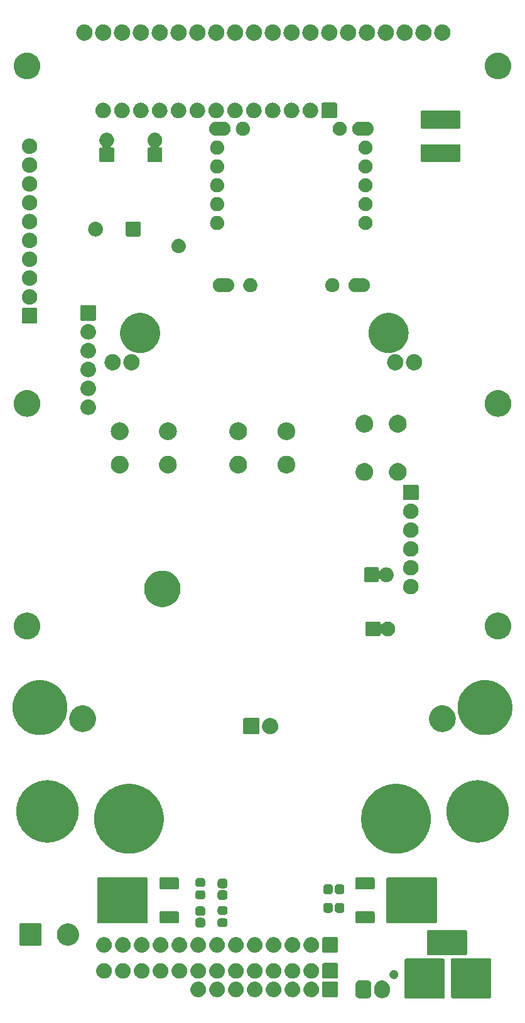
<source format=gbr>
G04 #@! TF.GenerationSoftware,KiCad,Pcbnew,7.0.7-7.0.7~ubuntu22.04.1*
G04 #@! TF.CreationDate,2023-09-26T22:11:31+09:00*
G04 #@! TF.ProjectId,ozone12864,6f7a6f6e-6531-4323-9836-342e6b696361,rev?*
G04 #@! TF.SameCoordinates,Original*
G04 #@! TF.FileFunction,Soldermask,Bot*
G04 #@! TF.FilePolarity,Negative*
%FSLAX46Y46*%
G04 Gerber Fmt 4.6, Leading zero omitted, Abs format (unit mm)*
G04 Created by KiCad (PCBNEW 7.0.7-7.0.7~ubuntu22.04.1) date 2023-09-26 22:11:31*
%MOMM*%
%LPD*%
G01*
G04 APERTURE LIST*
G04 APERTURE END LIST*
G36*
X124385733Y-226853361D02*
G01*
X124418417Y-226857664D01*
X124426638Y-226861497D01*
X124446227Y-226865394D01*
X124472170Y-226882729D01*
X124483298Y-226887918D01*
X124490068Y-226894688D01*
X124511111Y-226908749D01*
X124525171Y-226929791D01*
X124531941Y-226936561D01*
X124537128Y-226947686D01*
X124554466Y-226973633D01*
X124558362Y-226993223D01*
X124562195Y-227001442D01*
X124566496Y-227034115D01*
X124569690Y-227050170D01*
X124569690Y-232051430D01*
X124566495Y-232067488D01*
X124562195Y-232100157D01*
X124558363Y-232108374D01*
X124554466Y-232127967D01*
X124537127Y-232153915D01*
X124531941Y-232165038D01*
X124525173Y-232171805D01*
X124511111Y-232192851D01*
X124490065Y-232206913D01*
X124483298Y-232213681D01*
X124472175Y-232218867D01*
X124446227Y-232236206D01*
X124426634Y-232240103D01*
X124418417Y-232243935D01*
X124385746Y-232248236D01*
X124369690Y-232251430D01*
X119368430Y-232251430D01*
X119352373Y-232248236D01*
X119319702Y-232243935D01*
X119311483Y-232240102D01*
X119291893Y-232236206D01*
X119265946Y-232218868D01*
X119254821Y-232213681D01*
X119248051Y-232206911D01*
X119227009Y-232192851D01*
X119212948Y-232171808D01*
X119206178Y-232165038D01*
X119200989Y-232153910D01*
X119183654Y-232127967D01*
X119179757Y-232108378D01*
X119175924Y-232100157D01*
X119171620Y-232067471D01*
X119168430Y-232051430D01*
X119168430Y-227050170D01*
X119171620Y-227034128D01*
X119175924Y-227001442D01*
X119179757Y-226993219D01*
X119183654Y-226973633D01*
X119200987Y-226947691D01*
X119206178Y-226936561D01*
X119212950Y-226929788D01*
X119227009Y-226908749D01*
X119248048Y-226894690D01*
X119254821Y-226887918D01*
X119265951Y-226882727D01*
X119291893Y-226865394D01*
X119311479Y-226861497D01*
X119319702Y-226857664D01*
X119352390Y-226853360D01*
X119368430Y-226850170D01*
X124369690Y-226850170D01*
X124385733Y-226853361D01*
G37*
G36*
X130636673Y-226802561D02*
G01*
X130669357Y-226806864D01*
X130677578Y-226810697D01*
X130697167Y-226814594D01*
X130723110Y-226831929D01*
X130734238Y-226837118D01*
X130741008Y-226843888D01*
X130762051Y-226857949D01*
X130776111Y-226878991D01*
X130782881Y-226885761D01*
X130788068Y-226896886D01*
X130805406Y-226922833D01*
X130809302Y-226942423D01*
X130813135Y-226950642D01*
X130817436Y-226983315D01*
X130820630Y-226999370D01*
X130820630Y-232000630D01*
X130817435Y-232016688D01*
X130813135Y-232049357D01*
X130809303Y-232057574D01*
X130805406Y-232077167D01*
X130788067Y-232103115D01*
X130782881Y-232114238D01*
X130776113Y-232121005D01*
X130762051Y-232142051D01*
X130741005Y-232156113D01*
X130734238Y-232162881D01*
X130723115Y-232168067D01*
X130697167Y-232185406D01*
X130677574Y-232189303D01*
X130669357Y-232193135D01*
X130636686Y-232197436D01*
X130620630Y-232200630D01*
X125619370Y-232200630D01*
X125603313Y-232197436D01*
X125570642Y-232193135D01*
X125562423Y-232189302D01*
X125542833Y-232185406D01*
X125516886Y-232168068D01*
X125505761Y-232162881D01*
X125498991Y-232156111D01*
X125477949Y-232142051D01*
X125463888Y-232121008D01*
X125457118Y-232114238D01*
X125451929Y-232103110D01*
X125434594Y-232077167D01*
X125430697Y-232057578D01*
X125426864Y-232049357D01*
X125422560Y-232016671D01*
X125419370Y-232000630D01*
X125419370Y-226999370D01*
X125422560Y-226983328D01*
X125426864Y-226950642D01*
X125430697Y-226942419D01*
X125434594Y-226922833D01*
X125451927Y-226896891D01*
X125457118Y-226885761D01*
X125463890Y-226878988D01*
X125477949Y-226857949D01*
X125498988Y-226843890D01*
X125505761Y-226837118D01*
X125516891Y-226831927D01*
X125542833Y-226814594D01*
X125562419Y-226810697D01*
X125570642Y-226806864D01*
X125603330Y-226802560D01*
X125619370Y-226799370D01*
X130620630Y-226799370D01*
X130636673Y-226802561D01*
G37*
G36*
X114303660Y-229807845D02*
G01*
X114323123Y-229814655D01*
X114336191Y-229816376D01*
X114380552Y-229834750D01*
X114430271Y-229852148D01*
X114440141Y-229859432D01*
X114444461Y-229861222D01*
X114492204Y-229897856D01*
X114538198Y-229931802D01*
X114572148Y-229977803D01*
X114608777Y-230025538D01*
X114610565Y-230029856D01*
X114617852Y-230039729D01*
X114635252Y-230089456D01*
X114653623Y-230133808D01*
X114655342Y-230146872D01*
X114662155Y-230166340D01*
X114670000Y-230250000D01*
X114670000Y-231750000D01*
X114662155Y-231833660D01*
X114655342Y-231853128D01*
X114653623Y-231866191D01*
X114635254Y-231910537D01*
X114617852Y-231960271D01*
X114610564Y-231970144D01*
X114608777Y-231974461D01*
X114572168Y-232022170D01*
X114538198Y-232068198D01*
X114492170Y-232102168D01*
X114444461Y-232138777D01*
X114440144Y-232140564D01*
X114430271Y-232147852D01*
X114380537Y-232165254D01*
X114336191Y-232183623D01*
X114323128Y-232185342D01*
X114303660Y-232192155D01*
X114220000Y-232200000D01*
X113020000Y-232200000D01*
X112936340Y-232192155D01*
X112916872Y-232185342D01*
X112903808Y-232183623D01*
X112859456Y-232165252D01*
X112809729Y-232147852D01*
X112799856Y-232140565D01*
X112795538Y-232138777D01*
X112747803Y-232102148D01*
X112701802Y-232068198D01*
X112667856Y-232022204D01*
X112631222Y-231974461D01*
X112629432Y-231970141D01*
X112622148Y-231960271D01*
X112604750Y-231910552D01*
X112586376Y-231866191D01*
X112584655Y-231853123D01*
X112577845Y-231833660D01*
X112570000Y-231750000D01*
X112570000Y-230250000D01*
X112577845Y-230166340D01*
X112584655Y-230146876D01*
X112586376Y-230133808D01*
X112604753Y-230089440D01*
X112622148Y-230039729D01*
X112629431Y-230029859D01*
X112631222Y-230025538D01*
X112667876Y-229977769D01*
X112701802Y-229931802D01*
X112747769Y-229897876D01*
X112795538Y-229861222D01*
X112799859Y-229859431D01*
X112809729Y-229852148D01*
X112859440Y-229834753D01*
X112903808Y-229816376D01*
X112916876Y-229814655D01*
X112936340Y-229807845D01*
X113020000Y-229800000D01*
X114220000Y-229800000D01*
X114303660Y-229807845D01*
G37*
G36*
X116170889Y-229805012D02*
G01*
X116216830Y-229805012D01*
X116267988Y-229814575D01*
X116324845Y-229820175D01*
X116368042Y-229833278D01*
X116407202Y-229840599D01*
X116461438Y-229861609D01*
X116521818Y-229879926D01*
X116556315Y-229898365D01*
X116587786Y-229910557D01*
X116642469Y-229944415D01*
X116703349Y-229976957D01*
X116728929Y-229997950D01*
X116752442Y-230012509D01*
X116804546Y-230060008D01*
X116862462Y-230107538D01*
X116879621Y-230128446D01*
X116895564Y-230142980D01*
X116941838Y-230204258D01*
X116993043Y-230266651D01*
X117002947Y-230285180D01*
X117012273Y-230297530D01*
X117049372Y-230372034D01*
X117090074Y-230448182D01*
X117094415Y-230462492D01*
X117098596Y-230470889D01*
X117123295Y-230557697D01*
X117149825Y-230645155D01*
X117150696Y-230654003D01*
X117151594Y-230657158D01*
X117160935Y-230757961D01*
X117170000Y-230850000D01*
X117170000Y-231150000D01*
X117160933Y-231242053D01*
X117151594Y-231342841D01*
X117150696Y-231345994D01*
X117149825Y-231354845D01*
X117123290Y-231442317D01*
X117098596Y-231529110D01*
X117094415Y-231537504D01*
X117090074Y-231551818D01*
X117049364Y-231627979D01*
X117012273Y-231702469D01*
X117002949Y-231714815D01*
X116993043Y-231733349D01*
X116941829Y-231795752D01*
X116895564Y-231857019D01*
X116879624Y-231871549D01*
X116862462Y-231892462D01*
X116804535Y-231940000D01*
X116752442Y-231987490D01*
X116728934Y-232002045D01*
X116703349Y-232023043D01*
X116642457Y-232055590D01*
X116587786Y-232089442D01*
X116556321Y-232101631D01*
X116521818Y-232120074D01*
X116461426Y-232138393D01*
X116407202Y-232159400D01*
X116368049Y-232166719D01*
X116324845Y-232179825D01*
X116267985Y-232185425D01*
X116216830Y-232194988D01*
X116170889Y-232194988D01*
X116120000Y-232200000D01*
X116069111Y-232194988D01*
X116023170Y-232194988D01*
X115972014Y-232185424D01*
X115915155Y-232179825D01*
X115871952Y-232166719D01*
X115832797Y-232159400D01*
X115778569Y-232138392D01*
X115718182Y-232120074D01*
X115683680Y-232101632D01*
X115652213Y-232089442D01*
X115597535Y-232055586D01*
X115536651Y-232023043D01*
X115511068Y-232002047D01*
X115487557Y-231987490D01*
X115435454Y-231939992D01*
X115377538Y-231892462D01*
X115360378Y-231871553D01*
X115344435Y-231857019D01*
X115298158Y-231795737D01*
X115246957Y-231733349D01*
X115237053Y-231714820D01*
X115227726Y-231702469D01*
X115190620Y-231627951D01*
X115149926Y-231551818D01*
X115145585Y-231537509D01*
X115141403Y-231529110D01*
X115116693Y-231442264D01*
X115090175Y-231354845D01*
X115089303Y-231346000D01*
X115088405Y-231342841D01*
X115079057Y-231241969D01*
X115070000Y-231150000D01*
X115070000Y-230850000D01*
X115079056Y-230758046D01*
X115088405Y-230657158D01*
X115089304Y-230653998D01*
X115090175Y-230645155D01*
X115116688Y-230557750D01*
X115141403Y-230470889D01*
X115145586Y-230462487D01*
X115149926Y-230448182D01*
X115190613Y-230372061D01*
X115227726Y-230297530D01*
X115237054Y-230285176D01*
X115246957Y-230266651D01*
X115298148Y-230204274D01*
X115344435Y-230142980D01*
X115360381Y-230128442D01*
X115377538Y-230107538D01*
X115435443Y-230060016D01*
X115487557Y-230012509D01*
X115511073Y-229997948D01*
X115536651Y-229976957D01*
X115597523Y-229944419D01*
X115652213Y-229910557D01*
X115683687Y-229898363D01*
X115718182Y-229879926D01*
X115778557Y-229861611D01*
X115832797Y-229840599D01*
X115871959Y-229833278D01*
X115915155Y-229820175D01*
X115972011Y-229814575D01*
X116023170Y-229805012D01*
X116069111Y-229805012D01*
X116120000Y-229800000D01*
X116170889Y-229805012D01*
G37*
G36*
X91390889Y-229955012D02*
G01*
X91436830Y-229955012D01*
X91487988Y-229964575D01*
X91544845Y-229970175D01*
X91588042Y-229983278D01*
X91627202Y-229990599D01*
X91681438Y-230011609D01*
X91741818Y-230029926D01*
X91776315Y-230048365D01*
X91807786Y-230060557D01*
X91862469Y-230094415D01*
X91923349Y-230126957D01*
X91948929Y-230147950D01*
X91972442Y-230162509D01*
X92024546Y-230210008D01*
X92082462Y-230257538D01*
X92099621Y-230278446D01*
X92115564Y-230292980D01*
X92161838Y-230354258D01*
X92213043Y-230416651D01*
X92222947Y-230435180D01*
X92232273Y-230447530D01*
X92269372Y-230522034D01*
X92310074Y-230598182D01*
X92314415Y-230612492D01*
X92318596Y-230620889D01*
X92343295Y-230707697D01*
X92369825Y-230795155D01*
X92370696Y-230804003D01*
X92371594Y-230807158D01*
X92380933Y-230907944D01*
X92390000Y-231000000D01*
X92380932Y-231092063D01*
X92371594Y-231192841D01*
X92370696Y-231195994D01*
X92369825Y-231204845D01*
X92343290Y-231292317D01*
X92318596Y-231379110D01*
X92314415Y-231387504D01*
X92310074Y-231401818D01*
X92269364Y-231477979D01*
X92232273Y-231552469D01*
X92222949Y-231564815D01*
X92213043Y-231583349D01*
X92161829Y-231645752D01*
X92115564Y-231707019D01*
X92099624Y-231721549D01*
X92082462Y-231742462D01*
X92024535Y-231790000D01*
X91972442Y-231837490D01*
X91948934Y-231852045D01*
X91923349Y-231873043D01*
X91862457Y-231905590D01*
X91807786Y-231939442D01*
X91776321Y-231951631D01*
X91741818Y-231970074D01*
X91681426Y-231988393D01*
X91627202Y-232009400D01*
X91588049Y-232016719D01*
X91544845Y-232029825D01*
X91487985Y-232035425D01*
X91436830Y-232044988D01*
X91390889Y-232044988D01*
X91340000Y-232050000D01*
X91289111Y-232044988D01*
X91243170Y-232044988D01*
X91192014Y-232035424D01*
X91135155Y-232029825D01*
X91091952Y-232016719D01*
X91052797Y-232009400D01*
X90998569Y-231988392D01*
X90938182Y-231970074D01*
X90903680Y-231951632D01*
X90872213Y-231939442D01*
X90817535Y-231905586D01*
X90756651Y-231873043D01*
X90731068Y-231852047D01*
X90707557Y-231837490D01*
X90655454Y-231789992D01*
X90597538Y-231742462D01*
X90580378Y-231721553D01*
X90564435Y-231707019D01*
X90518158Y-231645737D01*
X90466957Y-231583349D01*
X90457053Y-231564820D01*
X90447726Y-231552469D01*
X90410620Y-231477951D01*
X90369926Y-231401818D01*
X90365585Y-231387509D01*
X90361403Y-231379110D01*
X90336693Y-231292264D01*
X90310175Y-231204845D01*
X90309303Y-231196000D01*
X90308405Y-231192841D01*
X90299051Y-231091899D01*
X90290000Y-231000000D01*
X90299048Y-230908124D01*
X90308405Y-230807158D01*
X90309304Y-230803998D01*
X90310175Y-230795155D01*
X90336688Y-230707750D01*
X90361403Y-230620889D01*
X90365586Y-230612487D01*
X90369926Y-230598182D01*
X90410613Y-230522061D01*
X90447726Y-230447530D01*
X90457054Y-230435176D01*
X90466957Y-230416651D01*
X90518148Y-230354274D01*
X90564435Y-230292980D01*
X90580381Y-230278442D01*
X90597538Y-230257538D01*
X90655443Y-230210016D01*
X90707557Y-230162509D01*
X90731073Y-230147948D01*
X90756651Y-230126957D01*
X90817523Y-230094419D01*
X90872213Y-230060557D01*
X90903687Y-230048363D01*
X90938182Y-230029926D01*
X90998557Y-230011611D01*
X91052797Y-229990599D01*
X91091959Y-229983278D01*
X91135155Y-229970175D01*
X91192011Y-229964575D01*
X91243170Y-229955012D01*
X91289111Y-229955012D01*
X91340000Y-229950000D01*
X91390889Y-229955012D01*
G37*
G36*
X93930889Y-229955012D02*
G01*
X93976830Y-229955012D01*
X94027988Y-229964575D01*
X94084845Y-229970175D01*
X94128042Y-229983278D01*
X94167202Y-229990599D01*
X94221438Y-230011609D01*
X94281818Y-230029926D01*
X94316315Y-230048365D01*
X94347786Y-230060557D01*
X94402469Y-230094415D01*
X94463349Y-230126957D01*
X94488929Y-230147950D01*
X94512442Y-230162509D01*
X94564546Y-230210008D01*
X94622462Y-230257538D01*
X94639621Y-230278446D01*
X94655564Y-230292980D01*
X94701838Y-230354258D01*
X94753043Y-230416651D01*
X94762947Y-230435180D01*
X94772273Y-230447530D01*
X94809372Y-230522034D01*
X94850074Y-230598182D01*
X94854415Y-230612492D01*
X94858596Y-230620889D01*
X94883295Y-230707697D01*
X94909825Y-230795155D01*
X94910696Y-230804003D01*
X94911594Y-230807158D01*
X94920933Y-230907944D01*
X94930000Y-231000000D01*
X94920932Y-231092063D01*
X94911594Y-231192841D01*
X94910696Y-231195994D01*
X94909825Y-231204845D01*
X94883290Y-231292317D01*
X94858596Y-231379110D01*
X94854415Y-231387504D01*
X94850074Y-231401818D01*
X94809364Y-231477979D01*
X94772273Y-231552469D01*
X94762949Y-231564815D01*
X94753043Y-231583349D01*
X94701829Y-231645752D01*
X94655564Y-231707019D01*
X94639624Y-231721549D01*
X94622462Y-231742462D01*
X94564535Y-231790000D01*
X94512442Y-231837490D01*
X94488934Y-231852045D01*
X94463349Y-231873043D01*
X94402457Y-231905590D01*
X94347786Y-231939442D01*
X94316321Y-231951631D01*
X94281818Y-231970074D01*
X94221426Y-231988393D01*
X94167202Y-232009400D01*
X94128049Y-232016719D01*
X94084845Y-232029825D01*
X94027985Y-232035425D01*
X93976830Y-232044988D01*
X93930889Y-232044988D01*
X93880000Y-232050000D01*
X93829111Y-232044988D01*
X93783170Y-232044988D01*
X93732014Y-232035424D01*
X93675155Y-232029825D01*
X93631952Y-232016719D01*
X93592797Y-232009400D01*
X93538569Y-231988392D01*
X93478182Y-231970074D01*
X93443680Y-231951632D01*
X93412213Y-231939442D01*
X93357535Y-231905586D01*
X93296651Y-231873043D01*
X93271068Y-231852047D01*
X93247557Y-231837490D01*
X93195454Y-231789992D01*
X93137538Y-231742462D01*
X93120378Y-231721553D01*
X93104435Y-231707019D01*
X93058158Y-231645737D01*
X93006957Y-231583349D01*
X92997053Y-231564820D01*
X92987726Y-231552469D01*
X92950620Y-231477951D01*
X92909926Y-231401818D01*
X92905585Y-231387509D01*
X92901403Y-231379110D01*
X92876693Y-231292264D01*
X92850175Y-231204845D01*
X92849303Y-231196000D01*
X92848405Y-231192841D01*
X92839050Y-231091891D01*
X92830000Y-231000000D01*
X92839049Y-230908116D01*
X92848405Y-230807158D01*
X92849304Y-230803998D01*
X92850175Y-230795155D01*
X92876688Y-230707750D01*
X92901403Y-230620889D01*
X92905586Y-230612487D01*
X92909926Y-230598182D01*
X92950613Y-230522061D01*
X92987726Y-230447530D01*
X92997054Y-230435176D01*
X93006957Y-230416651D01*
X93058148Y-230354274D01*
X93104435Y-230292980D01*
X93120381Y-230278442D01*
X93137538Y-230257538D01*
X93195443Y-230210016D01*
X93247557Y-230162509D01*
X93271073Y-230147948D01*
X93296651Y-230126957D01*
X93357523Y-230094419D01*
X93412213Y-230060557D01*
X93443687Y-230048363D01*
X93478182Y-230029926D01*
X93538557Y-230011611D01*
X93592797Y-229990599D01*
X93631959Y-229983278D01*
X93675155Y-229970175D01*
X93732011Y-229964575D01*
X93783170Y-229955012D01*
X93829111Y-229955012D01*
X93880000Y-229950000D01*
X93930889Y-229955012D01*
G37*
G36*
X96470889Y-229955012D02*
G01*
X96516830Y-229955012D01*
X96567988Y-229964575D01*
X96624845Y-229970175D01*
X96668042Y-229983278D01*
X96707202Y-229990599D01*
X96761438Y-230011609D01*
X96821818Y-230029926D01*
X96856315Y-230048365D01*
X96887786Y-230060557D01*
X96942469Y-230094415D01*
X97003349Y-230126957D01*
X97028929Y-230147950D01*
X97052442Y-230162509D01*
X97104546Y-230210008D01*
X97162462Y-230257538D01*
X97179621Y-230278446D01*
X97195564Y-230292980D01*
X97241838Y-230354258D01*
X97293043Y-230416651D01*
X97302947Y-230435180D01*
X97312273Y-230447530D01*
X97349372Y-230522034D01*
X97390074Y-230598182D01*
X97394415Y-230612492D01*
X97398596Y-230620889D01*
X97423295Y-230707697D01*
X97449825Y-230795155D01*
X97450696Y-230804003D01*
X97451594Y-230807158D01*
X97460933Y-230907944D01*
X97470000Y-231000000D01*
X97460932Y-231092063D01*
X97451594Y-231192841D01*
X97450696Y-231195994D01*
X97449825Y-231204845D01*
X97423290Y-231292317D01*
X97398596Y-231379110D01*
X97394415Y-231387504D01*
X97390074Y-231401818D01*
X97349364Y-231477979D01*
X97312273Y-231552469D01*
X97302949Y-231564815D01*
X97293043Y-231583349D01*
X97241829Y-231645752D01*
X97195564Y-231707019D01*
X97179624Y-231721549D01*
X97162462Y-231742462D01*
X97104535Y-231790000D01*
X97052442Y-231837490D01*
X97028934Y-231852045D01*
X97003349Y-231873043D01*
X96942457Y-231905590D01*
X96887786Y-231939442D01*
X96856321Y-231951631D01*
X96821818Y-231970074D01*
X96761426Y-231988393D01*
X96707202Y-232009400D01*
X96668049Y-232016719D01*
X96624845Y-232029825D01*
X96567985Y-232035425D01*
X96516830Y-232044988D01*
X96470889Y-232044988D01*
X96420000Y-232050000D01*
X96369111Y-232044988D01*
X96323170Y-232044988D01*
X96272014Y-232035424D01*
X96215155Y-232029825D01*
X96171952Y-232016719D01*
X96132797Y-232009400D01*
X96078569Y-231988392D01*
X96018182Y-231970074D01*
X95983680Y-231951632D01*
X95952213Y-231939442D01*
X95897535Y-231905586D01*
X95836651Y-231873043D01*
X95811068Y-231852047D01*
X95787557Y-231837490D01*
X95735454Y-231789992D01*
X95677538Y-231742462D01*
X95660378Y-231721553D01*
X95644435Y-231707019D01*
X95598158Y-231645737D01*
X95546957Y-231583349D01*
X95537053Y-231564820D01*
X95527726Y-231552469D01*
X95490620Y-231477951D01*
X95449926Y-231401818D01*
X95445585Y-231387509D01*
X95441403Y-231379110D01*
X95416693Y-231292264D01*
X95390175Y-231204845D01*
X95389303Y-231196000D01*
X95388405Y-231192841D01*
X95379050Y-231091891D01*
X95370000Y-231000000D01*
X95379049Y-230908116D01*
X95388405Y-230807158D01*
X95389304Y-230803998D01*
X95390175Y-230795155D01*
X95416688Y-230707750D01*
X95441403Y-230620889D01*
X95445586Y-230612487D01*
X95449926Y-230598182D01*
X95490613Y-230522061D01*
X95527726Y-230447530D01*
X95537054Y-230435176D01*
X95546957Y-230416651D01*
X95598148Y-230354274D01*
X95644435Y-230292980D01*
X95660381Y-230278442D01*
X95677538Y-230257538D01*
X95735443Y-230210016D01*
X95787557Y-230162509D01*
X95811073Y-230147948D01*
X95836651Y-230126957D01*
X95897523Y-230094419D01*
X95952213Y-230060557D01*
X95983687Y-230048363D01*
X96018182Y-230029926D01*
X96078557Y-230011611D01*
X96132797Y-229990599D01*
X96171959Y-229983278D01*
X96215155Y-229970175D01*
X96272011Y-229964575D01*
X96323170Y-229955012D01*
X96369111Y-229955012D01*
X96420000Y-229950000D01*
X96470889Y-229955012D01*
G37*
G36*
X99010889Y-229955012D02*
G01*
X99056830Y-229955012D01*
X99107988Y-229964575D01*
X99164845Y-229970175D01*
X99208042Y-229983278D01*
X99247202Y-229990599D01*
X99301438Y-230011609D01*
X99361818Y-230029926D01*
X99396315Y-230048365D01*
X99427786Y-230060557D01*
X99482469Y-230094415D01*
X99543349Y-230126957D01*
X99568929Y-230147950D01*
X99592442Y-230162509D01*
X99644546Y-230210008D01*
X99702462Y-230257538D01*
X99719621Y-230278446D01*
X99735564Y-230292980D01*
X99781838Y-230354258D01*
X99833043Y-230416651D01*
X99842947Y-230435180D01*
X99852273Y-230447530D01*
X99889372Y-230522034D01*
X99930074Y-230598182D01*
X99934415Y-230612492D01*
X99938596Y-230620889D01*
X99963295Y-230707697D01*
X99989825Y-230795155D01*
X99990696Y-230804003D01*
X99991594Y-230807158D01*
X100000933Y-230907944D01*
X100010000Y-231000000D01*
X100000932Y-231092063D01*
X99991594Y-231192841D01*
X99990696Y-231195994D01*
X99989825Y-231204845D01*
X99963290Y-231292317D01*
X99938596Y-231379110D01*
X99934415Y-231387504D01*
X99930074Y-231401818D01*
X99889364Y-231477979D01*
X99852273Y-231552469D01*
X99842949Y-231564815D01*
X99833043Y-231583349D01*
X99781829Y-231645752D01*
X99735564Y-231707019D01*
X99719624Y-231721549D01*
X99702462Y-231742462D01*
X99644535Y-231790000D01*
X99592442Y-231837490D01*
X99568934Y-231852045D01*
X99543349Y-231873043D01*
X99482457Y-231905590D01*
X99427786Y-231939442D01*
X99396321Y-231951631D01*
X99361818Y-231970074D01*
X99301426Y-231988393D01*
X99247202Y-232009400D01*
X99208049Y-232016719D01*
X99164845Y-232029825D01*
X99107985Y-232035425D01*
X99056830Y-232044988D01*
X99010889Y-232044988D01*
X98960000Y-232050000D01*
X98909111Y-232044988D01*
X98863170Y-232044988D01*
X98812014Y-232035424D01*
X98755155Y-232029825D01*
X98711952Y-232016719D01*
X98672797Y-232009400D01*
X98618569Y-231988392D01*
X98558182Y-231970074D01*
X98523680Y-231951632D01*
X98492213Y-231939442D01*
X98437535Y-231905586D01*
X98376651Y-231873043D01*
X98351068Y-231852047D01*
X98327557Y-231837490D01*
X98275454Y-231789992D01*
X98217538Y-231742462D01*
X98200378Y-231721553D01*
X98184435Y-231707019D01*
X98138158Y-231645737D01*
X98086957Y-231583349D01*
X98077053Y-231564820D01*
X98067726Y-231552469D01*
X98030620Y-231477951D01*
X97989926Y-231401818D01*
X97985585Y-231387509D01*
X97981403Y-231379110D01*
X97956693Y-231292264D01*
X97930175Y-231204845D01*
X97929303Y-231196000D01*
X97928405Y-231192841D01*
X97919050Y-231091891D01*
X97910000Y-231000000D01*
X97919049Y-230908116D01*
X97928405Y-230807158D01*
X97929304Y-230803998D01*
X97930175Y-230795155D01*
X97956688Y-230707750D01*
X97981403Y-230620889D01*
X97985586Y-230612487D01*
X97989926Y-230598182D01*
X98030613Y-230522061D01*
X98067726Y-230447530D01*
X98077054Y-230435176D01*
X98086957Y-230416651D01*
X98138148Y-230354274D01*
X98184435Y-230292980D01*
X98200381Y-230278442D01*
X98217538Y-230257538D01*
X98275443Y-230210016D01*
X98327557Y-230162509D01*
X98351073Y-230147948D01*
X98376651Y-230126957D01*
X98437523Y-230094419D01*
X98492213Y-230060557D01*
X98523687Y-230048363D01*
X98558182Y-230029926D01*
X98618557Y-230011611D01*
X98672797Y-229990599D01*
X98711959Y-229983278D01*
X98755155Y-229970175D01*
X98812011Y-229964575D01*
X98863170Y-229955012D01*
X98909111Y-229955012D01*
X98960000Y-229950000D01*
X99010889Y-229955012D01*
G37*
G36*
X101550889Y-229955012D02*
G01*
X101596830Y-229955012D01*
X101647988Y-229964575D01*
X101704845Y-229970175D01*
X101748042Y-229983278D01*
X101787202Y-229990599D01*
X101841438Y-230011609D01*
X101901818Y-230029926D01*
X101936315Y-230048365D01*
X101967786Y-230060557D01*
X102022469Y-230094415D01*
X102083349Y-230126957D01*
X102108929Y-230147950D01*
X102132442Y-230162509D01*
X102184546Y-230210008D01*
X102242462Y-230257538D01*
X102259621Y-230278446D01*
X102275564Y-230292980D01*
X102321838Y-230354258D01*
X102373043Y-230416651D01*
X102382947Y-230435180D01*
X102392273Y-230447530D01*
X102429372Y-230522034D01*
X102470074Y-230598182D01*
X102474415Y-230612492D01*
X102478596Y-230620889D01*
X102503295Y-230707697D01*
X102529825Y-230795155D01*
X102530696Y-230804003D01*
X102531594Y-230807158D01*
X102540933Y-230907944D01*
X102550000Y-231000000D01*
X102540932Y-231092063D01*
X102531594Y-231192841D01*
X102530696Y-231195994D01*
X102529825Y-231204845D01*
X102503290Y-231292317D01*
X102478596Y-231379110D01*
X102474415Y-231387504D01*
X102470074Y-231401818D01*
X102429364Y-231477979D01*
X102392273Y-231552469D01*
X102382949Y-231564815D01*
X102373043Y-231583349D01*
X102321829Y-231645752D01*
X102275564Y-231707019D01*
X102259624Y-231721549D01*
X102242462Y-231742462D01*
X102184535Y-231790000D01*
X102132442Y-231837490D01*
X102108934Y-231852045D01*
X102083349Y-231873043D01*
X102022457Y-231905590D01*
X101967786Y-231939442D01*
X101936321Y-231951631D01*
X101901818Y-231970074D01*
X101841426Y-231988393D01*
X101787202Y-232009400D01*
X101748049Y-232016719D01*
X101704845Y-232029825D01*
X101647985Y-232035425D01*
X101596830Y-232044988D01*
X101550889Y-232044988D01*
X101500000Y-232050000D01*
X101449111Y-232044988D01*
X101403170Y-232044988D01*
X101352014Y-232035424D01*
X101295155Y-232029825D01*
X101251952Y-232016719D01*
X101212797Y-232009400D01*
X101158569Y-231988392D01*
X101098182Y-231970074D01*
X101063680Y-231951632D01*
X101032213Y-231939442D01*
X100977535Y-231905586D01*
X100916651Y-231873043D01*
X100891068Y-231852047D01*
X100867557Y-231837490D01*
X100815454Y-231789992D01*
X100757538Y-231742462D01*
X100740378Y-231721553D01*
X100724435Y-231707019D01*
X100678158Y-231645737D01*
X100626957Y-231583349D01*
X100617053Y-231564820D01*
X100607726Y-231552469D01*
X100570620Y-231477951D01*
X100529926Y-231401818D01*
X100525585Y-231387509D01*
X100521403Y-231379110D01*
X100496693Y-231292264D01*
X100470175Y-231204845D01*
X100469303Y-231196000D01*
X100468405Y-231192841D01*
X100459050Y-231091891D01*
X100450000Y-231000000D01*
X100459049Y-230908116D01*
X100468405Y-230807158D01*
X100469304Y-230803998D01*
X100470175Y-230795155D01*
X100496688Y-230707750D01*
X100521403Y-230620889D01*
X100525586Y-230612487D01*
X100529926Y-230598182D01*
X100570613Y-230522061D01*
X100607726Y-230447530D01*
X100617054Y-230435176D01*
X100626957Y-230416651D01*
X100678148Y-230354274D01*
X100724435Y-230292980D01*
X100740381Y-230278442D01*
X100757538Y-230257538D01*
X100815443Y-230210016D01*
X100867557Y-230162509D01*
X100891073Y-230147948D01*
X100916651Y-230126957D01*
X100977523Y-230094419D01*
X101032213Y-230060557D01*
X101063687Y-230048363D01*
X101098182Y-230029926D01*
X101158557Y-230011611D01*
X101212797Y-229990599D01*
X101251959Y-229983278D01*
X101295155Y-229970175D01*
X101352011Y-229964575D01*
X101403170Y-229955012D01*
X101449111Y-229955012D01*
X101500000Y-229950000D01*
X101550889Y-229955012D01*
G37*
G36*
X104090889Y-229955012D02*
G01*
X104136830Y-229955012D01*
X104187988Y-229964575D01*
X104244845Y-229970175D01*
X104288042Y-229983278D01*
X104327202Y-229990599D01*
X104381438Y-230011609D01*
X104441818Y-230029926D01*
X104476315Y-230048365D01*
X104507786Y-230060557D01*
X104562469Y-230094415D01*
X104623349Y-230126957D01*
X104648929Y-230147950D01*
X104672442Y-230162509D01*
X104724546Y-230210008D01*
X104782462Y-230257538D01*
X104799621Y-230278446D01*
X104815564Y-230292980D01*
X104861838Y-230354258D01*
X104913043Y-230416651D01*
X104922947Y-230435180D01*
X104932273Y-230447530D01*
X104969372Y-230522034D01*
X105010074Y-230598182D01*
X105014415Y-230612492D01*
X105018596Y-230620889D01*
X105043295Y-230707697D01*
X105069825Y-230795155D01*
X105070696Y-230804003D01*
X105071594Y-230807158D01*
X105080933Y-230907944D01*
X105090000Y-231000000D01*
X105080932Y-231092063D01*
X105071594Y-231192841D01*
X105070696Y-231195994D01*
X105069825Y-231204845D01*
X105043290Y-231292317D01*
X105018596Y-231379110D01*
X105014415Y-231387504D01*
X105010074Y-231401818D01*
X104969364Y-231477979D01*
X104932273Y-231552469D01*
X104922949Y-231564815D01*
X104913043Y-231583349D01*
X104861829Y-231645752D01*
X104815564Y-231707019D01*
X104799624Y-231721549D01*
X104782462Y-231742462D01*
X104724535Y-231790000D01*
X104672442Y-231837490D01*
X104648934Y-231852045D01*
X104623349Y-231873043D01*
X104562457Y-231905590D01*
X104507786Y-231939442D01*
X104476321Y-231951631D01*
X104441818Y-231970074D01*
X104381426Y-231988393D01*
X104327202Y-232009400D01*
X104288049Y-232016719D01*
X104244845Y-232029825D01*
X104187985Y-232035425D01*
X104136830Y-232044988D01*
X104090889Y-232044988D01*
X104040000Y-232050000D01*
X103989111Y-232044988D01*
X103943170Y-232044988D01*
X103892014Y-232035424D01*
X103835155Y-232029825D01*
X103791952Y-232016719D01*
X103752797Y-232009400D01*
X103698569Y-231988392D01*
X103638182Y-231970074D01*
X103603680Y-231951632D01*
X103572213Y-231939442D01*
X103517535Y-231905586D01*
X103456651Y-231873043D01*
X103431068Y-231852047D01*
X103407557Y-231837490D01*
X103355454Y-231789992D01*
X103297538Y-231742462D01*
X103280378Y-231721553D01*
X103264435Y-231707019D01*
X103218158Y-231645737D01*
X103166957Y-231583349D01*
X103157053Y-231564820D01*
X103147726Y-231552469D01*
X103110620Y-231477951D01*
X103069926Y-231401818D01*
X103065585Y-231387509D01*
X103061403Y-231379110D01*
X103036693Y-231292264D01*
X103010175Y-231204845D01*
X103009303Y-231196000D01*
X103008405Y-231192841D01*
X102999050Y-231091891D01*
X102990000Y-231000000D01*
X102999049Y-230908116D01*
X103008405Y-230807158D01*
X103009304Y-230803998D01*
X103010175Y-230795155D01*
X103036688Y-230707750D01*
X103061403Y-230620889D01*
X103065586Y-230612487D01*
X103069926Y-230598182D01*
X103110613Y-230522061D01*
X103147726Y-230447530D01*
X103157054Y-230435176D01*
X103166957Y-230416651D01*
X103218148Y-230354274D01*
X103264435Y-230292980D01*
X103280381Y-230278442D01*
X103297538Y-230257538D01*
X103355443Y-230210016D01*
X103407557Y-230162509D01*
X103431073Y-230147948D01*
X103456651Y-230126957D01*
X103517523Y-230094419D01*
X103572213Y-230060557D01*
X103603687Y-230048363D01*
X103638182Y-230029926D01*
X103698557Y-230011611D01*
X103752797Y-229990599D01*
X103791959Y-229983278D01*
X103835155Y-229970175D01*
X103892011Y-229964575D01*
X103943170Y-229955012D01*
X103989111Y-229955012D01*
X104040000Y-229950000D01*
X104090889Y-229955012D01*
G37*
G36*
X106630889Y-229955012D02*
G01*
X106676830Y-229955012D01*
X106727988Y-229964575D01*
X106784845Y-229970175D01*
X106828042Y-229983278D01*
X106867202Y-229990599D01*
X106921438Y-230011609D01*
X106981818Y-230029926D01*
X107016315Y-230048365D01*
X107047786Y-230060557D01*
X107102469Y-230094415D01*
X107163349Y-230126957D01*
X107188929Y-230147950D01*
X107212442Y-230162509D01*
X107264546Y-230210008D01*
X107322462Y-230257538D01*
X107339621Y-230278446D01*
X107355564Y-230292980D01*
X107401838Y-230354258D01*
X107453043Y-230416651D01*
X107462947Y-230435180D01*
X107472273Y-230447530D01*
X107509372Y-230522034D01*
X107550074Y-230598182D01*
X107554415Y-230612492D01*
X107558596Y-230620889D01*
X107583295Y-230707697D01*
X107609825Y-230795155D01*
X107610696Y-230804003D01*
X107611594Y-230807158D01*
X107620933Y-230907944D01*
X107630000Y-231000000D01*
X107620932Y-231092063D01*
X107611594Y-231192841D01*
X107610696Y-231195994D01*
X107609825Y-231204845D01*
X107583290Y-231292317D01*
X107558596Y-231379110D01*
X107554415Y-231387504D01*
X107550074Y-231401818D01*
X107509364Y-231477979D01*
X107472273Y-231552469D01*
X107462949Y-231564815D01*
X107453043Y-231583349D01*
X107401829Y-231645752D01*
X107355564Y-231707019D01*
X107339624Y-231721549D01*
X107322462Y-231742462D01*
X107264535Y-231790000D01*
X107212442Y-231837490D01*
X107188934Y-231852045D01*
X107163349Y-231873043D01*
X107102457Y-231905590D01*
X107047786Y-231939442D01*
X107016321Y-231951631D01*
X106981818Y-231970074D01*
X106921426Y-231988393D01*
X106867202Y-232009400D01*
X106828049Y-232016719D01*
X106784845Y-232029825D01*
X106727985Y-232035425D01*
X106676830Y-232044988D01*
X106630889Y-232044988D01*
X106580000Y-232050000D01*
X106529111Y-232044988D01*
X106483170Y-232044988D01*
X106432014Y-232035424D01*
X106375155Y-232029825D01*
X106331952Y-232016719D01*
X106292797Y-232009400D01*
X106238569Y-231988392D01*
X106178182Y-231970074D01*
X106143680Y-231951632D01*
X106112213Y-231939442D01*
X106057535Y-231905586D01*
X105996651Y-231873043D01*
X105971068Y-231852047D01*
X105947557Y-231837490D01*
X105895454Y-231789992D01*
X105837538Y-231742462D01*
X105820378Y-231721553D01*
X105804435Y-231707019D01*
X105758158Y-231645737D01*
X105706957Y-231583349D01*
X105697053Y-231564820D01*
X105687726Y-231552469D01*
X105650620Y-231477951D01*
X105609926Y-231401818D01*
X105605585Y-231387509D01*
X105601403Y-231379110D01*
X105576693Y-231292264D01*
X105550175Y-231204845D01*
X105549303Y-231196000D01*
X105548405Y-231192841D01*
X105539050Y-231091891D01*
X105530000Y-231000000D01*
X105539049Y-230908116D01*
X105548405Y-230807158D01*
X105549304Y-230803998D01*
X105550175Y-230795155D01*
X105576688Y-230707750D01*
X105601403Y-230620889D01*
X105605586Y-230612487D01*
X105609926Y-230598182D01*
X105650613Y-230522061D01*
X105687726Y-230447530D01*
X105697054Y-230435176D01*
X105706957Y-230416651D01*
X105758148Y-230354274D01*
X105804435Y-230292980D01*
X105820381Y-230278442D01*
X105837538Y-230257538D01*
X105895443Y-230210016D01*
X105947557Y-230162509D01*
X105971073Y-230147948D01*
X105996651Y-230126957D01*
X106057523Y-230094419D01*
X106112213Y-230060557D01*
X106143687Y-230048363D01*
X106178182Y-230029926D01*
X106238557Y-230011611D01*
X106292797Y-229990599D01*
X106331959Y-229983278D01*
X106375155Y-229970175D01*
X106432011Y-229964575D01*
X106483170Y-229955012D01*
X106529111Y-229955012D01*
X106580000Y-229950000D01*
X106630889Y-229955012D01*
G37*
G36*
X109986043Y-229953191D02*
G01*
X110018727Y-229957494D01*
X110026948Y-229961327D01*
X110046537Y-229965224D01*
X110072480Y-229982559D01*
X110083608Y-229987748D01*
X110090378Y-229994518D01*
X110111421Y-230008579D01*
X110125481Y-230029621D01*
X110132251Y-230036391D01*
X110137438Y-230047516D01*
X110154776Y-230073463D01*
X110158672Y-230093053D01*
X110162505Y-230101272D01*
X110166806Y-230133945D01*
X110170000Y-230150000D01*
X110170000Y-231850000D01*
X110166805Y-231866058D01*
X110162505Y-231898727D01*
X110158673Y-231906944D01*
X110154776Y-231926537D01*
X110137437Y-231952485D01*
X110132251Y-231963608D01*
X110125483Y-231970375D01*
X110111421Y-231991421D01*
X110090375Y-232005483D01*
X110083608Y-232012251D01*
X110072485Y-232017437D01*
X110046537Y-232034776D01*
X110026944Y-232038673D01*
X110018727Y-232042505D01*
X109986056Y-232046806D01*
X109970000Y-232050000D01*
X108270000Y-232050000D01*
X108253943Y-232046806D01*
X108221272Y-232042505D01*
X108213053Y-232038672D01*
X108193463Y-232034776D01*
X108167516Y-232017438D01*
X108156391Y-232012251D01*
X108149621Y-232005481D01*
X108128579Y-231991421D01*
X108114518Y-231970378D01*
X108107748Y-231963608D01*
X108102559Y-231952480D01*
X108085224Y-231926537D01*
X108081327Y-231906948D01*
X108077494Y-231898727D01*
X108073190Y-231866041D01*
X108070000Y-231850000D01*
X108070000Y-230150000D01*
X108073190Y-230133958D01*
X108077494Y-230101272D01*
X108081327Y-230093049D01*
X108085224Y-230073463D01*
X108102557Y-230047521D01*
X108107748Y-230036391D01*
X108114520Y-230029618D01*
X108128579Y-230008579D01*
X108149618Y-229994520D01*
X108156391Y-229987748D01*
X108167521Y-229982557D01*
X108193463Y-229965224D01*
X108213049Y-229961327D01*
X108221272Y-229957494D01*
X108253960Y-229953190D01*
X108270000Y-229950000D01*
X109970000Y-229950000D01*
X109986043Y-229953191D01*
G37*
G36*
X117761617Y-228405479D02*
G01*
X117853334Y-228415813D01*
X117861311Y-228418604D01*
X117875291Y-228420445D01*
X117922749Y-228440102D01*
X117979989Y-228460132D01*
X117997174Y-228470930D01*
X118020000Y-228480385D01*
X118055168Y-228507370D01*
X118093597Y-228531517D01*
X118116551Y-228554471D01*
X118144264Y-228575736D01*
X118165528Y-228603448D01*
X118188482Y-228626402D01*
X118212627Y-228664829D01*
X118239615Y-228700000D01*
X118249070Y-228722827D01*
X118259867Y-228740010D01*
X118279893Y-228797240D01*
X118299555Y-228844709D01*
X118301395Y-228858691D01*
X118304186Y-228866665D01*
X118314514Y-228958335D01*
X118320000Y-229000000D01*
X118314514Y-229041666D01*
X118304186Y-229133334D01*
X118301396Y-229141307D01*
X118299555Y-229155291D01*
X118279890Y-229202764D01*
X118259867Y-229259989D01*
X118249071Y-229277169D01*
X118239615Y-229300000D01*
X118212624Y-229335175D01*
X118188482Y-229373597D01*
X118165531Y-229396547D01*
X118144264Y-229424264D01*
X118116547Y-229445531D01*
X118093597Y-229468482D01*
X118055175Y-229492624D01*
X118020000Y-229519615D01*
X117997169Y-229529071D01*
X117979989Y-229539867D01*
X117922764Y-229559890D01*
X117875291Y-229579555D01*
X117861307Y-229581396D01*
X117853334Y-229584186D01*
X117761670Y-229594513D01*
X117720000Y-229600000D01*
X117678339Y-229594515D01*
X117586665Y-229584186D01*
X117578691Y-229581395D01*
X117564709Y-229579555D01*
X117517240Y-229559893D01*
X117460010Y-229539867D01*
X117442827Y-229529070D01*
X117420000Y-229519615D01*
X117384829Y-229492627D01*
X117346402Y-229468482D01*
X117323448Y-229445528D01*
X117295736Y-229424264D01*
X117274471Y-229396551D01*
X117251517Y-229373597D01*
X117227370Y-229335168D01*
X117200385Y-229300000D01*
X117190930Y-229277174D01*
X117180132Y-229259989D01*
X117160102Y-229202749D01*
X117140445Y-229155291D01*
X117138604Y-229141311D01*
X117135813Y-229133334D01*
X117125479Y-229041617D01*
X117120000Y-229000000D01*
X117125477Y-228958392D01*
X117135813Y-228866665D01*
X117138604Y-228858686D01*
X117140445Y-228844709D01*
X117160100Y-228797256D01*
X117180132Y-228740010D01*
X117190931Y-228722822D01*
X117200385Y-228700000D01*
X117227366Y-228664836D01*
X117251517Y-228626402D01*
X117274474Y-228603444D01*
X117295736Y-228575736D01*
X117323444Y-228554474D01*
X117346402Y-228531517D01*
X117384836Y-228507366D01*
X117420000Y-228480385D01*
X117442822Y-228470931D01*
X117460010Y-228460132D01*
X117517256Y-228440100D01*
X117564709Y-228420445D01*
X117578686Y-228418604D01*
X117586665Y-228415813D01*
X117678392Y-228405477D01*
X117720000Y-228400000D01*
X117761617Y-228405479D01*
G37*
G36*
X78690889Y-227455012D02*
G01*
X78736830Y-227455012D01*
X78787988Y-227464575D01*
X78844845Y-227470175D01*
X78888042Y-227483278D01*
X78927202Y-227490599D01*
X78981438Y-227511609D01*
X79041818Y-227529926D01*
X79076315Y-227548365D01*
X79107786Y-227560557D01*
X79162469Y-227594415D01*
X79223349Y-227626957D01*
X79248929Y-227647950D01*
X79272442Y-227662509D01*
X79324546Y-227710008D01*
X79382462Y-227757538D01*
X79399621Y-227778446D01*
X79415564Y-227792980D01*
X79461838Y-227854258D01*
X79513043Y-227916651D01*
X79522947Y-227935180D01*
X79532273Y-227947530D01*
X79569372Y-228022034D01*
X79610074Y-228098182D01*
X79614415Y-228112492D01*
X79618596Y-228120889D01*
X79643295Y-228207697D01*
X79669825Y-228295155D01*
X79670696Y-228304003D01*
X79671594Y-228307158D01*
X79680933Y-228407944D01*
X79690000Y-228500000D01*
X79680932Y-228592063D01*
X79671594Y-228692841D01*
X79670696Y-228695994D01*
X79669825Y-228704845D01*
X79643290Y-228792317D01*
X79618596Y-228879110D01*
X79614415Y-228887504D01*
X79610074Y-228901818D01*
X79569364Y-228977979D01*
X79532273Y-229052469D01*
X79522949Y-229064815D01*
X79513043Y-229083349D01*
X79461829Y-229145752D01*
X79415564Y-229207019D01*
X79399624Y-229221549D01*
X79382462Y-229242462D01*
X79324535Y-229290000D01*
X79272442Y-229337490D01*
X79248934Y-229352045D01*
X79223349Y-229373043D01*
X79162457Y-229405590D01*
X79107786Y-229439442D01*
X79076321Y-229451631D01*
X79041818Y-229470074D01*
X78981426Y-229488393D01*
X78927202Y-229509400D01*
X78888049Y-229516719D01*
X78844845Y-229529825D01*
X78787985Y-229535425D01*
X78736830Y-229544988D01*
X78690889Y-229544988D01*
X78640000Y-229550000D01*
X78589111Y-229544988D01*
X78543170Y-229544988D01*
X78492014Y-229535424D01*
X78435155Y-229529825D01*
X78391952Y-229516719D01*
X78352797Y-229509400D01*
X78298569Y-229488392D01*
X78238182Y-229470074D01*
X78203680Y-229451632D01*
X78172213Y-229439442D01*
X78117535Y-229405586D01*
X78056651Y-229373043D01*
X78031068Y-229352047D01*
X78007557Y-229337490D01*
X77955454Y-229289992D01*
X77897538Y-229242462D01*
X77880378Y-229221553D01*
X77864435Y-229207019D01*
X77818158Y-229145737D01*
X77766957Y-229083349D01*
X77757053Y-229064820D01*
X77747726Y-229052469D01*
X77710620Y-228977951D01*
X77669926Y-228901818D01*
X77665585Y-228887509D01*
X77661403Y-228879110D01*
X77636693Y-228792264D01*
X77610175Y-228704845D01*
X77609303Y-228696000D01*
X77608405Y-228692841D01*
X77599051Y-228591899D01*
X77590000Y-228500000D01*
X77599048Y-228408124D01*
X77608405Y-228307158D01*
X77609304Y-228303998D01*
X77610175Y-228295155D01*
X77636688Y-228207750D01*
X77661403Y-228120889D01*
X77665586Y-228112487D01*
X77669926Y-228098182D01*
X77710613Y-228022061D01*
X77747726Y-227947530D01*
X77757054Y-227935176D01*
X77766957Y-227916651D01*
X77818148Y-227854274D01*
X77864435Y-227792980D01*
X77880381Y-227778442D01*
X77897538Y-227757538D01*
X77955443Y-227710016D01*
X78007557Y-227662509D01*
X78031073Y-227647948D01*
X78056651Y-227626957D01*
X78117523Y-227594419D01*
X78172213Y-227560557D01*
X78203687Y-227548363D01*
X78238182Y-227529926D01*
X78298557Y-227511611D01*
X78352797Y-227490599D01*
X78391959Y-227483278D01*
X78435155Y-227470175D01*
X78492011Y-227464575D01*
X78543170Y-227455012D01*
X78589111Y-227455012D01*
X78640000Y-227450000D01*
X78690889Y-227455012D01*
G37*
G36*
X81230889Y-227455012D02*
G01*
X81276830Y-227455012D01*
X81327988Y-227464575D01*
X81384845Y-227470175D01*
X81428042Y-227483278D01*
X81467202Y-227490599D01*
X81521438Y-227511609D01*
X81581818Y-227529926D01*
X81616315Y-227548365D01*
X81647786Y-227560557D01*
X81702469Y-227594415D01*
X81763349Y-227626957D01*
X81788929Y-227647950D01*
X81812442Y-227662509D01*
X81864546Y-227710008D01*
X81922462Y-227757538D01*
X81939621Y-227778446D01*
X81955564Y-227792980D01*
X82001838Y-227854258D01*
X82053043Y-227916651D01*
X82062947Y-227935180D01*
X82072273Y-227947530D01*
X82109372Y-228022034D01*
X82150074Y-228098182D01*
X82154415Y-228112492D01*
X82158596Y-228120889D01*
X82183295Y-228207697D01*
X82209825Y-228295155D01*
X82210696Y-228304003D01*
X82211594Y-228307158D01*
X82220934Y-228407952D01*
X82230000Y-228500000D01*
X82220931Y-228592071D01*
X82211594Y-228692841D01*
X82210696Y-228695994D01*
X82209825Y-228704845D01*
X82183290Y-228792317D01*
X82158596Y-228879110D01*
X82154415Y-228887504D01*
X82150074Y-228901818D01*
X82109364Y-228977979D01*
X82072273Y-229052469D01*
X82062949Y-229064815D01*
X82053043Y-229083349D01*
X82001829Y-229145752D01*
X81955564Y-229207019D01*
X81939624Y-229221549D01*
X81922462Y-229242462D01*
X81864535Y-229290000D01*
X81812442Y-229337490D01*
X81788934Y-229352045D01*
X81763349Y-229373043D01*
X81702457Y-229405590D01*
X81647786Y-229439442D01*
X81616321Y-229451631D01*
X81581818Y-229470074D01*
X81521426Y-229488393D01*
X81467202Y-229509400D01*
X81428049Y-229516719D01*
X81384845Y-229529825D01*
X81327985Y-229535425D01*
X81276830Y-229544988D01*
X81230889Y-229544988D01*
X81180000Y-229550000D01*
X81129111Y-229544988D01*
X81083170Y-229544988D01*
X81032014Y-229535424D01*
X80975155Y-229529825D01*
X80931952Y-229516719D01*
X80892797Y-229509400D01*
X80838569Y-229488392D01*
X80778182Y-229470074D01*
X80743680Y-229451632D01*
X80712213Y-229439442D01*
X80657535Y-229405586D01*
X80596651Y-229373043D01*
X80571068Y-229352047D01*
X80547557Y-229337490D01*
X80495454Y-229289992D01*
X80437538Y-229242462D01*
X80420378Y-229221553D01*
X80404435Y-229207019D01*
X80358158Y-229145737D01*
X80306957Y-229083349D01*
X80297053Y-229064820D01*
X80287726Y-229052469D01*
X80250620Y-228977951D01*
X80209926Y-228901818D01*
X80205585Y-228887509D01*
X80201403Y-228879110D01*
X80176693Y-228792264D01*
X80150175Y-228704845D01*
X80149303Y-228696000D01*
X80148405Y-228692841D01*
X80139050Y-228591891D01*
X80130000Y-228500000D01*
X80139049Y-228408116D01*
X80148405Y-228307158D01*
X80149304Y-228303998D01*
X80150175Y-228295155D01*
X80176688Y-228207750D01*
X80201403Y-228120889D01*
X80205586Y-228112487D01*
X80209926Y-228098182D01*
X80250613Y-228022061D01*
X80287726Y-227947530D01*
X80297054Y-227935176D01*
X80306957Y-227916651D01*
X80358148Y-227854274D01*
X80404435Y-227792980D01*
X80420381Y-227778442D01*
X80437538Y-227757538D01*
X80495443Y-227710016D01*
X80547557Y-227662509D01*
X80571073Y-227647948D01*
X80596651Y-227626957D01*
X80657523Y-227594419D01*
X80712213Y-227560557D01*
X80743687Y-227548363D01*
X80778182Y-227529926D01*
X80838557Y-227511611D01*
X80892797Y-227490599D01*
X80931959Y-227483278D01*
X80975155Y-227470175D01*
X81032011Y-227464575D01*
X81083170Y-227455012D01*
X81129111Y-227455012D01*
X81180000Y-227450000D01*
X81230889Y-227455012D01*
G37*
G36*
X83770889Y-227455012D02*
G01*
X83816830Y-227455012D01*
X83867988Y-227464575D01*
X83924845Y-227470175D01*
X83968042Y-227483278D01*
X84007202Y-227490599D01*
X84061438Y-227511609D01*
X84121818Y-227529926D01*
X84156315Y-227548365D01*
X84187786Y-227560557D01*
X84242469Y-227594415D01*
X84303349Y-227626957D01*
X84328929Y-227647950D01*
X84352442Y-227662509D01*
X84404546Y-227710008D01*
X84462462Y-227757538D01*
X84479621Y-227778446D01*
X84495564Y-227792980D01*
X84541838Y-227854258D01*
X84593043Y-227916651D01*
X84602947Y-227935180D01*
X84612273Y-227947530D01*
X84649372Y-228022034D01*
X84690074Y-228098182D01*
X84694415Y-228112492D01*
X84698596Y-228120889D01*
X84723295Y-228207697D01*
X84749825Y-228295155D01*
X84750696Y-228304003D01*
X84751594Y-228307158D01*
X84760933Y-228407944D01*
X84770000Y-228500000D01*
X84760932Y-228592063D01*
X84751594Y-228692841D01*
X84750696Y-228695994D01*
X84749825Y-228704845D01*
X84723290Y-228792317D01*
X84698596Y-228879110D01*
X84694415Y-228887504D01*
X84690074Y-228901818D01*
X84649364Y-228977979D01*
X84612273Y-229052469D01*
X84602949Y-229064815D01*
X84593043Y-229083349D01*
X84541829Y-229145752D01*
X84495564Y-229207019D01*
X84479624Y-229221549D01*
X84462462Y-229242462D01*
X84404535Y-229290000D01*
X84352442Y-229337490D01*
X84328934Y-229352045D01*
X84303349Y-229373043D01*
X84242457Y-229405590D01*
X84187786Y-229439442D01*
X84156321Y-229451631D01*
X84121818Y-229470074D01*
X84061426Y-229488393D01*
X84007202Y-229509400D01*
X83968049Y-229516719D01*
X83924845Y-229529825D01*
X83867985Y-229535425D01*
X83816830Y-229544988D01*
X83770889Y-229544988D01*
X83720000Y-229550000D01*
X83669111Y-229544988D01*
X83623170Y-229544988D01*
X83572014Y-229535424D01*
X83515155Y-229529825D01*
X83471952Y-229516719D01*
X83432797Y-229509400D01*
X83378569Y-229488392D01*
X83318182Y-229470074D01*
X83283680Y-229451632D01*
X83252213Y-229439442D01*
X83197535Y-229405586D01*
X83136651Y-229373043D01*
X83111068Y-229352047D01*
X83087557Y-229337490D01*
X83035454Y-229289992D01*
X82977538Y-229242462D01*
X82960378Y-229221553D01*
X82944435Y-229207019D01*
X82898158Y-229145737D01*
X82846957Y-229083349D01*
X82837053Y-229064820D01*
X82827726Y-229052469D01*
X82790620Y-228977951D01*
X82749926Y-228901818D01*
X82745585Y-228887509D01*
X82741403Y-228879110D01*
X82716693Y-228792264D01*
X82690175Y-228704845D01*
X82689303Y-228696000D01*
X82688405Y-228692841D01*
X82679050Y-228591891D01*
X82670000Y-228500000D01*
X82679049Y-228408116D01*
X82688405Y-228307158D01*
X82689304Y-228303998D01*
X82690175Y-228295155D01*
X82716688Y-228207750D01*
X82741403Y-228120889D01*
X82745586Y-228112487D01*
X82749926Y-228098182D01*
X82790613Y-228022061D01*
X82827726Y-227947530D01*
X82837054Y-227935176D01*
X82846957Y-227916651D01*
X82898148Y-227854274D01*
X82944435Y-227792980D01*
X82960381Y-227778442D01*
X82977538Y-227757538D01*
X83035443Y-227710016D01*
X83087557Y-227662509D01*
X83111073Y-227647948D01*
X83136651Y-227626957D01*
X83197523Y-227594419D01*
X83252213Y-227560557D01*
X83283687Y-227548363D01*
X83318182Y-227529926D01*
X83378557Y-227511611D01*
X83432797Y-227490599D01*
X83471959Y-227483278D01*
X83515155Y-227470175D01*
X83572011Y-227464575D01*
X83623170Y-227455012D01*
X83669111Y-227455012D01*
X83720000Y-227450000D01*
X83770889Y-227455012D01*
G37*
G36*
X86310889Y-227455012D02*
G01*
X86356830Y-227455012D01*
X86407988Y-227464575D01*
X86464845Y-227470175D01*
X86508042Y-227483278D01*
X86547202Y-227490599D01*
X86601438Y-227511609D01*
X86661818Y-227529926D01*
X86696315Y-227548365D01*
X86727786Y-227560557D01*
X86782469Y-227594415D01*
X86843349Y-227626957D01*
X86868929Y-227647950D01*
X86892442Y-227662509D01*
X86944546Y-227710008D01*
X87002462Y-227757538D01*
X87019621Y-227778446D01*
X87035564Y-227792980D01*
X87081838Y-227854258D01*
X87133043Y-227916651D01*
X87142947Y-227935180D01*
X87152273Y-227947530D01*
X87189372Y-228022034D01*
X87230074Y-228098182D01*
X87234415Y-228112492D01*
X87238596Y-228120889D01*
X87263295Y-228207697D01*
X87289825Y-228295155D01*
X87290696Y-228304003D01*
X87291594Y-228307158D01*
X87300934Y-228407952D01*
X87310000Y-228500000D01*
X87300931Y-228592071D01*
X87291594Y-228692841D01*
X87290696Y-228695994D01*
X87289825Y-228704845D01*
X87263290Y-228792317D01*
X87238596Y-228879110D01*
X87234415Y-228887504D01*
X87230074Y-228901818D01*
X87189364Y-228977979D01*
X87152273Y-229052469D01*
X87142949Y-229064815D01*
X87133043Y-229083349D01*
X87081829Y-229145752D01*
X87035564Y-229207019D01*
X87019624Y-229221549D01*
X87002462Y-229242462D01*
X86944535Y-229290000D01*
X86892442Y-229337490D01*
X86868934Y-229352045D01*
X86843349Y-229373043D01*
X86782457Y-229405590D01*
X86727786Y-229439442D01*
X86696321Y-229451631D01*
X86661818Y-229470074D01*
X86601426Y-229488393D01*
X86547202Y-229509400D01*
X86508049Y-229516719D01*
X86464845Y-229529825D01*
X86407985Y-229535425D01*
X86356830Y-229544988D01*
X86310889Y-229544988D01*
X86260000Y-229550000D01*
X86209111Y-229544988D01*
X86163170Y-229544988D01*
X86112014Y-229535424D01*
X86055155Y-229529825D01*
X86011952Y-229516719D01*
X85972797Y-229509400D01*
X85918569Y-229488392D01*
X85858182Y-229470074D01*
X85823680Y-229451632D01*
X85792213Y-229439442D01*
X85737535Y-229405586D01*
X85676651Y-229373043D01*
X85651068Y-229352047D01*
X85627557Y-229337490D01*
X85575454Y-229289992D01*
X85517538Y-229242462D01*
X85500378Y-229221553D01*
X85484435Y-229207019D01*
X85438158Y-229145737D01*
X85386957Y-229083349D01*
X85377053Y-229064820D01*
X85367726Y-229052469D01*
X85330620Y-228977951D01*
X85289926Y-228901818D01*
X85285585Y-228887509D01*
X85281403Y-228879110D01*
X85256693Y-228792264D01*
X85230175Y-228704845D01*
X85229303Y-228696000D01*
X85228405Y-228692841D01*
X85219050Y-228591891D01*
X85210000Y-228500000D01*
X85219049Y-228408116D01*
X85228405Y-228307158D01*
X85229304Y-228303998D01*
X85230175Y-228295155D01*
X85256688Y-228207750D01*
X85281403Y-228120889D01*
X85285586Y-228112487D01*
X85289926Y-228098182D01*
X85330613Y-228022061D01*
X85367726Y-227947530D01*
X85377054Y-227935176D01*
X85386957Y-227916651D01*
X85438148Y-227854274D01*
X85484435Y-227792980D01*
X85500381Y-227778442D01*
X85517538Y-227757538D01*
X85575443Y-227710016D01*
X85627557Y-227662509D01*
X85651073Y-227647948D01*
X85676651Y-227626957D01*
X85737523Y-227594419D01*
X85792213Y-227560557D01*
X85823687Y-227548363D01*
X85858182Y-227529926D01*
X85918557Y-227511611D01*
X85972797Y-227490599D01*
X86011959Y-227483278D01*
X86055155Y-227470175D01*
X86112011Y-227464575D01*
X86163170Y-227455012D01*
X86209111Y-227455012D01*
X86260000Y-227450000D01*
X86310889Y-227455012D01*
G37*
G36*
X88850889Y-227455012D02*
G01*
X88896830Y-227455012D01*
X88947988Y-227464575D01*
X89004845Y-227470175D01*
X89048042Y-227483278D01*
X89087202Y-227490599D01*
X89141438Y-227511609D01*
X89201818Y-227529926D01*
X89236315Y-227548365D01*
X89267786Y-227560557D01*
X89322469Y-227594415D01*
X89383349Y-227626957D01*
X89408929Y-227647950D01*
X89432442Y-227662509D01*
X89484546Y-227710008D01*
X89542462Y-227757538D01*
X89559621Y-227778446D01*
X89575564Y-227792980D01*
X89621838Y-227854258D01*
X89673043Y-227916651D01*
X89682947Y-227935180D01*
X89692273Y-227947530D01*
X89729372Y-228022034D01*
X89770074Y-228098182D01*
X89774415Y-228112492D01*
X89778596Y-228120889D01*
X89803295Y-228207697D01*
X89829825Y-228295155D01*
X89830696Y-228304003D01*
X89831594Y-228307158D01*
X89840933Y-228407944D01*
X89850000Y-228500000D01*
X89840932Y-228592063D01*
X89831594Y-228692841D01*
X89830696Y-228695994D01*
X89829825Y-228704845D01*
X89803290Y-228792317D01*
X89778596Y-228879110D01*
X89774415Y-228887504D01*
X89770074Y-228901818D01*
X89729364Y-228977979D01*
X89692273Y-229052469D01*
X89682949Y-229064815D01*
X89673043Y-229083349D01*
X89621829Y-229145752D01*
X89575564Y-229207019D01*
X89559624Y-229221549D01*
X89542462Y-229242462D01*
X89484535Y-229290000D01*
X89432442Y-229337490D01*
X89408934Y-229352045D01*
X89383349Y-229373043D01*
X89322457Y-229405590D01*
X89267786Y-229439442D01*
X89236321Y-229451631D01*
X89201818Y-229470074D01*
X89141426Y-229488393D01*
X89087202Y-229509400D01*
X89048049Y-229516719D01*
X89004845Y-229529825D01*
X88947985Y-229535425D01*
X88896830Y-229544988D01*
X88850889Y-229544988D01*
X88800000Y-229550000D01*
X88749111Y-229544988D01*
X88703170Y-229544988D01*
X88652014Y-229535424D01*
X88595155Y-229529825D01*
X88551952Y-229516719D01*
X88512797Y-229509400D01*
X88458569Y-229488392D01*
X88398182Y-229470074D01*
X88363680Y-229451632D01*
X88332213Y-229439442D01*
X88277535Y-229405586D01*
X88216651Y-229373043D01*
X88191068Y-229352047D01*
X88167557Y-229337490D01*
X88115454Y-229289992D01*
X88057538Y-229242462D01*
X88040378Y-229221553D01*
X88024435Y-229207019D01*
X87978158Y-229145737D01*
X87926957Y-229083349D01*
X87917053Y-229064820D01*
X87907726Y-229052469D01*
X87870620Y-228977951D01*
X87829926Y-228901818D01*
X87825585Y-228887509D01*
X87821403Y-228879110D01*
X87796693Y-228792264D01*
X87770175Y-228704845D01*
X87769303Y-228696000D01*
X87768405Y-228692841D01*
X87759050Y-228591891D01*
X87750000Y-228500000D01*
X87759049Y-228408116D01*
X87768405Y-228307158D01*
X87769304Y-228303998D01*
X87770175Y-228295155D01*
X87796688Y-228207750D01*
X87821403Y-228120889D01*
X87825586Y-228112487D01*
X87829926Y-228098182D01*
X87870613Y-228022061D01*
X87907726Y-227947530D01*
X87917054Y-227935176D01*
X87926957Y-227916651D01*
X87978148Y-227854274D01*
X88024435Y-227792980D01*
X88040381Y-227778442D01*
X88057538Y-227757538D01*
X88115443Y-227710016D01*
X88167557Y-227662509D01*
X88191073Y-227647948D01*
X88216651Y-227626957D01*
X88277523Y-227594419D01*
X88332213Y-227560557D01*
X88363687Y-227548363D01*
X88398182Y-227529926D01*
X88458557Y-227511611D01*
X88512797Y-227490599D01*
X88551959Y-227483278D01*
X88595155Y-227470175D01*
X88652011Y-227464575D01*
X88703170Y-227455012D01*
X88749111Y-227455012D01*
X88800000Y-227450000D01*
X88850889Y-227455012D01*
G37*
G36*
X91390889Y-227455012D02*
G01*
X91436830Y-227455012D01*
X91487988Y-227464575D01*
X91544845Y-227470175D01*
X91588042Y-227483278D01*
X91627202Y-227490599D01*
X91681438Y-227511609D01*
X91741818Y-227529926D01*
X91776315Y-227548365D01*
X91807786Y-227560557D01*
X91862469Y-227594415D01*
X91923349Y-227626957D01*
X91948929Y-227647950D01*
X91972442Y-227662509D01*
X92024546Y-227710008D01*
X92082462Y-227757538D01*
X92099621Y-227778446D01*
X92115564Y-227792980D01*
X92161838Y-227854258D01*
X92213043Y-227916651D01*
X92222947Y-227935180D01*
X92232273Y-227947530D01*
X92269372Y-228022034D01*
X92310074Y-228098182D01*
X92314415Y-228112492D01*
X92318596Y-228120889D01*
X92343295Y-228207697D01*
X92369825Y-228295155D01*
X92370696Y-228304003D01*
X92371594Y-228307158D01*
X92380934Y-228407952D01*
X92390000Y-228500000D01*
X92380931Y-228592071D01*
X92371594Y-228692841D01*
X92370696Y-228695994D01*
X92369825Y-228704845D01*
X92343290Y-228792317D01*
X92318596Y-228879110D01*
X92314415Y-228887504D01*
X92310074Y-228901818D01*
X92269364Y-228977979D01*
X92232273Y-229052469D01*
X92222949Y-229064815D01*
X92213043Y-229083349D01*
X92161829Y-229145752D01*
X92115564Y-229207019D01*
X92099624Y-229221549D01*
X92082462Y-229242462D01*
X92024535Y-229290000D01*
X91972442Y-229337490D01*
X91948934Y-229352045D01*
X91923349Y-229373043D01*
X91862457Y-229405590D01*
X91807786Y-229439442D01*
X91776321Y-229451631D01*
X91741818Y-229470074D01*
X91681426Y-229488393D01*
X91627202Y-229509400D01*
X91588049Y-229516719D01*
X91544845Y-229529825D01*
X91487985Y-229535425D01*
X91436830Y-229544988D01*
X91390889Y-229544988D01*
X91340000Y-229550000D01*
X91289111Y-229544988D01*
X91243170Y-229544988D01*
X91192014Y-229535424D01*
X91135155Y-229529825D01*
X91091952Y-229516719D01*
X91052797Y-229509400D01*
X90998569Y-229488392D01*
X90938182Y-229470074D01*
X90903680Y-229451632D01*
X90872213Y-229439442D01*
X90817535Y-229405586D01*
X90756651Y-229373043D01*
X90731068Y-229352047D01*
X90707557Y-229337490D01*
X90655454Y-229289992D01*
X90597538Y-229242462D01*
X90580378Y-229221553D01*
X90564435Y-229207019D01*
X90518158Y-229145737D01*
X90466957Y-229083349D01*
X90457053Y-229064820D01*
X90447726Y-229052469D01*
X90410620Y-228977951D01*
X90369926Y-228901818D01*
X90365585Y-228887509D01*
X90361403Y-228879110D01*
X90336693Y-228792264D01*
X90310175Y-228704845D01*
X90309303Y-228696000D01*
X90308405Y-228692841D01*
X90299050Y-228591891D01*
X90290000Y-228500000D01*
X90299049Y-228408116D01*
X90308405Y-228307158D01*
X90309304Y-228303998D01*
X90310175Y-228295155D01*
X90336688Y-228207750D01*
X90361403Y-228120889D01*
X90365586Y-228112487D01*
X90369926Y-228098182D01*
X90410613Y-228022061D01*
X90447726Y-227947530D01*
X90457054Y-227935176D01*
X90466957Y-227916651D01*
X90518148Y-227854274D01*
X90564435Y-227792980D01*
X90580381Y-227778442D01*
X90597538Y-227757538D01*
X90655443Y-227710016D01*
X90707557Y-227662509D01*
X90731073Y-227647948D01*
X90756651Y-227626957D01*
X90817523Y-227594419D01*
X90872213Y-227560557D01*
X90903687Y-227548363D01*
X90938182Y-227529926D01*
X90998557Y-227511611D01*
X91052797Y-227490599D01*
X91091959Y-227483278D01*
X91135155Y-227470175D01*
X91192011Y-227464575D01*
X91243170Y-227455012D01*
X91289111Y-227455012D01*
X91340000Y-227450000D01*
X91390889Y-227455012D01*
G37*
G36*
X93930889Y-227455012D02*
G01*
X93976830Y-227455012D01*
X94027988Y-227464575D01*
X94084845Y-227470175D01*
X94128042Y-227483278D01*
X94167202Y-227490599D01*
X94221438Y-227511609D01*
X94281818Y-227529926D01*
X94316315Y-227548365D01*
X94347786Y-227560557D01*
X94402469Y-227594415D01*
X94463349Y-227626957D01*
X94488929Y-227647950D01*
X94512442Y-227662509D01*
X94564546Y-227710008D01*
X94622462Y-227757538D01*
X94639621Y-227778446D01*
X94655564Y-227792980D01*
X94701838Y-227854258D01*
X94753043Y-227916651D01*
X94762947Y-227935180D01*
X94772273Y-227947530D01*
X94809372Y-228022034D01*
X94850074Y-228098182D01*
X94854415Y-228112492D01*
X94858596Y-228120889D01*
X94883295Y-228207697D01*
X94909825Y-228295155D01*
X94910696Y-228304003D01*
X94911594Y-228307158D01*
X94920933Y-228407944D01*
X94930000Y-228500000D01*
X94920932Y-228592063D01*
X94911594Y-228692841D01*
X94910696Y-228695994D01*
X94909825Y-228704845D01*
X94883290Y-228792317D01*
X94858596Y-228879110D01*
X94854415Y-228887504D01*
X94850074Y-228901818D01*
X94809364Y-228977979D01*
X94772273Y-229052469D01*
X94762949Y-229064815D01*
X94753043Y-229083349D01*
X94701829Y-229145752D01*
X94655564Y-229207019D01*
X94639624Y-229221549D01*
X94622462Y-229242462D01*
X94564535Y-229290000D01*
X94512442Y-229337490D01*
X94488934Y-229352045D01*
X94463349Y-229373043D01*
X94402457Y-229405590D01*
X94347786Y-229439442D01*
X94316321Y-229451631D01*
X94281818Y-229470074D01*
X94221426Y-229488393D01*
X94167202Y-229509400D01*
X94128049Y-229516719D01*
X94084845Y-229529825D01*
X94027985Y-229535425D01*
X93976830Y-229544988D01*
X93930889Y-229544988D01*
X93880000Y-229550000D01*
X93829111Y-229544988D01*
X93783170Y-229544988D01*
X93732014Y-229535424D01*
X93675155Y-229529825D01*
X93631952Y-229516719D01*
X93592797Y-229509400D01*
X93538569Y-229488392D01*
X93478182Y-229470074D01*
X93443680Y-229451632D01*
X93412213Y-229439442D01*
X93357535Y-229405586D01*
X93296651Y-229373043D01*
X93271068Y-229352047D01*
X93247557Y-229337490D01*
X93195454Y-229289992D01*
X93137538Y-229242462D01*
X93120378Y-229221553D01*
X93104435Y-229207019D01*
X93058158Y-229145737D01*
X93006957Y-229083349D01*
X92997053Y-229064820D01*
X92987726Y-229052469D01*
X92950620Y-228977951D01*
X92909926Y-228901818D01*
X92905585Y-228887509D01*
X92901403Y-228879110D01*
X92876693Y-228792264D01*
X92850175Y-228704845D01*
X92849303Y-228696000D01*
X92848405Y-228692841D01*
X92839050Y-228591891D01*
X92830000Y-228500000D01*
X92839049Y-228408116D01*
X92848405Y-228307158D01*
X92849304Y-228303998D01*
X92850175Y-228295155D01*
X92876688Y-228207750D01*
X92901403Y-228120889D01*
X92905586Y-228112487D01*
X92909926Y-228098182D01*
X92950613Y-228022061D01*
X92987726Y-227947530D01*
X92997054Y-227935176D01*
X93006957Y-227916651D01*
X93058148Y-227854274D01*
X93104435Y-227792980D01*
X93120381Y-227778442D01*
X93137538Y-227757538D01*
X93195443Y-227710016D01*
X93247557Y-227662509D01*
X93271073Y-227647948D01*
X93296651Y-227626957D01*
X93357523Y-227594419D01*
X93412213Y-227560557D01*
X93443687Y-227548363D01*
X93478182Y-227529926D01*
X93538557Y-227511611D01*
X93592797Y-227490599D01*
X93631959Y-227483278D01*
X93675155Y-227470175D01*
X93732011Y-227464575D01*
X93783170Y-227455012D01*
X93829111Y-227455012D01*
X93880000Y-227450000D01*
X93930889Y-227455012D01*
G37*
G36*
X96470889Y-227455012D02*
G01*
X96516830Y-227455012D01*
X96567988Y-227464575D01*
X96624845Y-227470175D01*
X96668042Y-227483278D01*
X96707202Y-227490599D01*
X96761438Y-227511609D01*
X96821818Y-227529926D01*
X96856315Y-227548365D01*
X96887786Y-227560557D01*
X96942469Y-227594415D01*
X97003349Y-227626957D01*
X97028929Y-227647950D01*
X97052442Y-227662509D01*
X97104546Y-227710008D01*
X97162462Y-227757538D01*
X97179621Y-227778446D01*
X97195564Y-227792980D01*
X97241838Y-227854258D01*
X97293043Y-227916651D01*
X97302947Y-227935180D01*
X97312273Y-227947530D01*
X97349372Y-228022034D01*
X97390074Y-228098182D01*
X97394415Y-228112492D01*
X97398596Y-228120889D01*
X97423295Y-228207697D01*
X97449825Y-228295155D01*
X97450696Y-228304003D01*
X97451594Y-228307158D01*
X97460934Y-228407952D01*
X97470000Y-228500000D01*
X97460931Y-228592071D01*
X97451594Y-228692841D01*
X97450696Y-228695994D01*
X97449825Y-228704845D01*
X97423290Y-228792317D01*
X97398596Y-228879110D01*
X97394415Y-228887504D01*
X97390074Y-228901818D01*
X97349364Y-228977979D01*
X97312273Y-229052469D01*
X97302949Y-229064815D01*
X97293043Y-229083349D01*
X97241829Y-229145752D01*
X97195564Y-229207019D01*
X97179624Y-229221549D01*
X97162462Y-229242462D01*
X97104535Y-229290000D01*
X97052442Y-229337490D01*
X97028934Y-229352045D01*
X97003349Y-229373043D01*
X96942457Y-229405590D01*
X96887786Y-229439442D01*
X96856321Y-229451631D01*
X96821818Y-229470074D01*
X96761426Y-229488393D01*
X96707202Y-229509400D01*
X96668049Y-229516719D01*
X96624845Y-229529825D01*
X96567985Y-229535425D01*
X96516830Y-229544988D01*
X96470889Y-229544988D01*
X96420000Y-229550000D01*
X96369111Y-229544988D01*
X96323170Y-229544988D01*
X96272014Y-229535424D01*
X96215155Y-229529825D01*
X96171952Y-229516719D01*
X96132797Y-229509400D01*
X96078569Y-229488392D01*
X96018182Y-229470074D01*
X95983680Y-229451632D01*
X95952213Y-229439442D01*
X95897535Y-229405586D01*
X95836651Y-229373043D01*
X95811068Y-229352047D01*
X95787557Y-229337490D01*
X95735454Y-229289992D01*
X95677538Y-229242462D01*
X95660378Y-229221553D01*
X95644435Y-229207019D01*
X95598158Y-229145737D01*
X95546957Y-229083349D01*
X95537053Y-229064820D01*
X95527726Y-229052469D01*
X95490620Y-228977951D01*
X95449926Y-228901818D01*
X95445585Y-228887509D01*
X95441403Y-228879110D01*
X95416693Y-228792264D01*
X95390175Y-228704845D01*
X95389303Y-228696000D01*
X95388405Y-228692841D01*
X95379051Y-228591899D01*
X95370000Y-228500000D01*
X95379048Y-228408124D01*
X95388405Y-228307158D01*
X95389304Y-228303998D01*
X95390175Y-228295155D01*
X95416688Y-228207750D01*
X95441403Y-228120889D01*
X95445586Y-228112487D01*
X95449926Y-228098182D01*
X95490613Y-228022061D01*
X95527726Y-227947530D01*
X95537054Y-227935176D01*
X95546957Y-227916651D01*
X95598148Y-227854274D01*
X95644435Y-227792980D01*
X95660381Y-227778442D01*
X95677538Y-227757538D01*
X95735443Y-227710016D01*
X95787557Y-227662509D01*
X95811073Y-227647948D01*
X95836651Y-227626957D01*
X95897523Y-227594419D01*
X95952213Y-227560557D01*
X95983687Y-227548363D01*
X96018182Y-227529926D01*
X96078557Y-227511611D01*
X96132797Y-227490599D01*
X96171959Y-227483278D01*
X96215155Y-227470175D01*
X96272011Y-227464575D01*
X96323170Y-227455012D01*
X96369111Y-227455012D01*
X96420000Y-227450000D01*
X96470889Y-227455012D01*
G37*
G36*
X99010889Y-227455012D02*
G01*
X99056830Y-227455012D01*
X99107988Y-227464575D01*
X99164845Y-227470175D01*
X99208042Y-227483278D01*
X99247202Y-227490599D01*
X99301438Y-227511609D01*
X99361818Y-227529926D01*
X99396315Y-227548365D01*
X99427786Y-227560557D01*
X99482469Y-227594415D01*
X99543349Y-227626957D01*
X99568929Y-227647950D01*
X99592442Y-227662509D01*
X99644546Y-227710008D01*
X99702462Y-227757538D01*
X99719621Y-227778446D01*
X99735564Y-227792980D01*
X99781838Y-227854258D01*
X99833043Y-227916651D01*
X99842947Y-227935180D01*
X99852273Y-227947530D01*
X99889372Y-228022034D01*
X99930074Y-228098182D01*
X99934415Y-228112492D01*
X99938596Y-228120889D01*
X99963295Y-228207697D01*
X99989825Y-228295155D01*
X99990696Y-228304003D01*
X99991594Y-228307158D01*
X100000933Y-228407944D01*
X100010000Y-228500000D01*
X100000932Y-228592063D01*
X99991594Y-228692841D01*
X99990696Y-228695994D01*
X99989825Y-228704845D01*
X99963290Y-228792317D01*
X99938596Y-228879110D01*
X99934415Y-228887504D01*
X99930074Y-228901818D01*
X99889364Y-228977979D01*
X99852273Y-229052469D01*
X99842949Y-229064815D01*
X99833043Y-229083349D01*
X99781829Y-229145752D01*
X99735564Y-229207019D01*
X99719624Y-229221549D01*
X99702462Y-229242462D01*
X99644535Y-229290000D01*
X99592442Y-229337490D01*
X99568934Y-229352045D01*
X99543349Y-229373043D01*
X99482457Y-229405590D01*
X99427786Y-229439442D01*
X99396321Y-229451631D01*
X99361818Y-229470074D01*
X99301426Y-229488393D01*
X99247202Y-229509400D01*
X99208049Y-229516719D01*
X99164845Y-229529825D01*
X99107985Y-229535425D01*
X99056830Y-229544988D01*
X99010889Y-229544988D01*
X98960000Y-229550000D01*
X98909111Y-229544988D01*
X98863170Y-229544988D01*
X98812014Y-229535424D01*
X98755155Y-229529825D01*
X98711952Y-229516719D01*
X98672797Y-229509400D01*
X98618569Y-229488392D01*
X98558182Y-229470074D01*
X98523680Y-229451632D01*
X98492213Y-229439442D01*
X98437535Y-229405586D01*
X98376651Y-229373043D01*
X98351068Y-229352047D01*
X98327557Y-229337490D01*
X98275454Y-229289992D01*
X98217538Y-229242462D01*
X98200378Y-229221553D01*
X98184435Y-229207019D01*
X98138158Y-229145737D01*
X98086957Y-229083349D01*
X98077053Y-229064820D01*
X98067726Y-229052469D01*
X98030620Y-228977951D01*
X97989926Y-228901818D01*
X97985585Y-228887509D01*
X97981403Y-228879110D01*
X97956693Y-228792264D01*
X97930175Y-228704845D01*
X97929303Y-228696000D01*
X97928405Y-228692841D01*
X97919050Y-228591891D01*
X97910000Y-228500000D01*
X97919049Y-228408116D01*
X97928405Y-228307158D01*
X97929304Y-228303998D01*
X97930175Y-228295155D01*
X97956688Y-228207750D01*
X97981403Y-228120889D01*
X97985586Y-228112487D01*
X97989926Y-228098182D01*
X98030613Y-228022061D01*
X98067726Y-227947530D01*
X98077054Y-227935176D01*
X98086957Y-227916651D01*
X98138148Y-227854274D01*
X98184435Y-227792980D01*
X98200381Y-227778442D01*
X98217538Y-227757538D01*
X98275443Y-227710016D01*
X98327557Y-227662509D01*
X98351073Y-227647948D01*
X98376651Y-227626957D01*
X98437523Y-227594419D01*
X98492213Y-227560557D01*
X98523687Y-227548363D01*
X98558182Y-227529926D01*
X98618557Y-227511611D01*
X98672797Y-227490599D01*
X98711959Y-227483278D01*
X98755155Y-227470175D01*
X98812011Y-227464575D01*
X98863170Y-227455012D01*
X98909111Y-227455012D01*
X98960000Y-227450000D01*
X99010889Y-227455012D01*
G37*
G36*
X101550889Y-227455012D02*
G01*
X101596830Y-227455012D01*
X101647988Y-227464575D01*
X101704845Y-227470175D01*
X101748042Y-227483278D01*
X101787202Y-227490599D01*
X101841438Y-227511609D01*
X101901818Y-227529926D01*
X101936315Y-227548365D01*
X101967786Y-227560557D01*
X102022469Y-227594415D01*
X102083349Y-227626957D01*
X102108929Y-227647950D01*
X102132442Y-227662509D01*
X102184546Y-227710008D01*
X102242462Y-227757538D01*
X102259621Y-227778446D01*
X102275564Y-227792980D01*
X102321838Y-227854258D01*
X102373043Y-227916651D01*
X102382947Y-227935180D01*
X102392273Y-227947530D01*
X102429372Y-228022034D01*
X102470074Y-228098182D01*
X102474415Y-228112492D01*
X102478596Y-228120889D01*
X102503295Y-228207697D01*
X102529825Y-228295155D01*
X102530696Y-228304003D01*
X102531594Y-228307158D01*
X102540934Y-228407952D01*
X102550000Y-228500000D01*
X102540931Y-228592071D01*
X102531594Y-228692841D01*
X102530696Y-228695994D01*
X102529825Y-228704845D01*
X102503290Y-228792317D01*
X102478596Y-228879110D01*
X102474415Y-228887504D01*
X102470074Y-228901818D01*
X102429364Y-228977979D01*
X102392273Y-229052469D01*
X102382949Y-229064815D01*
X102373043Y-229083349D01*
X102321829Y-229145752D01*
X102275564Y-229207019D01*
X102259624Y-229221549D01*
X102242462Y-229242462D01*
X102184535Y-229290000D01*
X102132442Y-229337490D01*
X102108934Y-229352045D01*
X102083349Y-229373043D01*
X102022457Y-229405590D01*
X101967786Y-229439442D01*
X101936321Y-229451631D01*
X101901818Y-229470074D01*
X101841426Y-229488393D01*
X101787202Y-229509400D01*
X101748049Y-229516719D01*
X101704845Y-229529825D01*
X101647985Y-229535425D01*
X101596830Y-229544988D01*
X101550889Y-229544988D01*
X101500000Y-229550000D01*
X101449111Y-229544988D01*
X101403170Y-229544988D01*
X101352014Y-229535424D01*
X101295155Y-229529825D01*
X101251952Y-229516719D01*
X101212797Y-229509400D01*
X101158569Y-229488392D01*
X101098182Y-229470074D01*
X101063680Y-229451632D01*
X101032213Y-229439442D01*
X100977535Y-229405586D01*
X100916651Y-229373043D01*
X100891068Y-229352047D01*
X100867557Y-229337490D01*
X100815454Y-229289992D01*
X100757538Y-229242462D01*
X100740378Y-229221553D01*
X100724435Y-229207019D01*
X100678158Y-229145737D01*
X100626957Y-229083349D01*
X100617053Y-229064820D01*
X100607726Y-229052469D01*
X100570620Y-228977951D01*
X100529926Y-228901818D01*
X100525585Y-228887509D01*
X100521403Y-228879110D01*
X100496693Y-228792264D01*
X100470175Y-228704845D01*
X100469303Y-228696000D01*
X100468405Y-228692841D01*
X100459051Y-228591899D01*
X100450000Y-228500000D01*
X100459048Y-228408124D01*
X100468405Y-228307158D01*
X100469304Y-228303998D01*
X100470175Y-228295155D01*
X100496688Y-228207750D01*
X100521403Y-228120889D01*
X100525586Y-228112487D01*
X100529926Y-228098182D01*
X100570613Y-228022061D01*
X100607726Y-227947530D01*
X100617054Y-227935176D01*
X100626957Y-227916651D01*
X100678148Y-227854274D01*
X100724435Y-227792980D01*
X100740381Y-227778442D01*
X100757538Y-227757538D01*
X100815443Y-227710016D01*
X100867557Y-227662509D01*
X100891073Y-227647948D01*
X100916651Y-227626957D01*
X100977523Y-227594419D01*
X101032213Y-227560557D01*
X101063687Y-227548363D01*
X101098182Y-227529926D01*
X101158557Y-227511611D01*
X101212797Y-227490599D01*
X101251959Y-227483278D01*
X101295155Y-227470175D01*
X101352011Y-227464575D01*
X101403170Y-227455012D01*
X101449111Y-227455012D01*
X101500000Y-227450000D01*
X101550889Y-227455012D01*
G37*
G36*
X104090889Y-227455012D02*
G01*
X104136830Y-227455012D01*
X104187988Y-227464575D01*
X104244845Y-227470175D01*
X104288042Y-227483278D01*
X104327202Y-227490599D01*
X104381438Y-227511609D01*
X104441818Y-227529926D01*
X104476315Y-227548365D01*
X104507786Y-227560557D01*
X104562469Y-227594415D01*
X104623349Y-227626957D01*
X104648929Y-227647950D01*
X104672442Y-227662509D01*
X104724546Y-227710008D01*
X104782462Y-227757538D01*
X104799621Y-227778446D01*
X104815564Y-227792980D01*
X104861838Y-227854258D01*
X104913043Y-227916651D01*
X104922947Y-227935180D01*
X104932273Y-227947530D01*
X104969372Y-228022034D01*
X105010074Y-228098182D01*
X105014415Y-228112492D01*
X105018596Y-228120889D01*
X105043295Y-228207697D01*
X105069825Y-228295155D01*
X105070696Y-228304003D01*
X105071594Y-228307158D01*
X105080933Y-228407944D01*
X105090000Y-228500000D01*
X105080932Y-228592063D01*
X105071594Y-228692841D01*
X105070696Y-228695994D01*
X105069825Y-228704845D01*
X105043290Y-228792317D01*
X105018596Y-228879110D01*
X105014415Y-228887504D01*
X105010074Y-228901818D01*
X104969364Y-228977979D01*
X104932273Y-229052469D01*
X104922949Y-229064815D01*
X104913043Y-229083349D01*
X104861829Y-229145752D01*
X104815564Y-229207019D01*
X104799624Y-229221549D01*
X104782462Y-229242462D01*
X104724535Y-229290000D01*
X104672442Y-229337490D01*
X104648934Y-229352045D01*
X104623349Y-229373043D01*
X104562457Y-229405590D01*
X104507786Y-229439442D01*
X104476321Y-229451631D01*
X104441818Y-229470074D01*
X104381426Y-229488393D01*
X104327202Y-229509400D01*
X104288049Y-229516719D01*
X104244845Y-229529825D01*
X104187985Y-229535425D01*
X104136830Y-229544988D01*
X104090889Y-229544988D01*
X104040000Y-229550000D01*
X103989111Y-229544988D01*
X103943170Y-229544988D01*
X103892014Y-229535424D01*
X103835155Y-229529825D01*
X103791952Y-229516719D01*
X103752797Y-229509400D01*
X103698569Y-229488392D01*
X103638182Y-229470074D01*
X103603680Y-229451632D01*
X103572213Y-229439442D01*
X103517535Y-229405586D01*
X103456651Y-229373043D01*
X103431068Y-229352047D01*
X103407557Y-229337490D01*
X103355454Y-229289992D01*
X103297538Y-229242462D01*
X103280378Y-229221553D01*
X103264435Y-229207019D01*
X103218158Y-229145737D01*
X103166957Y-229083349D01*
X103157053Y-229064820D01*
X103147726Y-229052469D01*
X103110620Y-228977951D01*
X103069926Y-228901818D01*
X103065585Y-228887509D01*
X103061403Y-228879110D01*
X103036693Y-228792264D01*
X103010175Y-228704845D01*
X103009303Y-228696000D01*
X103008405Y-228692841D01*
X102999050Y-228591891D01*
X102990000Y-228500000D01*
X102999049Y-228408116D01*
X103008405Y-228307158D01*
X103009304Y-228303998D01*
X103010175Y-228295155D01*
X103036688Y-228207750D01*
X103061403Y-228120889D01*
X103065586Y-228112487D01*
X103069926Y-228098182D01*
X103110613Y-228022061D01*
X103147726Y-227947530D01*
X103157054Y-227935176D01*
X103166957Y-227916651D01*
X103218148Y-227854274D01*
X103264435Y-227792980D01*
X103280381Y-227778442D01*
X103297538Y-227757538D01*
X103355443Y-227710016D01*
X103407557Y-227662509D01*
X103431073Y-227647948D01*
X103456651Y-227626957D01*
X103517523Y-227594419D01*
X103572213Y-227560557D01*
X103603687Y-227548363D01*
X103638182Y-227529926D01*
X103698557Y-227511611D01*
X103752797Y-227490599D01*
X103791959Y-227483278D01*
X103835155Y-227470175D01*
X103892011Y-227464575D01*
X103943170Y-227455012D01*
X103989111Y-227455012D01*
X104040000Y-227450000D01*
X104090889Y-227455012D01*
G37*
G36*
X106630889Y-227455012D02*
G01*
X106676830Y-227455012D01*
X106727988Y-227464575D01*
X106784845Y-227470175D01*
X106828042Y-227483278D01*
X106867202Y-227490599D01*
X106921438Y-227511609D01*
X106981818Y-227529926D01*
X107016315Y-227548365D01*
X107047786Y-227560557D01*
X107102469Y-227594415D01*
X107163349Y-227626957D01*
X107188929Y-227647950D01*
X107212442Y-227662509D01*
X107264546Y-227710008D01*
X107322462Y-227757538D01*
X107339621Y-227778446D01*
X107355564Y-227792980D01*
X107401838Y-227854258D01*
X107453043Y-227916651D01*
X107462947Y-227935180D01*
X107472273Y-227947530D01*
X107509372Y-228022034D01*
X107550074Y-228098182D01*
X107554415Y-228112492D01*
X107558596Y-228120889D01*
X107583295Y-228207697D01*
X107609825Y-228295155D01*
X107610696Y-228304003D01*
X107611594Y-228307158D01*
X107620933Y-228407944D01*
X107630000Y-228500000D01*
X107620932Y-228592063D01*
X107611594Y-228692841D01*
X107610696Y-228695994D01*
X107609825Y-228704845D01*
X107583290Y-228792317D01*
X107558596Y-228879110D01*
X107554415Y-228887504D01*
X107550074Y-228901818D01*
X107509364Y-228977979D01*
X107472273Y-229052469D01*
X107462949Y-229064815D01*
X107453043Y-229083349D01*
X107401829Y-229145752D01*
X107355564Y-229207019D01*
X107339624Y-229221549D01*
X107322462Y-229242462D01*
X107264535Y-229290000D01*
X107212442Y-229337490D01*
X107188934Y-229352045D01*
X107163349Y-229373043D01*
X107102457Y-229405590D01*
X107047786Y-229439442D01*
X107016321Y-229451631D01*
X106981818Y-229470074D01*
X106921426Y-229488393D01*
X106867202Y-229509400D01*
X106828049Y-229516719D01*
X106784845Y-229529825D01*
X106727985Y-229535425D01*
X106676830Y-229544988D01*
X106630889Y-229544988D01*
X106580000Y-229550000D01*
X106529111Y-229544988D01*
X106483170Y-229544988D01*
X106432014Y-229535424D01*
X106375155Y-229529825D01*
X106331952Y-229516719D01*
X106292797Y-229509400D01*
X106238569Y-229488392D01*
X106178182Y-229470074D01*
X106143680Y-229451632D01*
X106112213Y-229439442D01*
X106057535Y-229405586D01*
X105996651Y-229373043D01*
X105971068Y-229352047D01*
X105947557Y-229337490D01*
X105895454Y-229289992D01*
X105837538Y-229242462D01*
X105820378Y-229221553D01*
X105804435Y-229207019D01*
X105758158Y-229145737D01*
X105706957Y-229083349D01*
X105697053Y-229064820D01*
X105687726Y-229052469D01*
X105650620Y-228977951D01*
X105609926Y-228901818D01*
X105605585Y-228887509D01*
X105601403Y-228879110D01*
X105576693Y-228792264D01*
X105550175Y-228704845D01*
X105549303Y-228696000D01*
X105548405Y-228692841D01*
X105539051Y-228591899D01*
X105530000Y-228500000D01*
X105539048Y-228408124D01*
X105548405Y-228307158D01*
X105549304Y-228303998D01*
X105550175Y-228295155D01*
X105576688Y-228207750D01*
X105601403Y-228120889D01*
X105605586Y-228112487D01*
X105609926Y-228098182D01*
X105650613Y-228022061D01*
X105687726Y-227947530D01*
X105697054Y-227935176D01*
X105706957Y-227916651D01*
X105758148Y-227854274D01*
X105804435Y-227792980D01*
X105820381Y-227778442D01*
X105837538Y-227757538D01*
X105895443Y-227710016D01*
X105947557Y-227662509D01*
X105971073Y-227647948D01*
X105996651Y-227626957D01*
X106057523Y-227594419D01*
X106112213Y-227560557D01*
X106143687Y-227548363D01*
X106178182Y-227529926D01*
X106238557Y-227511611D01*
X106292797Y-227490599D01*
X106331959Y-227483278D01*
X106375155Y-227470175D01*
X106432011Y-227464575D01*
X106483170Y-227455012D01*
X106529111Y-227455012D01*
X106580000Y-227450000D01*
X106630889Y-227455012D01*
G37*
G36*
X109986043Y-227453191D02*
G01*
X110018727Y-227457494D01*
X110026948Y-227461327D01*
X110046537Y-227465224D01*
X110072480Y-227482559D01*
X110083608Y-227487748D01*
X110090378Y-227494518D01*
X110111421Y-227508579D01*
X110125481Y-227529621D01*
X110132251Y-227536391D01*
X110137438Y-227547516D01*
X110154776Y-227573463D01*
X110158672Y-227593053D01*
X110162505Y-227601272D01*
X110166806Y-227633945D01*
X110170000Y-227650000D01*
X110170000Y-229350000D01*
X110166805Y-229366058D01*
X110162505Y-229398727D01*
X110158673Y-229406944D01*
X110154776Y-229426537D01*
X110137437Y-229452485D01*
X110132251Y-229463608D01*
X110125483Y-229470375D01*
X110111421Y-229491421D01*
X110090375Y-229505483D01*
X110083608Y-229512251D01*
X110072485Y-229517437D01*
X110046537Y-229534776D01*
X110026944Y-229538673D01*
X110018727Y-229542505D01*
X109986056Y-229546806D01*
X109970000Y-229550000D01*
X108270000Y-229550000D01*
X108253943Y-229546806D01*
X108221272Y-229542505D01*
X108213053Y-229538672D01*
X108193463Y-229534776D01*
X108167516Y-229517438D01*
X108156391Y-229512251D01*
X108149621Y-229505481D01*
X108128579Y-229491421D01*
X108114518Y-229470378D01*
X108107748Y-229463608D01*
X108102559Y-229452480D01*
X108085224Y-229426537D01*
X108081327Y-229406948D01*
X108077494Y-229398727D01*
X108073190Y-229366041D01*
X108070000Y-229350000D01*
X108070000Y-227650000D01*
X108073190Y-227633958D01*
X108077494Y-227601272D01*
X108081327Y-227593049D01*
X108085224Y-227573463D01*
X108102557Y-227547521D01*
X108107748Y-227536391D01*
X108114520Y-227529618D01*
X108128579Y-227508579D01*
X108149618Y-227494520D01*
X108156391Y-227487748D01*
X108167521Y-227482557D01*
X108193463Y-227465224D01*
X108213049Y-227461327D01*
X108221272Y-227457494D01*
X108253960Y-227453190D01*
X108270000Y-227450000D01*
X109970000Y-227450000D01*
X109986043Y-227453191D01*
G37*
G36*
X127385473Y-223002721D02*
G01*
X127418157Y-223007024D01*
X127426378Y-223010857D01*
X127445967Y-223014754D01*
X127471910Y-223032089D01*
X127483038Y-223037278D01*
X127489808Y-223044048D01*
X127510851Y-223058109D01*
X127524911Y-223079151D01*
X127531681Y-223085921D01*
X127536868Y-223097046D01*
X127554206Y-223122993D01*
X127558102Y-223142583D01*
X127561935Y-223150802D01*
X127566236Y-223183475D01*
X127569430Y-223199530D01*
X127569430Y-226199270D01*
X127566235Y-226215328D01*
X127561935Y-226247997D01*
X127558103Y-226256214D01*
X127554206Y-226275807D01*
X127536867Y-226301755D01*
X127531681Y-226312878D01*
X127524913Y-226319645D01*
X127510851Y-226340691D01*
X127489805Y-226354753D01*
X127483038Y-226361521D01*
X127471915Y-226366707D01*
X127445967Y-226384046D01*
X127426374Y-226387943D01*
X127418157Y-226391775D01*
X127385486Y-226396076D01*
X127369430Y-226399270D01*
X122368170Y-226399270D01*
X122352113Y-226396076D01*
X122319442Y-226391775D01*
X122311223Y-226387942D01*
X122291633Y-226384046D01*
X122265686Y-226366708D01*
X122254561Y-226361521D01*
X122247791Y-226354751D01*
X122226749Y-226340691D01*
X122212688Y-226319648D01*
X122205918Y-226312878D01*
X122200729Y-226301750D01*
X122183394Y-226275807D01*
X122179497Y-226256218D01*
X122175664Y-226247997D01*
X122171360Y-226215311D01*
X122168170Y-226199270D01*
X122168170Y-223199530D01*
X122171360Y-223183488D01*
X122175664Y-223150802D01*
X122179497Y-223142579D01*
X122183394Y-223122993D01*
X122200727Y-223097051D01*
X122205918Y-223085921D01*
X122212690Y-223079148D01*
X122226749Y-223058109D01*
X122247788Y-223044050D01*
X122254561Y-223037278D01*
X122265691Y-223032087D01*
X122291633Y-223014754D01*
X122311219Y-223010857D01*
X122319442Y-223007024D01*
X122352130Y-223002720D01*
X122368170Y-222999530D01*
X127369430Y-222999530D01*
X127385473Y-223002721D01*
G37*
G36*
X78690889Y-223955012D02*
G01*
X78736830Y-223955012D01*
X78787988Y-223964575D01*
X78844845Y-223970175D01*
X78888042Y-223983278D01*
X78927202Y-223990599D01*
X78981438Y-224011609D01*
X79041818Y-224029926D01*
X79076315Y-224048365D01*
X79107786Y-224060557D01*
X79162469Y-224094415D01*
X79223349Y-224126957D01*
X79248929Y-224147950D01*
X79272442Y-224162509D01*
X79324546Y-224210008D01*
X79382462Y-224257538D01*
X79399621Y-224278446D01*
X79415564Y-224292980D01*
X79461838Y-224354258D01*
X79513043Y-224416651D01*
X79522947Y-224435180D01*
X79532273Y-224447530D01*
X79569372Y-224522034D01*
X79610074Y-224598182D01*
X79614415Y-224612492D01*
X79618596Y-224620889D01*
X79643295Y-224707697D01*
X79669825Y-224795155D01*
X79670696Y-224804003D01*
X79671594Y-224807158D01*
X79680934Y-224907952D01*
X79690000Y-225000000D01*
X79680931Y-225092071D01*
X79671594Y-225192841D01*
X79670696Y-225195994D01*
X79669825Y-225204845D01*
X79643290Y-225292317D01*
X79618596Y-225379110D01*
X79614415Y-225387504D01*
X79610074Y-225401818D01*
X79569364Y-225477979D01*
X79532273Y-225552469D01*
X79522949Y-225564815D01*
X79513043Y-225583349D01*
X79461829Y-225645752D01*
X79415564Y-225707019D01*
X79399624Y-225721549D01*
X79382462Y-225742462D01*
X79324535Y-225790000D01*
X79272442Y-225837490D01*
X79248934Y-225852045D01*
X79223349Y-225873043D01*
X79162457Y-225905590D01*
X79107786Y-225939442D01*
X79076321Y-225951631D01*
X79041818Y-225970074D01*
X78981426Y-225988393D01*
X78927202Y-226009400D01*
X78888049Y-226016719D01*
X78844845Y-226029825D01*
X78787985Y-226035425D01*
X78736830Y-226044988D01*
X78690889Y-226044988D01*
X78640000Y-226050000D01*
X78589111Y-226044988D01*
X78543170Y-226044988D01*
X78492014Y-226035424D01*
X78435155Y-226029825D01*
X78391952Y-226016719D01*
X78352797Y-226009400D01*
X78298569Y-225988392D01*
X78238182Y-225970074D01*
X78203680Y-225951632D01*
X78172213Y-225939442D01*
X78117535Y-225905586D01*
X78056651Y-225873043D01*
X78031068Y-225852047D01*
X78007557Y-225837490D01*
X77955454Y-225789992D01*
X77897538Y-225742462D01*
X77880378Y-225721553D01*
X77864435Y-225707019D01*
X77818158Y-225645737D01*
X77766957Y-225583349D01*
X77757053Y-225564820D01*
X77747726Y-225552469D01*
X77710620Y-225477951D01*
X77669926Y-225401818D01*
X77665585Y-225387509D01*
X77661403Y-225379110D01*
X77636693Y-225292264D01*
X77610175Y-225204845D01*
X77609303Y-225196000D01*
X77608405Y-225192841D01*
X77599050Y-225091891D01*
X77590000Y-225000000D01*
X77599049Y-224908116D01*
X77608405Y-224807158D01*
X77609304Y-224803998D01*
X77610175Y-224795155D01*
X77636688Y-224707750D01*
X77661403Y-224620889D01*
X77665586Y-224612487D01*
X77669926Y-224598182D01*
X77710613Y-224522061D01*
X77747726Y-224447530D01*
X77757054Y-224435176D01*
X77766957Y-224416651D01*
X77818148Y-224354274D01*
X77864435Y-224292980D01*
X77880381Y-224278442D01*
X77897538Y-224257538D01*
X77955443Y-224210016D01*
X78007557Y-224162509D01*
X78031073Y-224147948D01*
X78056651Y-224126957D01*
X78117523Y-224094419D01*
X78172213Y-224060557D01*
X78203687Y-224048363D01*
X78238182Y-224029926D01*
X78298557Y-224011611D01*
X78352797Y-223990599D01*
X78391959Y-223983278D01*
X78435155Y-223970175D01*
X78492011Y-223964575D01*
X78543170Y-223955012D01*
X78589111Y-223955012D01*
X78640000Y-223950000D01*
X78690889Y-223955012D01*
G37*
G36*
X81230889Y-223955012D02*
G01*
X81276830Y-223955012D01*
X81327988Y-223964575D01*
X81384845Y-223970175D01*
X81428042Y-223983278D01*
X81467202Y-223990599D01*
X81521438Y-224011609D01*
X81581818Y-224029926D01*
X81616315Y-224048365D01*
X81647786Y-224060557D01*
X81702469Y-224094415D01*
X81763349Y-224126957D01*
X81788929Y-224147950D01*
X81812442Y-224162509D01*
X81864546Y-224210008D01*
X81922462Y-224257538D01*
X81939621Y-224278446D01*
X81955564Y-224292980D01*
X82001838Y-224354258D01*
X82053043Y-224416651D01*
X82062947Y-224435180D01*
X82072273Y-224447530D01*
X82109372Y-224522034D01*
X82150074Y-224598182D01*
X82154415Y-224612492D01*
X82158596Y-224620889D01*
X82183295Y-224707697D01*
X82209825Y-224795155D01*
X82210696Y-224804003D01*
X82211594Y-224807158D01*
X82220933Y-224907944D01*
X82230000Y-225000000D01*
X82220932Y-225092063D01*
X82211594Y-225192841D01*
X82210696Y-225195994D01*
X82209825Y-225204845D01*
X82183290Y-225292317D01*
X82158596Y-225379110D01*
X82154415Y-225387504D01*
X82150074Y-225401818D01*
X82109364Y-225477979D01*
X82072273Y-225552469D01*
X82062949Y-225564815D01*
X82053043Y-225583349D01*
X82001829Y-225645752D01*
X81955564Y-225707019D01*
X81939624Y-225721549D01*
X81922462Y-225742462D01*
X81864535Y-225790000D01*
X81812442Y-225837490D01*
X81788934Y-225852045D01*
X81763349Y-225873043D01*
X81702457Y-225905590D01*
X81647786Y-225939442D01*
X81616321Y-225951631D01*
X81581818Y-225970074D01*
X81521426Y-225988393D01*
X81467202Y-226009400D01*
X81428049Y-226016719D01*
X81384845Y-226029825D01*
X81327985Y-226035425D01*
X81276830Y-226044988D01*
X81230889Y-226044988D01*
X81180000Y-226050000D01*
X81129111Y-226044988D01*
X81083170Y-226044988D01*
X81032014Y-226035424D01*
X80975155Y-226029825D01*
X80931952Y-226016719D01*
X80892797Y-226009400D01*
X80838569Y-225988392D01*
X80778182Y-225970074D01*
X80743680Y-225951632D01*
X80712213Y-225939442D01*
X80657535Y-225905586D01*
X80596651Y-225873043D01*
X80571068Y-225852047D01*
X80547557Y-225837490D01*
X80495454Y-225789992D01*
X80437538Y-225742462D01*
X80420378Y-225721553D01*
X80404435Y-225707019D01*
X80358158Y-225645737D01*
X80306957Y-225583349D01*
X80297053Y-225564820D01*
X80287726Y-225552469D01*
X80250620Y-225477951D01*
X80209926Y-225401818D01*
X80205585Y-225387509D01*
X80201403Y-225379110D01*
X80176693Y-225292264D01*
X80150175Y-225204845D01*
X80149303Y-225196000D01*
X80148405Y-225192841D01*
X80139050Y-225091891D01*
X80130000Y-225000000D01*
X80139049Y-224908116D01*
X80148405Y-224807158D01*
X80149304Y-224803998D01*
X80150175Y-224795155D01*
X80176688Y-224707750D01*
X80201403Y-224620889D01*
X80205586Y-224612487D01*
X80209926Y-224598182D01*
X80250613Y-224522061D01*
X80287726Y-224447530D01*
X80297054Y-224435176D01*
X80306957Y-224416651D01*
X80358148Y-224354274D01*
X80404435Y-224292980D01*
X80420381Y-224278442D01*
X80437538Y-224257538D01*
X80495443Y-224210016D01*
X80547557Y-224162509D01*
X80571073Y-224147948D01*
X80596651Y-224126957D01*
X80657523Y-224094419D01*
X80712213Y-224060557D01*
X80743687Y-224048363D01*
X80778182Y-224029926D01*
X80838557Y-224011611D01*
X80892797Y-223990599D01*
X80931959Y-223983278D01*
X80975155Y-223970175D01*
X81032011Y-223964575D01*
X81083170Y-223955012D01*
X81129111Y-223955012D01*
X81180000Y-223950000D01*
X81230889Y-223955012D01*
G37*
G36*
X83770889Y-223955012D02*
G01*
X83816830Y-223955012D01*
X83867988Y-223964575D01*
X83924845Y-223970175D01*
X83968042Y-223983278D01*
X84007202Y-223990599D01*
X84061438Y-224011609D01*
X84121818Y-224029926D01*
X84156315Y-224048365D01*
X84187786Y-224060557D01*
X84242469Y-224094415D01*
X84303349Y-224126957D01*
X84328929Y-224147950D01*
X84352442Y-224162509D01*
X84404546Y-224210008D01*
X84462462Y-224257538D01*
X84479621Y-224278446D01*
X84495564Y-224292980D01*
X84541838Y-224354258D01*
X84593043Y-224416651D01*
X84602947Y-224435180D01*
X84612273Y-224447530D01*
X84649372Y-224522034D01*
X84690074Y-224598182D01*
X84694415Y-224612492D01*
X84698596Y-224620889D01*
X84723295Y-224707697D01*
X84749825Y-224795155D01*
X84750696Y-224804003D01*
X84751594Y-224807158D01*
X84760934Y-224907952D01*
X84770000Y-225000000D01*
X84760931Y-225092071D01*
X84751594Y-225192841D01*
X84750696Y-225195994D01*
X84749825Y-225204845D01*
X84723290Y-225292317D01*
X84698596Y-225379110D01*
X84694415Y-225387504D01*
X84690074Y-225401818D01*
X84649364Y-225477979D01*
X84612273Y-225552469D01*
X84602949Y-225564815D01*
X84593043Y-225583349D01*
X84541829Y-225645752D01*
X84495564Y-225707019D01*
X84479624Y-225721549D01*
X84462462Y-225742462D01*
X84404535Y-225790000D01*
X84352442Y-225837490D01*
X84328934Y-225852045D01*
X84303349Y-225873043D01*
X84242457Y-225905590D01*
X84187786Y-225939442D01*
X84156321Y-225951631D01*
X84121818Y-225970074D01*
X84061426Y-225988393D01*
X84007202Y-226009400D01*
X83968049Y-226016719D01*
X83924845Y-226029825D01*
X83867985Y-226035425D01*
X83816830Y-226044988D01*
X83770889Y-226044988D01*
X83720000Y-226050000D01*
X83669111Y-226044988D01*
X83623170Y-226044988D01*
X83572014Y-226035424D01*
X83515155Y-226029825D01*
X83471952Y-226016719D01*
X83432797Y-226009400D01*
X83378569Y-225988392D01*
X83318182Y-225970074D01*
X83283680Y-225951632D01*
X83252213Y-225939442D01*
X83197535Y-225905586D01*
X83136651Y-225873043D01*
X83111068Y-225852047D01*
X83087557Y-225837490D01*
X83035454Y-225789992D01*
X82977538Y-225742462D01*
X82960378Y-225721553D01*
X82944435Y-225707019D01*
X82898158Y-225645737D01*
X82846957Y-225583349D01*
X82837053Y-225564820D01*
X82827726Y-225552469D01*
X82790620Y-225477951D01*
X82749926Y-225401818D01*
X82745585Y-225387509D01*
X82741403Y-225379110D01*
X82716693Y-225292264D01*
X82690175Y-225204845D01*
X82689303Y-225196000D01*
X82688405Y-225192841D01*
X82679051Y-225091899D01*
X82670000Y-225000000D01*
X82679048Y-224908124D01*
X82688405Y-224807158D01*
X82689304Y-224803998D01*
X82690175Y-224795155D01*
X82716688Y-224707750D01*
X82741403Y-224620889D01*
X82745586Y-224612487D01*
X82749926Y-224598182D01*
X82790613Y-224522061D01*
X82827726Y-224447530D01*
X82837054Y-224435176D01*
X82846957Y-224416651D01*
X82898148Y-224354274D01*
X82944435Y-224292980D01*
X82960381Y-224278442D01*
X82977538Y-224257538D01*
X83035443Y-224210016D01*
X83087557Y-224162509D01*
X83111073Y-224147948D01*
X83136651Y-224126957D01*
X83197523Y-224094419D01*
X83252213Y-224060557D01*
X83283687Y-224048363D01*
X83318182Y-224029926D01*
X83378557Y-224011611D01*
X83432797Y-223990599D01*
X83471959Y-223983278D01*
X83515155Y-223970175D01*
X83572011Y-223964575D01*
X83623170Y-223955012D01*
X83669111Y-223955012D01*
X83720000Y-223950000D01*
X83770889Y-223955012D01*
G37*
G36*
X86310889Y-223955012D02*
G01*
X86356830Y-223955012D01*
X86407988Y-223964575D01*
X86464845Y-223970175D01*
X86508042Y-223983278D01*
X86547202Y-223990599D01*
X86601438Y-224011609D01*
X86661818Y-224029926D01*
X86696315Y-224048365D01*
X86727786Y-224060557D01*
X86782469Y-224094415D01*
X86843349Y-224126957D01*
X86868929Y-224147950D01*
X86892442Y-224162509D01*
X86944546Y-224210008D01*
X87002462Y-224257538D01*
X87019621Y-224278446D01*
X87035564Y-224292980D01*
X87081838Y-224354258D01*
X87133043Y-224416651D01*
X87142947Y-224435180D01*
X87152273Y-224447530D01*
X87189372Y-224522034D01*
X87230074Y-224598182D01*
X87234415Y-224612492D01*
X87238596Y-224620889D01*
X87263295Y-224707697D01*
X87289825Y-224795155D01*
X87290696Y-224804003D01*
X87291594Y-224807158D01*
X87300933Y-224907944D01*
X87310000Y-225000000D01*
X87300932Y-225092063D01*
X87291594Y-225192841D01*
X87290696Y-225195994D01*
X87289825Y-225204845D01*
X87263290Y-225292317D01*
X87238596Y-225379110D01*
X87234415Y-225387504D01*
X87230074Y-225401818D01*
X87189364Y-225477979D01*
X87152273Y-225552469D01*
X87142949Y-225564815D01*
X87133043Y-225583349D01*
X87081829Y-225645752D01*
X87035564Y-225707019D01*
X87019624Y-225721549D01*
X87002462Y-225742462D01*
X86944535Y-225790000D01*
X86892442Y-225837490D01*
X86868934Y-225852045D01*
X86843349Y-225873043D01*
X86782457Y-225905590D01*
X86727786Y-225939442D01*
X86696321Y-225951631D01*
X86661818Y-225970074D01*
X86601426Y-225988393D01*
X86547202Y-226009400D01*
X86508049Y-226016719D01*
X86464845Y-226029825D01*
X86407985Y-226035425D01*
X86356830Y-226044988D01*
X86310889Y-226044988D01*
X86260000Y-226050000D01*
X86209111Y-226044988D01*
X86163170Y-226044988D01*
X86112014Y-226035424D01*
X86055155Y-226029825D01*
X86011952Y-226016719D01*
X85972797Y-226009400D01*
X85918569Y-225988392D01*
X85858182Y-225970074D01*
X85823680Y-225951632D01*
X85792213Y-225939442D01*
X85737535Y-225905586D01*
X85676651Y-225873043D01*
X85651068Y-225852047D01*
X85627557Y-225837490D01*
X85575454Y-225789992D01*
X85517538Y-225742462D01*
X85500378Y-225721553D01*
X85484435Y-225707019D01*
X85438158Y-225645737D01*
X85386957Y-225583349D01*
X85377053Y-225564820D01*
X85367726Y-225552469D01*
X85330620Y-225477951D01*
X85289926Y-225401818D01*
X85285585Y-225387509D01*
X85281403Y-225379110D01*
X85256693Y-225292264D01*
X85230175Y-225204845D01*
X85229303Y-225196000D01*
X85228405Y-225192841D01*
X85219050Y-225091891D01*
X85210000Y-225000000D01*
X85219049Y-224908116D01*
X85228405Y-224807158D01*
X85229304Y-224803998D01*
X85230175Y-224795155D01*
X85256688Y-224707750D01*
X85281403Y-224620889D01*
X85285586Y-224612487D01*
X85289926Y-224598182D01*
X85330613Y-224522061D01*
X85367726Y-224447530D01*
X85377054Y-224435176D01*
X85386957Y-224416651D01*
X85438148Y-224354274D01*
X85484435Y-224292980D01*
X85500381Y-224278442D01*
X85517538Y-224257538D01*
X85575443Y-224210016D01*
X85627557Y-224162509D01*
X85651073Y-224147948D01*
X85676651Y-224126957D01*
X85737523Y-224094419D01*
X85792213Y-224060557D01*
X85823687Y-224048363D01*
X85858182Y-224029926D01*
X85918557Y-224011611D01*
X85972797Y-223990599D01*
X86011959Y-223983278D01*
X86055155Y-223970175D01*
X86112011Y-223964575D01*
X86163170Y-223955012D01*
X86209111Y-223955012D01*
X86260000Y-223950000D01*
X86310889Y-223955012D01*
G37*
G36*
X88850889Y-223955012D02*
G01*
X88896830Y-223955012D01*
X88947988Y-223964575D01*
X89004845Y-223970175D01*
X89048042Y-223983278D01*
X89087202Y-223990599D01*
X89141438Y-224011609D01*
X89201818Y-224029926D01*
X89236315Y-224048365D01*
X89267786Y-224060557D01*
X89322469Y-224094415D01*
X89383349Y-224126957D01*
X89408929Y-224147950D01*
X89432442Y-224162509D01*
X89484546Y-224210008D01*
X89542462Y-224257538D01*
X89559621Y-224278446D01*
X89575564Y-224292980D01*
X89621838Y-224354258D01*
X89673043Y-224416651D01*
X89682947Y-224435180D01*
X89692273Y-224447530D01*
X89729372Y-224522034D01*
X89770074Y-224598182D01*
X89774415Y-224612492D01*
X89778596Y-224620889D01*
X89803295Y-224707697D01*
X89829825Y-224795155D01*
X89830696Y-224804003D01*
X89831594Y-224807158D01*
X89840933Y-224907944D01*
X89850000Y-225000000D01*
X89840932Y-225092063D01*
X89831594Y-225192841D01*
X89830696Y-225195994D01*
X89829825Y-225204845D01*
X89803290Y-225292317D01*
X89778596Y-225379110D01*
X89774415Y-225387504D01*
X89770074Y-225401818D01*
X89729364Y-225477979D01*
X89692273Y-225552469D01*
X89682949Y-225564815D01*
X89673043Y-225583349D01*
X89621829Y-225645752D01*
X89575564Y-225707019D01*
X89559624Y-225721549D01*
X89542462Y-225742462D01*
X89484535Y-225790000D01*
X89432442Y-225837490D01*
X89408934Y-225852045D01*
X89383349Y-225873043D01*
X89322457Y-225905590D01*
X89267786Y-225939442D01*
X89236321Y-225951631D01*
X89201818Y-225970074D01*
X89141426Y-225988393D01*
X89087202Y-226009400D01*
X89048049Y-226016719D01*
X89004845Y-226029825D01*
X88947985Y-226035425D01*
X88896830Y-226044988D01*
X88850889Y-226044988D01*
X88800000Y-226050000D01*
X88749111Y-226044988D01*
X88703170Y-226044988D01*
X88652014Y-226035424D01*
X88595155Y-226029825D01*
X88551952Y-226016719D01*
X88512797Y-226009400D01*
X88458569Y-225988392D01*
X88398182Y-225970074D01*
X88363680Y-225951632D01*
X88332213Y-225939442D01*
X88277535Y-225905586D01*
X88216651Y-225873043D01*
X88191068Y-225852047D01*
X88167557Y-225837490D01*
X88115454Y-225789992D01*
X88057538Y-225742462D01*
X88040378Y-225721553D01*
X88024435Y-225707019D01*
X87978158Y-225645737D01*
X87926957Y-225583349D01*
X87917053Y-225564820D01*
X87907726Y-225552469D01*
X87870620Y-225477951D01*
X87829926Y-225401818D01*
X87825585Y-225387509D01*
X87821403Y-225379110D01*
X87796693Y-225292264D01*
X87770175Y-225204845D01*
X87769303Y-225196000D01*
X87768405Y-225192841D01*
X87759051Y-225091899D01*
X87750000Y-225000000D01*
X87759048Y-224908124D01*
X87768405Y-224807158D01*
X87769304Y-224803998D01*
X87770175Y-224795155D01*
X87796688Y-224707750D01*
X87821403Y-224620889D01*
X87825586Y-224612487D01*
X87829926Y-224598182D01*
X87870613Y-224522061D01*
X87907726Y-224447530D01*
X87917054Y-224435176D01*
X87926957Y-224416651D01*
X87978148Y-224354274D01*
X88024435Y-224292980D01*
X88040381Y-224278442D01*
X88057538Y-224257538D01*
X88115443Y-224210016D01*
X88167557Y-224162509D01*
X88191073Y-224147948D01*
X88216651Y-224126957D01*
X88277523Y-224094419D01*
X88332213Y-224060557D01*
X88363687Y-224048363D01*
X88398182Y-224029926D01*
X88458557Y-224011611D01*
X88512797Y-223990599D01*
X88551959Y-223983278D01*
X88595155Y-223970175D01*
X88652011Y-223964575D01*
X88703170Y-223955012D01*
X88749111Y-223955012D01*
X88800000Y-223950000D01*
X88850889Y-223955012D01*
G37*
G36*
X91390889Y-223955012D02*
G01*
X91436830Y-223955012D01*
X91487988Y-223964575D01*
X91544845Y-223970175D01*
X91588042Y-223983278D01*
X91627202Y-223990599D01*
X91681438Y-224011609D01*
X91741818Y-224029926D01*
X91776315Y-224048365D01*
X91807786Y-224060557D01*
X91862469Y-224094415D01*
X91923349Y-224126957D01*
X91948929Y-224147950D01*
X91972442Y-224162509D01*
X92024546Y-224210008D01*
X92082462Y-224257538D01*
X92099621Y-224278446D01*
X92115564Y-224292980D01*
X92161838Y-224354258D01*
X92213043Y-224416651D01*
X92222947Y-224435180D01*
X92232273Y-224447530D01*
X92269372Y-224522034D01*
X92310074Y-224598182D01*
X92314415Y-224612492D01*
X92318596Y-224620889D01*
X92343295Y-224707697D01*
X92369825Y-224795155D01*
X92370696Y-224804003D01*
X92371594Y-224807158D01*
X92380933Y-224907944D01*
X92390000Y-225000000D01*
X92380932Y-225092063D01*
X92371594Y-225192841D01*
X92370696Y-225195994D01*
X92369825Y-225204845D01*
X92343290Y-225292317D01*
X92318596Y-225379110D01*
X92314415Y-225387504D01*
X92310074Y-225401818D01*
X92269364Y-225477979D01*
X92232273Y-225552469D01*
X92222949Y-225564815D01*
X92213043Y-225583349D01*
X92161829Y-225645752D01*
X92115564Y-225707019D01*
X92099624Y-225721549D01*
X92082462Y-225742462D01*
X92024535Y-225790000D01*
X91972442Y-225837490D01*
X91948934Y-225852045D01*
X91923349Y-225873043D01*
X91862457Y-225905590D01*
X91807786Y-225939442D01*
X91776321Y-225951631D01*
X91741818Y-225970074D01*
X91681426Y-225988393D01*
X91627202Y-226009400D01*
X91588049Y-226016719D01*
X91544845Y-226029825D01*
X91487985Y-226035425D01*
X91436830Y-226044988D01*
X91390889Y-226044988D01*
X91340000Y-226050000D01*
X91289111Y-226044988D01*
X91243170Y-226044988D01*
X91192014Y-226035424D01*
X91135155Y-226029825D01*
X91091952Y-226016719D01*
X91052797Y-226009400D01*
X90998569Y-225988392D01*
X90938182Y-225970074D01*
X90903680Y-225951632D01*
X90872213Y-225939442D01*
X90817535Y-225905586D01*
X90756651Y-225873043D01*
X90731068Y-225852047D01*
X90707557Y-225837490D01*
X90655454Y-225789992D01*
X90597538Y-225742462D01*
X90580378Y-225721553D01*
X90564435Y-225707019D01*
X90518158Y-225645737D01*
X90466957Y-225583349D01*
X90457053Y-225564820D01*
X90447726Y-225552469D01*
X90410620Y-225477951D01*
X90369926Y-225401818D01*
X90365585Y-225387509D01*
X90361403Y-225379110D01*
X90336693Y-225292264D01*
X90310175Y-225204845D01*
X90309303Y-225196000D01*
X90308405Y-225192841D01*
X90299050Y-225091891D01*
X90290000Y-225000000D01*
X90299049Y-224908116D01*
X90308405Y-224807158D01*
X90309304Y-224803998D01*
X90310175Y-224795155D01*
X90336688Y-224707750D01*
X90361403Y-224620889D01*
X90365586Y-224612487D01*
X90369926Y-224598182D01*
X90410613Y-224522061D01*
X90447726Y-224447530D01*
X90457054Y-224435176D01*
X90466957Y-224416651D01*
X90518148Y-224354274D01*
X90564435Y-224292980D01*
X90580381Y-224278442D01*
X90597538Y-224257538D01*
X90655443Y-224210016D01*
X90707557Y-224162509D01*
X90731073Y-224147948D01*
X90756651Y-224126957D01*
X90817523Y-224094419D01*
X90872213Y-224060557D01*
X90903687Y-224048363D01*
X90938182Y-224029926D01*
X90998557Y-224011611D01*
X91052797Y-223990599D01*
X91091959Y-223983278D01*
X91135155Y-223970175D01*
X91192011Y-223964575D01*
X91243170Y-223955012D01*
X91289111Y-223955012D01*
X91340000Y-223950000D01*
X91390889Y-223955012D01*
G37*
G36*
X93930889Y-223955012D02*
G01*
X93976830Y-223955012D01*
X94027988Y-223964575D01*
X94084845Y-223970175D01*
X94128042Y-223983278D01*
X94167202Y-223990599D01*
X94221438Y-224011609D01*
X94281818Y-224029926D01*
X94316315Y-224048365D01*
X94347786Y-224060557D01*
X94402469Y-224094415D01*
X94463349Y-224126957D01*
X94488929Y-224147950D01*
X94512442Y-224162509D01*
X94564546Y-224210008D01*
X94622462Y-224257538D01*
X94639621Y-224278446D01*
X94655564Y-224292980D01*
X94701838Y-224354258D01*
X94753043Y-224416651D01*
X94762947Y-224435180D01*
X94772273Y-224447530D01*
X94809372Y-224522034D01*
X94850074Y-224598182D01*
X94854415Y-224612492D01*
X94858596Y-224620889D01*
X94883295Y-224707697D01*
X94909825Y-224795155D01*
X94910696Y-224804003D01*
X94911594Y-224807158D01*
X94920933Y-224907944D01*
X94930000Y-225000000D01*
X94920932Y-225092063D01*
X94911594Y-225192841D01*
X94910696Y-225195994D01*
X94909825Y-225204845D01*
X94883290Y-225292317D01*
X94858596Y-225379110D01*
X94854415Y-225387504D01*
X94850074Y-225401818D01*
X94809364Y-225477979D01*
X94772273Y-225552469D01*
X94762949Y-225564815D01*
X94753043Y-225583349D01*
X94701829Y-225645752D01*
X94655564Y-225707019D01*
X94639624Y-225721549D01*
X94622462Y-225742462D01*
X94564535Y-225790000D01*
X94512442Y-225837490D01*
X94488934Y-225852045D01*
X94463349Y-225873043D01*
X94402457Y-225905590D01*
X94347786Y-225939442D01*
X94316321Y-225951631D01*
X94281818Y-225970074D01*
X94221426Y-225988393D01*
X94167202Y-226009400D01*
X94128049Y-226016719D01*
X94084845Y-226029825D01*
X94027985Y-226035425D01*
X93976830Y-226044988D01*
X93930889Y-226044988D01*
X93880000Y-226050000D01*
X93829111Y-226044988D01*
X93783170Y-226044988D01*
X93732014Y-226035424D01*
X93675155Y-226029825D01*
X93631952Y-226016719D01*
X93592797Y-226009400D01*
X93538569Y-225988392D01*
X93478182Y-225970074D01*
X93443680Y-225951632D01*
X93412213Y-225939442D01*
X93357535Y-225905586D01*
X93296651Y-225873043D01*
X93271068Y-225852047D01*
X93247557Y-225837490D01*
X93195454Y-225789992D01*
X93137538Y-225742462D01*
X93120378Y-225721553D01*
X93104435Y-225707019D01*
X93058158Y-225645737D01*
X93006957Y-225583349D01*
X92997053Y-225564820D01*
X92987726Y-225552469D01*
X92950620Y-225477951D01*
X92909926Y-225401818D01*
X92905585Y-225387509D01*
X92901403Y-225379110D01*
X92876693Y-225292264D01*
X92850175Y-225204845D01*
X92849303Y-225196000D01*
X92848405Y-225192841D01*
X92839051Y-225091899D01*
X92830000Y-225000000D01*
X92839048Y-224908124D01*
X92848405Y-224807158D01*
X92849304Y-224803998D01*
X92850175Y-224795155D01*
X92876688Y-224707750D01*
X92901403Y-224620889D01*
X92905586Y-224612487D01*
X92909926Y-224598182D01*
X92950613Y-224522061D01*
X92987726Y-224447530D01*
X92997054Y-224435176D01*
X93006957Y-224416651D01*
X93058148Y-224354274D01*
X93104435Y-224292980D01*
X93120381Y-224278442D01*
X93137538Y-224257538D01*
X93195443Y-224210016D01*
X93247557Y-224162509D01*
X93271073Y-224147948D01*
X93296651Y-224126957D01*
X93357523Y-224094419D01*
X93412213Y-224060557D01*
X93443687Y-224048363D01*
X93478182Y-224029926D01*
X93538557Y-224011611D01*
X93592797Y-223990599D01*
X93631959Y-223983278D01*
X93675155Y-223970175D01*
X93732011Y-223964575D01*
X93783170Y-223955012D01*
X93829111Y-223955012D01*
X93880000Y-223950000D01*
X93930889Y-223955012D01*
G37*
G36*
X96470889Y-223955012D02*
G01*
X96516830Y-223955012D01*
X96567988Y-223964575D01*
X96624845Y-223970175D01*
X96668042Y-223983278D01*
X96707202Y-223990599D01*
X96761438Y-224011609D01*
X96821818Y-224029926D01*
X96856315Y-224048365D01*
X96887786Y-224060557D01*
X96942469Y-224094415D01*
X97003349Y-224126957D01*
X97028929Y-224147950D01*
X97052442Y-224162509D01*
X97104546Y-224210008D01*
X97162462Y-224257538D01*
X97179621Y-224278446D01*
X97195564Y-224292980D01*
X97241838Y-224354258D01*
X97293043Y-224416651D01*
X97302947Y-224435180D01*
X97312273Y-224447530D01*
X97349372Y-224522034D01*
X97390074Y-224598182D01*
X97394415Y-224612492D01*
X97398596Y-224620889D01*
X97423295Y-224707697D01*
X97449825Y-224795155D01*
X97450696Y-224804003D01*
X97451594Y-224807158D01*
X97460934Y-224907952D01*
X97470000Y-225000000D01*
X97460931Y-225092071D01*
X97451594Y-225192841D01*
X97450696Y-225195994D01*
X97449825Y-225204845D01*
X97423290Y-225292317D01*
X97398596Y-225379110D01*
X97394415Y-225387504D01*
X97390074Y-225401818D01*
X97349364Y-225477979D01*
X97312273Y-225552469D01*
X97302949Y-225564815D01*
X97293043Y-225583349D01*
X97241829Y-225645752D01*
X97195564Y-225707019D01*
X97179624Y-225721549D01*
X97162462Y-225742462D01*
X97104535Y-225790000D01*
X97052442Y-225837490D01*
X97028934Y-225852045D01*
X97003349Y-225873043D01*
X96942457Y-225905590D01*
X96887786Y-225939442D01*
X96856321Y-225951631D01*
X96821818Y-225970074D01*
X96761426Y-225988393D01*
X96707202Y-226009400D01*
X96668049Y-226016719D01*
X96624845Y-226029825D01*
X96567985Y-226035425D01*
X96516830Y-226044988D01*
X96470889Y-226044988D01*
X96420000Y-226050000D01*
X96369111Y-226044988D01*
X96323170Y-226044988D01*
X96272014Y-226035424D01*
X96215155Y-226029825D01*
X96171952Y-226016719D01*
X96132797Y-226009400D01*
X96078569Y-225988392D01*
X96018182Y-225970074D01*
X95983680Y-225951632D01*
X95952213Y-225939442D01*
X95897535Y-225905586D01*
X95836651Y-225873043D01*
X95811068Y-225852047D01*
X95787557Y-225837490D01*
X95735454Y-225789992D01*
X95677538Y-225742462D01*
X95660378Y-225721553D01*
X95644435Y-225707019D01*
X95598158Y-225645737D01*
X95546957Y-225583349D01*
X95537053Y-225564820D01*
X95527726Y-225552469D01*
X95490620Y-225477951D01*
X95449926Y-225401818D01*
X95445585Y-225387509D01*
X95441403Y-225379110D01*
X95416693Y-225292264D01*
X95390175Y-225204845D01*
X95389303Y-225196000D01*
X95388405Y-225192841D01*
X95379050Y-225091891D01*
X95370000Y-225000000D01*
X95379049Y-224908116D01*
X95388405Y-224807158D01*
X95389304Y-224803998D01*
X95390175Y-224795155D01*
X95416688Y-224707750D01*
X95441403Y-224620889D01*
X95445586Y-224612487D01*
X95449926Y-224598182D01*
X95490613Y-224522061D01*
X95527726Y-224447530D01*
X95537054Y-224435176D01*
X95546957Y-224416651D01*
X95598148Y-224354274D01*
X95644435Y-224292980D01*
X95660381Y-224278442D01*
X95677538Y-224257538D01*
X95735443Y-224210016D01*
X95787557Y-224162509D01*
X95811073Y-224147948D01*
X95836651Y-224126957D01*
X95897523Y-224094419D01*
X95952213Y-224060557D01*
X95983687Y-224048363D01*
X96018182Y-224029926D01*
X96078557Y-224011611D01*
X96132797Y-223990599D01*
X96171959Y-223983278D01*
X96215155Y-223970175D01*
X96272011Y-223964575D01*
X96323170Y-223955012D01*
X96369111Y-223955012D01*
X96420000Y-223950000D01*
X96470889Y-223955012D01*
G37*
G36*
X99010889Y-223955012D02*
G01*
X99056830Y-223955012D01*
X99107988Y-223964575D01*
X99164845Y-223970175D01*
X99208042Y-223983278D01*
X99247202Y-223990599D01*
X99301438Y-224011609D01*
X99361818Y-224029926D01*
X99396315Y-224048365D01*
X99427786Y-224060557D01*
X99482469Y-224094415D01*
X99543349Y-224126957D01*
X99568929Y-224147950D01*
X99592442Y-224162509D01*
X99644546Y-224210008D01*
X99702462Y-224257538D01*
X99719621Y-224278446D01*
X99735564Y-224292980D01*
X99781838Y-224354258D01*
X99833043Y-224416651D01*
X99842947Y-224435180D01*
X99852273Y-224447530D01*
X99889372Y-224522034D01*
X99930074Y-224598182D01*
X99934415Y-224612492D01*
X99938596Y-224620889D01*
X99963295Y-224707697D01*
X99989825Y-224795155D01*
X99990696Y-224804003D01*
X99991594Y-224807158D01*
X100000933Y-224907944D01*
X100010000Y-225000000D01*
X100000932Y-225092063D01*
X99991594Y-225192841D01*
X99990696Y-225195994D01*
X99989825Y-225204845D01*
X99963290Y-225292317D01*
X99938596Y-225379110D01*
X99934415Y-225387504D01*
X99930074Y-225401818D01*
X99889364Y-225477979D01*
X99852273Y-225552469D01*
X99842949Y-225564815D01*
X99833043Y-225583349D01*
X99781829Y-225645752D01*
X99735564Y-225707019D01*
X99719624Y-225721549D01*
X99702462Y-225742462D01*
X99644535Y-225790000D01*
X99592442Y-225837490D01*
X99568934Y-225852045D01*
X99543349Y-225873043D01*
X99482457Y-225905590D01*
X99427786Y-225939442D01*
X99396321Y-225951631D01*
X99361818Y-225970074D01*
X99301426Y-225988393D01*
X99247202Y-226009400D01*
X99208049Y-226016719D01*
X99164845Y-226029825D01*
X99107985Y-226035425D01*
X99056830Y-226044988D01*
X99010889Y-226044988D01*
X98960000Y-226050000D01*
X98909111Y-226044988D01*
X98863170Y-226044988D01*
X98812014Y-226035424D01*
X98755155Y-226029825D01*
X98711952Y-226016719D01*
X98672797Y-226009400D01*
X98618569Y-225988392D01*
X98558182Y-225970074D01*
X98523680Y-225951632D01*
X98492213Y-225939442D01*
X98437535Y-225905586D01*
X98376651Y-225873043D01*
X98351068Y-225852047D01*
X98327557Y-225837490D01*
X98275454Y-225789992D01*
X98217538Y-225742462D01*
X98200378Y-225721553D01*
X98184435Y-225707019D01*
X98138158Y-225645737D01*
X98086957Y-225583349D01*
X98077053Y-225564820D01*
X98067726Y-225552469D01*
X98030620Y-225477951D01*
X97989926Y-225401818D01*
X97985585Y-225387509D01*
X97981403Y-225379110D01*
X97956693Y-225292264D01*
X97930175Y-225204845D01*
X97929303Y-225196000D01*
X97928405Y-225192841D01*
X97919051Y-225091899D01*
X97910000Y-225000000D01*
X97919048Y-224908124D01*
X97928405Y-224807158D01*
X97929304Y-224803998D01*
X97930175Y-224795155D01*
X97956688Y-224707750D01*
X97981403Y-224620889D01*
X97985586Y-224612487D01*
X97989926Y-224598182D01*
X98030613Y-224522061D01*
X98067726Y-224447530D01*
X98077054Y-224435176D01*
X98086957Y-224416651D01*
X98138148Y-224354274D01*
X98184435Y-224292980D01*
X98200381Y-224278442D01*
X98217538Y-224257538D01*
X98275443Y-224210016D01*
X98327557Y-224162509D01*
X98351073Y-224147948D01*
X98376651Y-224126957D01*
X98437523Y-224094419D01*
X98492213Y-224060557D01*
X98523687Y-224048363D01*
X98558182Y-224029926D01*
X98618557Y-224011611D01*
X98672797Y-223990599D01*
X98711959Y-223983278D01*
X98755155Y-223970175D01*
X98812011Y-223964575D01*
X98863170Y-223955012D01*
X98909111Y-223955012D01*
X98960000Y-223950000D01*
X99010889Y-223955012D01*
G37*
G36*
X101550889Y-223955012D02*
G01*
X101596830Y-223955012D01*
X101647988Y-223964575D01*
X101704845Y-223970175D01*
X101748042Y-223983278D01*
X101787202Y-223990599D01*
X101841438Y-224011609D01*
X101901818Y-224029926D01*
X101936315Y-224048365D01*
X101967786Y-224060557D01*
X102022469Y-224094415D01*
X102083349Y-224126957D01*
X102108929Y-224147950D01*
X102132442Y-224162509D01*
X102184546Y-224210008D01*
X102242462Y-224257538D01*
X102259621Y-224278446D01*
X102275564Y-224292980D01*
X102321838Y-224354258D01*
X102373043Y-224416651D01*
X102382947Y-224435180D01*
X102392273Y-224447530D01*
X102429372Y-224522034D01*
X102470074Y-224598182D01*
X102474415Y-224612492D01*
X102478596Y-224620889D01*
X102503295Y-224707697D01*
X102529825Y-224795155D01*
X102530696Y-224804003D01*
X102531594Y-224807158D01*
X102540934Y-224907952D01*
X102550000Y-225000000D01*
X102540931Y-225092071D01*
X102531594Y-225192841D01*
X102530696Y-225195994D01*
X102529825Y-225204845D01*
X102503290Y-225292317D01*
X102478596Y-225379110D01*
X102474415Y-225387504D01*
X102470074Y-225401818D01*
X102429364Y-225477979D01*
X102392273Y-225552469D01*
X102382949Y-225564815D01*
X102373043Y-225583349D01*
X102321829Y-225645752D01*
X102275564Y-225707019D01*
X102259624Y-225721549D01*
X102242462Y-225742462D01*
X102184535Y-225790000D01*
X102132442Y-225837490D01*
X102108934Y-225852045D01*
X102083349Y-225873043D01*
X102022457Y-225905590D01*
X101967786Y-225939442D01*
X101936321Y-225951631D01*
X101901818Y-225970074D01*
X101841426Y-225988393D01*
X101787202Y-226009400D01*
X101748049Y-226016719D01*
X101704845Y-226029825D01*
X101647985Y-226035425D01*
X101596830Y-226044988D01*
X101550889Y-226044988D01*
X101500000Y-226050000D01*
X101449111Y-226044988D01*
X101403170Y-226044988D01*
X101352014Y-226035424D01*
X101295155Y-226029825D01*
X101251952Y-226016719D01*
X101212797Y-226009400D01*
X101158569Y-225988392D01*
X101098182Y-225970074D01*
X101063680Y-225951632D01*
X101032213Y-225939442D01*
X100977535Y-225905586D01*
X100916651Y-225873043D01*
X100891068Y-225852047D01*
X100867557Y-225837490D01*
X100815454Y-225789992D01*
X100757538Y-225742462D01*
X100740378Y-225721553D01*
X100724435Y-225707019D01*
X100678158Y-225645737D01*
X100626957Y-225583349D01*
X100617053Y-225564820D01*
X100607726Y-225552469D01*
X100570620Y-225477951D01*
X100529926Y-225401818D01*
X100525585Y-225387509D01*
X100521403Y-225379110D01*
X100496693Y-225292264D01*
X100470175Y-225204845D01*
X100469303Y-225196000D01*
X100468405Y-225192841D01*
X100459050Y-225091891D01*
X100450000Y-225000000D01*
X100459049Y-224908116D01*
X100468405Y-224807158D01*
X100469304Y-224803998D01*
X100470175Y-224795155D01*
X100496688Y-224707750D01*
X100521403Y-224620889D01*
X100525586Y-224612487D01*
X100529926Y-224598182D01*
X100570613Y-224522061D01*
X100607726Y-224447530D01*
X100617054Y-224435176D01*
X100626957Y-224416651D01*
X100678148Y-224354274D01*
X100724435Y-224292980D01*
X100740381Y-224278442D01*
X100757538Y-224257538D01*
X100815443Y-224210016D01*
X100867557Y-224162509D01*
X100891073Y-224147948D01*
X100916651Y-224126957D01*
X100977523Y-224094419D01*
X101032213Y-224060557D01*
X101063687Y-224048363D01*
X101098182Y-224029926D01*
X101158557Y-224011611D01*
X101212797Y-223990599D01*
X101251959Y-223983278D01*
X101295155Y-223970175D01*
X101352011Y-223964575D01*
X101403170Y-223955012D01*
X101449111Y-223955012D01*
X101500000Y-223950000D01*
X101550889Y-223955012D01*
G37*
G36*
X104090889Y-223955012D02*
G01*
X104136830Y-223955012D01*
X104187988Y-223964575D01*
X104244845Y-223970175D01*
X104288042Y-223983278D01*
X104327202Y-223990599D01*
X104381438Y-224011609D01*
X104441818Y-224029926D01*
X104476315Y-224048365D01*
X104507786Y-224060557D01*
X104562469Y-224094415D01*
X104623349Y-224126957D01*
X104648929Y-224147950D01*
X104672442Y-224162509D01*
X104724546Y-224210008D01*
X104782462Y-224257538D01*
X104799621Y-224278446D01*
X104815564Y-224292980D01*
X104861838Y-224354258D01*
X104913043Y-224416651D01*
X104922947Y-224435180D01*
X104932273Y-224447530D01*
X104969372Y-224522034D01*
X105010074Y-224598182D01*
X105014415Y-224612492D01*
X105018596Y-224620889D01*
X105043295Y-224707697D01*
X105069825Y-224795155D01*
X105070696Y-224804003D01*
X105071594Y-224807158D01*
X105080933Y-224907944D01*
X105090000Y-225000000D01*
X105080932Y-225092063D01*
X105071594Y-225192841D01*
X105070696Y-225195994D01*
X105069825Y-225204845D01*
X105043290Y-225292317D01*
X105018596Y-225379110D01*
X105014415Y-225387504D01*
X105010074Y-225401818D01*
X104969364Y-225477979D01*
X104932273Y-225552469D01*
X104922949Y-225564815D01*
X104913043Y-225583349D01*
X104861829Y-225645752D01*
X104815564Y-225707019D01*
X104799624Y-225721549D01*
X104782462Y-225742462D01*
X104724535Y-225790000D01*
X104672442Y-225837490D01*
X104648934Y-225852045D01*
X104623349Y-225873043D01*
X104562457Y-225905590D01*
X104507786Y-225939442D01*
X104476321Y-225951631D01*
X104441818Y-225970074D01*
X104381426Y-225988393D01*
X104327202Y-226009400D01*
X104288049Y-226016719D01*
X104244845Y-226029825D01*
X104187985Y-226035425D01*
X104136830Y-226044988D01*
X104090889Y-226044988D01*
X104040000Y-226050000D01*
X103989111Y-226044988D01*
X103943170Y-226044988D01*
X103892014Y-226035424D01*
X103835155Y-226029825D01*
X103791952Y-226016719D01*
X103752797Y-226009400D01*
X103698569Y-225988392D01*
X103638182Y-225970074D01*
X103603680Y-225951632D01*
X103572213Y-225939442D01*
X103517535Y-225905586D01*
X103456651Y-225873043D01*
X103431068Y-225852047D01*
X103407557Y-225837490D01*
X103355454Y-225789992D01*
X103297538Y-225742462D01*
X103280378Y-225721553D01*
X103264435Y-225707019D01*
X103218158Y-225645737D01*
X103166957Y-225583349D01*
X103157053Y-225564820D01*
X103147726Y-225552469D01*
X103110620Y-225477951D01*
X103069926Y-225401818D01*
X103065585Y-225387509D01*
X103061403Y-225379110D01*
X103036693Y-225292264D01*
X103010175Y-225204845D01*
X103009303Y-225196000D01*
X103008405Y-225192841D01*
X102999050Y-225091891D01*
X102990000Y-225000000D01*
X102999049Y-224908116D01*
X103008405Y-224807158D01*
X103009304Y-224803998D01*
X103010175Y-224795155D01*
X103036688Y-224707750D01*
X103061403Y-224620889D01*
X103065586Y-224612487D01*
X103069926Y-224598182D01*
X103110613Y-224522061D01*
X103147726Y-224447530D01*
X103157054Y-224435176D01*
X103166957Y-224416651D01*
X103218148Y-224354274D01*
X103264435Y-224292980D01*
X103280381Y-224278442D01*
X103297538Y-224257538D01*
X103355443Y-224210016D01*
X103407557Y-224162509D01*
X103431073Y-224147948D01*
X103456651Y-224126957D01*
X103517523Y-224094419D01*
X103572213Y-224060557D01*
X103603687Y-224048363D01*
X103638182Y-224029926D01*
X103698557Y-224011611D01*
X103752797Y-223990599D01*
X103791959Y-223983278D01*
X103835155Y-223970175D01*
X103892011Y-223964575D01*
X103943170Y-223955012D01*
X103989111Y-223955012D01*
X104040000Y-223950000D01*
X104090889Y-223955012D01*
G37*
G36*
X106630889Y-223955012D02*
G01*
X106676830Y-223955012D01*
X106727988Y-223964575D01*
X106784845Y-223970175D01*
X106828042Y-223983278D01*
X106867202Y-223990599D01*
X106921438Y-224011609D01*
X106981818Y-224029926D01*
X107016315Y-224048365D01*
X107047786Y-224060557D01*
X107102469Y-224094415D01*
X107163349Y-224126957D01*
X107188929Y-224147950D01*
X107212442Y-224162509D01*
X107264546Y-224210008D01*
X107322462Y-224257538D01*
X107339621Y-224278446D01*
X107355564Y-224292980D01*
X107401838Y-224354258D01*
X107453043Y-224416651D01*
X107462947Y-224435180D01*
X107472273Y-224447530D01*
X107509372Y-224522034D01*
X107550074Y-224598182D01*
X107554415Y-224612492D01*
X107558596Y-224620889D01*
X107583295Y-224707697D01*
X107609825Y-224795155D01*
X107610696Y-224804003D01*
X107611594Y-224807158D01*
X107620934Y-224907952D01*
X107630000Y-225000000D01*
X107620931Y-225092071D01*
X107611594Y-225192841D01*
X107610696Y-225195994D01*
X107609825Y-225204845D01*
X107583290Y-225292317D01*
X107558596Y-225379110D01*
X107554415Y-225387504D01*
X107550074Y-225401818D01*
X107509364Y-225477979D01*
X107472273Y-225552469D01*
X107462949Y-225564815D01*
X107453043Y-225583349D01*
X107401829Y-225645752D01*
X107355564Y-225707019D01*
X107339624Y-225721549D01*
X107322462Y-225742462D01*
X107264535Y-225790000D01*
X107212442Y-225837490D01*
X107188934Y-225852045D01*
X107163349Y-225873043D01*
X107102457Y-225905590D01*
X107047786Y-225939442D01*
X107016321Y-225951631D01*
X106981818Y-225970074D01*
X106921426Y-225988393D01*
X106867202Y-226009400D01*
X106828049Y-226016719D01*
X106784845Y-226029825D01*
X106727985Y-226035425D01*
X106676830Y-226044988D01*
X106630889Y-226044988D01*
X106580000Y-226050000D01*
X106529111Y-226044988D01*
X106483170Y-226044988D01*
X106432014Y-226035424D01*
X106375155Y-226029825D01*
X106331952Y-226016719D01*
X106292797Y-226009400D01*
X106238569Y-225988392D01*
X106178182Y-225970074D01*
X106143680Y-225951632D01*
X106112213Y-225939442D01*
X106057535Y-225905586D01*
X105996651Y-225873043D01*
X105971068Y-225852047D01*
X105947557Y-225837490D01*
X105895454Y-225789992D01*
X105837538Y-225742462D01*
X105820378Y-225721553D01*
X105804435Y-225707019D01*
X105758158Y-225645737D01*
X105706957Y-225583349D01*
X105697053Y-225564820D01*
X105687726Y-225552469D01*
X105650620Y-225477951D01*
X105609926Y-225401818D01*
X105605585Y-225387509D01*
X105601403Y-225379110D01*
X105576693Y-225292264D01*
X105550175Y-225204845D01*
X105549303Y-225196000D01*
X105548405Y-225192841D01*
X105539050Y-225091891D01*
X105530000Y-225000000D01*
X105539049Y-224908116D01*
X105548405Y-224807158D01*
X105549304Y-224803998D01*
X105550175Y-224795155D01*
X105576688Y-224707750D01*
X105601403Y-224620889D01*
X105605586Y-224612487D01*
X105609926Y-224598182D01*
X105650613Y-224522061D01*
X105687726Y-224447530D01*
X105697054Y-224435176D01*
X105706957Y-224416651D01*
X105758148Y-224354274D01*
X105804435Y-224292980D01*
X105820381Y-224278442D01*
X105837538Y-224257538D01*
X105895443Y-224210016D01*
X105947557Y-224162509D01*
X105971073Y-224147948D01*
X105996651Y-224126957D01*
X106057523Y-224094419D01*
X106112213Y-224060557D01*
X106143687Y-224048363D01*
X106178182Y-224029926D01*
X106238557Y-224011611D01*
X106292797Y-223990599D01*
X106331959Y-223983278D01*
X106375155Y-223970175D01*
X106432011Y-223964575D01*
X106483170Y-223955012D01*
X106529111Y-223955012D01*
X106580000Y-223950000D01*
X106630889Y-223955012D01*
G37*
G36*
X109986043Y-223953191D02*
G01*
X110018727Y-223957494D01*
X110026948Y-223961327D01*
X110046537Y-223965224D01*
X110072480Y-223982559D01*
X110083608Y-223987748D01*
X110090378Y-223994518D01*
X110111421Y-224008579D01*
X110125481Y-224029621D01*
X110132251Y-224036391D01*
X110137438Y-224047516D01*
X110154776Y-224073463D01*
X110158672Y-224093053D01*
X110162505Y-224101272D01*
X110166806Y-224133945D01*
X110170000Y-224150000D01*
X110170000Y-225850000D01*
X110166805Y-225866058D01*
X110162505Y-225898727D01*
X110158673Y-225906944D01*
X110154776Y-225926537D01*
X110137437Y-225952485D01*
X110132251Y-225963608D01*
X110125483Y-225970375D01*
X110111421Y-225991421D01*
X110090375Y-226005483D01*
X110083608Y-226012251D01*
X110072485Y-226017437D01*
X110046537Y-226034776D01*
X110026944Y-226038673D01*
X110018727Y-226042505D01*
X109986056Y-226046806D01*
X109970000Y-226050000D01*
X108270000Y-226050000D01*
X108253943Y-226046806D01*
X108221272Y-226042505D01*
X108213053Y-226038672D01*
X108193463Y-226034776D01*
X108167516Y-226017438D01*
X108156391Y-226012251D01*
X108149621Y-226005481D01*
X108128579Y-225991421D01*
X108114518Y-225970378D01*
X108107748Y-225963608D01*
X108102559Y-225952480D01*
X108085224Y-225926537D01*
X108081327Y-225906948D01*
X108077494Y-225898727D01*
X108073190Y-225866041D01*
X108070000Y-225850000D01*
X108070000Y-224150000D01*
X108073190Y-224133958D01*
X108077494Y-224101272D01*
X108081327Y-224093049D01*
X108085224Y-224073463D01*
X108102557Y-224047521D01*
X108107748Y-224036391D01*
X108114520Y-224029618D01*
X108128579Y-224008579D01*
X108149618Y-223994520D01*
X108156391Y-223987748D01*
X108167521Y-223982557D01*
X108193463Y-223965224D01*
X108213049Y-223961327D01*
X108221272Y-223957494D01*
X108253960Y-223953190D01*
X108270000Y-223950000D01*
X109970000Y-223950000D01*
X109986043Y-223953191D01*
G37*
G36*
X70016043Y-222103191D02*
G01*
X70048727Y-222107494D01*
X70056948Y-222111327D01*
X70076537Y-222115224D01*
X70102480Y-222132559D01*
X70113608Y-222137748D01*
X70120378Y-222144518D01*
X70141421Y-222158579D01*
X70155481Y-222179621D01*
X70162251Y-222186391D01*
X70167438Y-222197516D01*
X70184776Y-222223463D01*
X70188672Y-222243053D01*
X70192505Y-222251272D01*
X70196806Y-222283945D01*
X70200000Y-222300000D01*
X70200000Y-224900000D01*
X70196805Y-224916058D01*
X70192505Y-224948727D01*
X70188673Y-224956944D01*
X70184776Y-224976537D01*
X70167437Y-225002485D01*
X70162251Y-225013608D01*
X70155483Y-225020375D01*
X70141421Y-225041421D01*
X70120375Y-225055483D01*
X70113608Y-225062251D01*
X70102485Y-225067437D01*
X70076537Y-225084776D01*
X70056944Y-225088673D01*
X70048727Y-225092505D01*
X70016056Y-225096806D01*
X70000000Y-225100000D01*
X67400000Y-225100000D01*
X67383943Y-225096806D01*
X67351272Y-225092505D01*
X67343053Y-225088672D01*
X67323463Y-225084776D01*
X67297516Y-225067438D01*
X67286391Y-225062251D01*
X67279621Y-225055481D01*
X67258579Y-225041421D01*
X67244518Y-225020378D01*
X67237748Y-225013608D01*
X67232559Y-225002480D01*
X67215224Y-224976537D01*
X67211327Y-224956948D01*
X67207494Y-224948727D01*
X67203190Y-224916041D01*
X67200000Y-224900000D01*
X67200000Y-222300000D01*
X67203190Y-222283958D01*
X67207494Y-222251272D01*
X67211327Y-222243049D01*
X67215224Y-222223463D01*
X67232557Y-222197521D01*
X67237748Y-222186391D01*
X67244520Y-222179618D01*
X67258579Y-222158579D01*
X67279618Y-222144520D01*
X67286391Y-222137748D01*
X67297521Y-222132557D01*
X67323463Y-222115224D01*
X67343049Y-222111327D01*
X67351272Y-222107494D01*
X67383960Y-222103190D01*
X67400000Y-222100000D01*
X70000000Y-222100000D01*
X70016043Y-222103191D01*
G37*
G36*
X73840189Y-222105123D02*
G01*
X73903869Y-222105123D01*
X73960709Y-222114608D01*
X74014594Y-222118849D01*
X74079492Y-222134429D01*
X74148228Y-222145900D01*
X74196977Y-222162635D01*
X74243405Y-222173782D01*
X74310981Y-222201772D01*
X74382543Y-222226340D01*
X74422514Y-222247971D01*
X74460810Y-222263834D01*
X74528686Y-222305428D01*
X74600422Y-222344250D01*
X74631463Y-222368410D01*
X74661451Y-222386787D01*
X74726985Y-222442758D01*
X74795922Y-222496414D01*
X74818408Y-222520840D01*
X74840387Y-222539612D01*
X74900737Y-222610273D01*
X74963711Y-222678681D01*
X74978514Y-222701339D01*
X74993212Y-222718548D01*
X75045441Y-222803778D01*
X75099211Y-222886079D01*
X75107612Y-222905232D01*
X75116165Y-222919189D01*
X75157383Y-223018698D01*
X75198726Y-223112951D01*
X75202347Y-223127252D01*
X75206217Y-223136594D01*
X75233663Y-223250914D01*
X75259542Y-223353108D01*
X75260250Y-223361658D01*
X75261150Y-223365405D01*
X75272292Y-223506983D01*
X75280000Y-223600000D01*
X75272291Y-223693024D01*
X75261150Y-223834594D01*
X75260250Y-223838340D01*
X75259542Y-223846892D01*
X75233658Y-223949103D01*
X75206217Y-224063405D01*
X75202348Y-224072744D01*
X75198726Y-224087049D01*
X75157375Y-224181318D01*
X75116165Y-224280810D01*
X75107614Y-224294763D01*
X75099211Y-224313921D01*
X75045431Y-224396237D01*
X74993212Y-224481451D01*
X74978517Y-224498656D01*
X74963711Y-224521319D01*
X74900725Y-224589739D01*
X74840387Y-224660387D01*
X74818412Y-224679155D01*
X74795922Y-224703586D01*
X74726972Y-224757251D01*
X74661451Y-224813212D01*
X74631469Y-224831584D01*
X74600422Y-224855750D01*
X74528672Y-224894578D01*
X74460810Y-224936165D01*
X74422522Y-224952024D01*
X74382543Y-224973660D01*
X74310966Y-224998231D01*
X74243405Y-225026217D01*
X74196987Y-225037360D01*
X74148228Y-225054100D01*
X74079479Y-225065572D01*
X74014594Y-225081150D01*
X73960721Y-225085389D01*
X73903869Y-225094877D01*
X73840176Y-225094877D01*
X73779999Y-225099613D01*
X73719823Y-225094877D01*
X73656131Y-225094877D01*
X73599279Y-225085390D01*
X73545405Y-225081150D01*
X73480517Y-225065571D01*
X73411772Y-225054100D01*
X73363014Y-225037361D01*
X73316594Y-225026217D01*
X73249027Y-224998229D01*
X73177457Y-224973660D01*
X73137480Y-224952025D01*
X73099189Y-224936165D01*
X73031319Y-224894574D01*
X72959578Y-224855750D01*
X72928534Y-224831587D01*
X72898548Y-224813212D01*
X72833016Y-224757242D01*
X72764078Y-224703586D01*
X72741591Y-224679159D01*
X72719612Y-224660387D01*
X72659260Y-224589724D01*
X72596289Y-224521319D01*
X72581486Y-224498661D01*
X72566787Y-224481451D01*
X72514552Y-224396212D01*
X72460789Y-224313921D01*
X72452388Y-224294769D01*
X72443834Y-224280810D01*
X72402606Y-224181277D01*
X72361274Y-224087049D01*
X72357653Y-224072751D01*
X72353782Y-224063405D01*
X72326322Y-223949027D01*
X72300458Y-223846892D01*
X72299749Y-223838346D01*
X72298849Y-223834594D01*
X72287689Y-223692795D01*
X72280000Y-223600000D01*
X72287686Y-223507235D01*
X72298849Y-223365405D01*
X72299750Y-223361651D01*
X72300458Y-223353108D01*
X72326317Y-223250990D01*
X72353782Y-223136594D01*
X72357653Y-223127246D01*
X72361274Y-223112951D01*
X72402598Y-223018739D01*
X72443834Y-222919189D01*
X72452389Y-222905226D01*
X72460789Y-222886079D01*
X72514542Y-222803802D01*
X72566787Y-222718548D01*
X72581488Y-222701334D01*
X72596289Y-222678681D01*
X72659248Y-222610288D01*
X72719612Y-222539612D01*
X72741595Y-222520836D01*
X72764078Y-222496414D01*
X72833002Y-222442767D01*
X72898548Y-222386787D01*
X72928540Y-222368407D01*
X72959578Y-222344250D01*
X73031305Y-222305433D01*
X73099189Y-222263834D01*
X73137488Y-222247969D01*
X73177457Y-222226340D01*
X73249013Y-222201774D01*
X73316594Y-222173782D01*
X73363024Y-222162634D01*
X73411772Y-222145900D01*
X73480503Y-222134430D01*
X73545405Y-222118849D01*
X73599290Y-222114608D01*
X73656131Y-222105123D01*
X73719811Y-222105123D01*
X73780000Y-222100386D01*
X73840189Y-222105123D01*
G37*
G36*
X91893441Y-221353712D02*
G01*
X91969333Y-221362826D01*
X91981651Y-221367683D01*
X92001332Y-221370801D01*
X92041652Y-221391345D01*
X92077721Y-221405569D01*
X92094418Y-221418230D01*
X92119809Y-221431168D01*
X92145947Y-221457306D01*
X92169689Y-221475310D01*
X92187692Y-221499051D01*
X92213832Y-221525191D01*
X92226769Y-221550582D01*
X92239430Y-221567278D01*
X92253651Y-221603342D01*
X92274199Y-221643668D01*
X92277316Y-221663350D01*
X92282173Y-221675666D01*
X92291283Y-221751538D01*
X92295000Y-221775000D01*
X92295000Y-222225000D01*
X92291283Y-222248467D01*
X92282173Y-222324333D01*
X92277316Y-222336647D01*
X92274199Y-222356332D01*
X92253650Y-222396661D01*
X92239430Y-222432721D01*
X92226771Y-222449414D01*
X92213832Y-222474809D01*
X92187689Y-222500951D01*
X92169689Y-222524689D01*
X92145951Y-222542689D01*
X92119809Y-222568832D01*
X92094414Y-222581771D01*
X92077721Y-222594430D01*
X92041661Y-222608650D01*
X92001332Y-222629199D01*
X91981647Y-222632316D01*
X91969333Y-222637173D01*
X91893465Y-222646283D01*
X91870000Y-222650000D01*
X91370000Y-222650000D01*
X91346535Y-222646283D01*
X91270666Y-222637173D01*
X91258350Y-222632316D01*
X91238668Y-222629199D01*
X91198342Y-222608651D01*
X91162278Y-222594430D01*
X91145582Y-222581769D01*
X91120191Y-222568832D01*
X91094051Y-222542692D01*
X91070310Y-222524689D01*
X91052306Y-222500947D01*
X91026168Y-222474809D01*
X91013230Y-222449418D01*
X91000569Y-222432721D01*
X90986345Y-222396652D01*
X90965801Y-222356332D01*
X90962683Y-222336651D01*
X90957826Y-222324333D01*
X90948712Y-222248438D01*
X90945000Y-222225000D01*
X90945000Y-221775000D01*
X90948712Y-221751561D01*
X90957826Y-221675666D01*
X90962684Y-221663346D01*
X90965801Y-221643668D01*
X90986343Y-221603350D01*
X91000569Y-221567278D01*
X91013232Y-221550578D01*
X91026168Y-221525191D01*
X91052302Y-221499056D01*
X91070310Y-221475310D01*
X91094056Y-221457302D01*
X91120191Y-221431168D01*
X91145578Y-221418232D01*
X91162278Y-221405569D01*
X91198350Y-221391343D01*
X91238668Y-221370801D01*
X91258346Y-221367684D01*
X91270666Y-221362826D01*
X91346564Y-221353711D01*
X91370000Y-221350000D01*
X91870000Y-221350000D01*
X91893441Y-221353712D01*
G37*
G36*
X94918439Y-221403712D02*
G01*
X94988414Y-221412115D01*
X94999771Y-221416593D01*
X95018607Y-221419577D01*
X95057198Y-221439240D01*
X95090467Y-221452360D01*
X95105868Y-221464039D01*
X95130114Y-221476393D01*
X95155072Y-221501351D01*
X95177011Y-221517988D01*
X95193647Y-221539926D01*
X95218607Y-221564886D01*
X95230961Y-221589132D01*
X95242639Y-221604532D01*
X95255757Y-221637796D01*
X95275423Y-221676393D01*
X95278406Y-221695231D01*
X95282884Y-221706585D01*
X95291283Y-221776537D01*
X95295000Y-221800000D01*
X95295000Y-222200000D01*
X95291284Y-222223463D01*
X95282884Y-222293414D01*
X95278406Y-222304767D01*
X95275423Y-222323607D01*
X95255755Y-222362206D01*
X95242639Y-222395467D01*
X95230962Y-222410864D01*
X95218607Y-222435114D01*
X95193643Y-222460077D01*
X95177011Y-222482011D01*
X95155077Y-222498643D01*
X95130114Y-222523607D01*
X95105864Y-222535962D01*
X95090467Y-222547639D01*
X95057206Y-222560755D01*
X95018607Y-222580423D01*
X94999767Y-222583406D01*
X94988414Y-222587884D01*
X94918465Y-222596283D01*
X94895000Y-222600000D01*
X94345000Y-222600000D01*
X94321537Y-222596283D01*
X94251585Y-222587884D01*
X94240231Y-222583406D01*
X94221393Y-222580423D01*
X94182796Y-222560757D01*
X94149532Y-222547639D01*
X94134132Y-222535961D01*
X94109886Y-222523607D01*
X94084926Y-222498647D01*
X94062988Y-222482011D01*
X94046351Y-222460072D01*
X94021393Y-222435114D01*
X94009039Y-222410868D01*
X93997360Y-222395467D01*
X93984240Y-222362198D01*
X93964577Y-222323607D01*
X93961593Y-222304771D01*
X93957115Y-222293414D01*
X93948712Y-222223439D01*
X93945000Y-222200000D01*
X93945000Y-221800000D01*
X93948711Y-221776563D01*
X93957115Y-221706585D01*
X93961594Y-221695227D01*
X93964577Y-221676393D01*
X93984238Y-221637805D01*
X93997360Y-221604532D01*
X94009040Y-221589128D01*
X94021393Y-221564886D01*
X94046348Y-221539930D01*
X94062988Y-221517988D01*
X94084930Y-221501348D01*
X94109886Y-221476393D01*
X94134128Y-221464040D01*
X94149532Y-221452360D01*
X94182805Y-221439238D01*
X94221393Y-221419577D01*
X94240227Y-221416594D01*
X94251585Y-221412115D01*
X94321563Y-221403711D01*
X94345000Y-221400000D01*
X94895000Y-221400000D01*
X94918439Y-221403712D01*
G37*
G36*
X84336043Y-215903191D02*
G01*
X84368727Y-215907494D01*
X84376948Y-215911327D01*
X84396537Y-215915224D01*
X84422480Y-215932559D01*
X84433608Y-215937748D01*
X84440378Y-215944518D01*
X84461421Y-215958579D01*
X84475481Y-215979621D01*
X84482251Y-215986391D01*
X84487438Y-215997516D01*
X84504776Y-216023463D01*
X84508672Y-216043053D01*
X84512505Y-216051272D01*
X84516806Y-216083945D01*
X84520000Y-216100000D01*
X84520000Y-221900000D01*
X84516805Y-221916058D01*
X84512505Y-221948727D01*
X84508673Y-221956944D01*
X84504776Y-221976537D01*
X84487437Y-222002485D01*
X84482251Y-222013608D01*
X84475483Y-222020375D01*
X84461421Y-222041421D01*
X84440375Y-222055483D01*
X84433608Y-222062251D01*
X84422485Y-222067437D01*
X84396537Y-222084776D01*
X84376944Y-222088673D01*
X84368727Y-222092505D01*
X84336056Y-222096806D01*
X84320000Y-222100000D01*
X77920000Y-222100000D01*
X77903943Y-222096806D01*
X77871272Y-222092505D01*
X77863053Y-222088672D01*
X77843463Y-222084776D01*
X77817516Y-222067438D01*
X77806391Y-222062251D01*
X77799621Y-222055481D01*
X77778579Y-222041421D01*
X77764518Y-222020378D01*
X77757748Y-222013608D01*
X77752559Y-222002480D01*
X77735224Y-221976537D01*
X77731327Y-221956948D01*
X77727494Y-221948727D01*
X77723190Y-221916041D01*
X77720000Y-221900000D01*
X77720000Y-216100000D01*
X77723190Y-216083958D01*
X77727494Y-216051272D01*
X77731327Y-216043049D01*
X77735224Y-216023463D01*
X77752557Y-215997521D01*
X77757748Y-215986391D01*
X77764520Y-215979618D01*
X77778579Y-215958579D01*
X77799618Y-215944520D01*
X77806391Y-215937748D01*
X77817521Y-215932557D01*
X77843463Y-215915224D01*
X77863049Y-215911327D01*
X77871272Y-215907494D01*
X77903960Y-215903190D01*
X77920000Y-215900000D01*
X84320000Y-215900000D01*
X84336043Y-215903191D01*
G37*
G36*
X123336043Y-215903191D02*
G01*
X123368727Y-215907494D01*
X123376948Y-215911327D01*
X123396537Y-215915224D01*
X123422480Y-215932559D01*
X123433608Y-215937748D01*
X123440378Y-215944518D01*
X123461421Y-215958579D01*
X123475481Y-215979621D01*
X123482251Y-215986391D01*
X123487438Y-215997516D01*
X123504776Y-216023463D01*
X123508672Y-216043053D01*
X123512505Y-216051272D01*
X123516806Y-216083945D01*
X123520000Y-216100000D01*
X123520000Y-221900000D01*
X123516805Y-221916058D01*
X123512505Y-221948727D01*
X123508673Y-221956944D01*
X123504776Y-221976537D01*
X123487437Y-222002485D01*
X123482251Y-222013608D01*
X123475483Y-222020375D01*
X123461421Y-222041421D01*
X123440375Y-222055483D01*
X123433608Y-222062251D01*
X123422485Y-222067437D01*
X123396537Y-222084776D01*
X123376944Y-222088673D01*
X123368727Y-222092505D01*
X123336056Y-222096806D01*
X123320000Y-222100000D01*
X116920000Y-222100000D01*
X116903943Y-222096806D01*
X116871272Y-222092505D01*
X116863053Y-222088672D01*
X116843463Y-222084776D01*
X116817516Y-222067438D01*
X116806391Y-222062251D01*
X116799621Y-222055481D01*
X116778579Y-222041421D01*
X116764518Y-222020378D01*
X116757748Y-222013608D01*
X116752559Y-222002480D01*
X116735224Y-221976537D01*
X116731327Y-221956948D01*
X116727494Y-221948727D01*
X116723190Y-221916041D01*
X116720000Y-221900000D01*
X116720000Y-216100000D01*
X116723190Y-216083958D01*
X116727494Y-216051272D01*
X116731327Y-216043049D01*
X116735224Y-216023463D01*
X116752557Y-215997521D01*
X116757748Y-215986391D01*
X116764520Y-215979618D01*
X116778579Y-215958579D01*
X116799618Y-215944520D01*
X116806391Y-215937748D01*
X116817521Y-215932557D01*
X116843463Y-215915224D01*
X116863049Y-215911327D01*
X116871272Y-215907494D01*
X116903960Y-215903190D01*
X116920000Y-215900000D01*
X123320000Y-215900000D01*
X123336043Y-215903191D01*
G37*
G36*
X88536043Y-220483191D02*
G01*
X88568727Y-220487494D01*
X88576948Y-220491327D01*
X88596537Y-220495224D01*
X88622480Y-220512559D01*
X88633608Y-220517748D01*
X88640378Y-220524518D01*
X88661421Y-220538579D01*
X88675481Y-220559621D01*
X88682251Y-220566391D01*
X88687438Y-220577516D01*
X88704776Y-220603463D01*
X88708672Y-220623053D01*
X88712505Y-220631272D01*
X88716806Y-220663945D01*
X88720000Y-220680000D01*
X88720000Y-221880000D01*
X88716805Y-221896058D01*
X88712505Y-221928727D01*
X88708673Y-221936944D01*
X88704776Y-221956537D01*
X88687437Y-221982485D01*
X88682251Y-221993608D01*
X88675483Y-222000375D01*
X88661421Y-222021421D01*
X88640375Y-222035483D01*
X88633608Y-222042251D01*
X88622485Y-222047437D01*
X88596537Y-222064776D01*
X88576944Y-222068673D01*
X88568727Y-222072505D01*
X88536056Y-222076806D01*
X88520000Y-222080000D01*
X86320000Y-222080000D01*
X86303943Y-222076806D01*
X86271272Y-222072505D01*
X86263053Y-222068672D01*
X86243463Y-222064776D01*
X86217516Y-222047438D01*
X86206391Y-222042251D01*
X86199621Y-222035481D01*
X86178579Y-222021421D01*
X86164518Y-222000378D01*
X86157748Y-221993608D01*
X86152559Y-221982480D01*
X86135224Y-221956537D01*
X86131327Y-221936948D01*
X86127494Y-221928727D01*
X86123190Y-221896041D01*
X86120000Y-221880000D01*
X86120000Y-220680000D01*
X86123190Y-220663958D01*
X86127494Y-220631272D01*
X86131327Y-220623049D01*
X86135224Y-220603463D01*
X86152557Y-220577521D01*
X86157748Y-220566391D01*
X86164520Y-220559618D01*
X86178579Y-220538579D01*
X86199618Y-220524520D01*
X86206391Y-220517748D01*
X86217521Y-220512557D01*
X86243463Y-220495224D01*
X86263049Y-220491327D01*
X86271272Y-220487494D01*
X86303960Y-220483190D01*
X86320000Y-220480000D01*
X88520000Y-220480000D01*
X88536043Y-220483191D01*
G37*
G36*
X114936043Y-220483191D02*
G01*
X114968727Y-220487494D01*
X114976948Y-220491327D01*
X114996537Y-220495224D01*
X115022480Y-220512559D01*
X115033608Y-220517748D01*
X115040378Y-220524518D01*
X115061421Y-220538579D01*
X115075481Y-220559621D01*
X115082251Y-220566391D01*
X115087438Y-220577516D01*
X115104776Y-220603463D01*
X115108672Y-220623053D01*
X115112505Y-220631272D01*
X115116806Y-220663945D01*
X115120000Y-220680000D01*
X115120000Y-221880000D01*
X115116805Y-221896058D01*
X115112505Y-221928727D01*
X115108673Y-221936944D01*
X115104776Y-221956537D01*
X115087437Y-221982485D01*
X115082251Y-221993608D01*
X115075483Y-222000375D01*
X115061421Y-222021421D01*
X115040375Y-222035483D01*
X115033608Y-222042251D01*
X115022485Y-222047437D01*
X114996537Y-222064776D01*
X114976944Y-222068673D01*
X114968727Y-222072505D01*
X114936056Y-222076806D01*
X114920000Y-222080000D01*
X112720000Y-222080000D01*
X112703943Y-222076806D01*
X112671272Y-222072505D01*
X112663053Y-222068672D01*
X112643463Y-222064776D01*
X112617516Y-222047438D01*
X112606391Y-222042251D01*
X112599621Y-222035481D01*
X112578579Y-222021421D01*
X112564518Y-222000378D01*
X112557748Y-221993608D01*
X112552559Y-221982480D01*
X112535224Y-221956537D01*
X112531327Y-221936948D01*
X112527494Y-221928727D01*
X112523190Y-221896041D01*
X112520000Y-221880000D01*
X112520000Y-220680000D01*
X112523190Y-220663958D01*
X112527494Y-220631272D01*
X112531327Y-220623049D01*
X112535224Y-220603463D01*
X112552557Y-220577521D01*
X112557748Y-220566391D01*
X112564520Y-220559618D01*
X112578579Y-220538579D01*
X112599618Y-220524520D01*
X112606391Y-220517748D01*
X112617521Y-220512557D01*
X112643463Y-220495224D01*
X112663049Y-220491327D01*
X112671272Y-220487494D01*
X112703960Y-220483190D01*
X112720000Y-220480000D01*
X114920000Y-220480000D01*
X114936043Y-220483191D01*
G37*
G36*
X91893441Y-219803712D02*
G01*
X91969333Y-219812826D01*
X91981651Y-219817683D01*
X92001332Y-219820801D01*
X92041652Y-219841345D01*
X92077721Y-219855569D01*
X92094418Y-219868230D01*
X92119809Y-219881168D01*
X92145947Y-219907306D01*
X92169689Y-219925310D01*
X92187692Y-219949051D01*
X92213832Y-219975191D01*
X92226769Y-220000582D01*
X92239430Y-220017278D01*
X92253651Y-220053342D01*
X92274199Y-220093668D01*
X92277316Y-220113350D01*
X92282173Y-220125666D01*
X92291283Y-220201538D01*
X92295000Y-220225000D01*
X92295000Y-220675000D01*
X92291283Y-220698467D01*
X92282173Y-220774333D01*
X92277316Y-220786647D01*
X92274199Y-220806332D01*
X92253650Y-220846661D01*
X92239430Y-220882721D01*
X92226771Y-220899414D01*
X92213832Y-220924809D01*
X92187689Y-220950951D01*
X92169689Y-220974689D01*
X92145951Y-220992689D01*
X92119809Y-221018832D01*
X92094414Y-221031771D01*
X92077721Y-221044430D01*
X92041661Y-221058650D01*
X92001332Y-221079199D01*
X91981647Y-221082316D01*
X91969333Y-221087173D01*
X91893465Y-221096283D01*
X91870000Y-221100000D01*
X91370000Y-221100000D01*
X91346535Y-221096283D01*
X91270666Y-221087173D01*
X91258350Y-221082316D01*
X91238668Y-221079199D01*
X91198342Y-221058651D01*
X91162278Y-221044430D01*
X91145582Y-221031769D01*
X91120191Y-221018832D01*
X91094051Y-220992692D01*
X91070310Y-220974689D01*
X91052306Y-220950947D01*
X91026168Y-220924809D01*
X91013230Y-220899418D01*
X91000569Y-220882721D01*
X90986345Y-220846652D01*
X90965801Y-220806332D01*
X90962683Y-220786651D01*
X90957826Y-220774333D01*
X90948712Y-220698438D01*
X90945000Y-220675000D01*
X90945000Y-220225000D01*
X90948712Y-220201561D01*
X90957826Y-220125666D01*
X90962684Y-220113346D01*
X90965801Y-220093668D01*
X90986343Y-220053350D01*
X91000569Y-220017278D01*
X91013232Y-220000578D01*
X91026168Y-219975191D01*
X91052302Y-219949056D01*
X91070310Y-219925310D01*
X91094056Y-219907302D01*
X91120191Y-219881168D01*
X91145578Y-219868232D01*
X91162278Y-219855569D01*
X91198350Y-219841343D01*
X91238668Y-219820801D01*
X91258346Y-219817684D01*
X91270666Y-219812826D01*
X91346564Y-219803711D01*
X91370000Y-219800000D01*
X91870000Y-219800000D01*
X91893441Y-219803712D01*
G37*
G36*
X94918439Y-219753712D02*
G01*
X94988414Y-219762115D01*
X94999771Y-219766593D01*
X95018607Y-219769577D01*
X95057198Y-219789240D01*
X95090467Y-219802360D01*
X95105868Y-219814039D01*
X95130114Y-219826393D01*
X95155072Y-219851351D01*
X95177011Y-219867988D01*
X95193647Y-219889926D01*
X95218607Y-219914886D01*
X95230961Y-219939132D01*
X95242639Y-219954532D01*
X95255757Y-219987796D01*
X95275423Y-220026393D01*
X95278406Y-220045231D01*
X95282884Y-220056585D01*
X95291283Y-220126537D01*
X95295000Y-220150000D01*
X95295000Y-220550000D01*
X95291283Y-220573465D01*
X95282884Y-220643414D01*
X95278406Y-220654767D01*
X95275423Y-220673607D01*
X95255755Y-220712206D01*
X95242639Y-220745467D01*
X95230962Y-220760864D01*
X95218607Y-220785114D01*
X95193643Y-220810077D01*
X95177011Y-220832011D01*
X95155077Y-220848643D01*
X95130114Y-220873607D01*
X95105864Y-220885962D01*
X95090467Y-220897639D01*
X95057206Y-220910755D01*
X95018607Y-220930423D01*
X94999767Y-220933406D01*
X94988414Y-220937884D01*
X94918465Y-220946283D01*
X94895000Y-220950000D01*
X94345000Y-220950000D01*
X94321537Y-220946283D01*
X94251585Y-220937884D01*
X94240231Y-220933406D01*
X94221393Y-220930423D01*
X94182796Y-220910757D01*
X94149532Y-220897639D01*
X94134132Y-220885961D01*
X94109886Y-220873607D01*
X94084926Y-220848647D01*
X94062988Y-220832011D01*
X94046351Y-220810072D01*
X94021393Y-220785114D01*
X94009039Y-220760868D01*
X93997360Y-220745467D01*
X93984240Y-220712198D01*
X93964577Y-220673607D01*
X93961593Y-220654771D01*
X93957115Y-220643414D01*
X93948712Y-220573439D01*
X93945000Y-220550000D01*
X93945000Y-220150000D01*
X93948711Y-220126563D01*
X93957115Y-220056585D01*
X93961594Y-220045227D01*
X93964577Y-220026393D01*
X93984238Y-219987805D01*
X93997360Y-219954532D01*
X94009040Y-219939128D01*
X94021393Y-219914886D01*
X94046348Y-219889930D01*
X94062988Y-219867988D01*
X94084930Y-219851348D01*
X94109886Y-219826393D01*
X94134128Y-219814040D01*
X94149532Y-219802360D01*
X94182805Y-219789238D01*
X94221393Y-219769577D01*
X94240227Y-219766594D01*
X94251585Y-219762115D01*
X94321563Y-219753711D01*
X94345000Y-219750000D01*
X94895000Y-219750000D01*
X94918439Y-219753712D01*
G37*
G36*
X109093441Y-219338712D02*
G01*
X109169333Y-219347826D01*
X109181651Y-219352683D01*
X109201332Y-219355801D01*
X109241652Y-219376345D01*
X109277721Y-219390569D01*
X109294418Y-219403230D01*
X109319809Y-219416168D01*
X109345947Y-219442306D01*
X109369689Y-219460310D01*
X109387692Y-219484051D01*
X109413832Y-219510191D01*
X109426769Y-219535582D01*
X109439430Y-219552278D01*
X109453651Y-219588342D01*
X109474199Y-219628668D01*
X109477316Y-219648350D01*
X109482173Y-219660666D01*
X109491283Y-219736538D01*
X109495000Y-219760000D01*
X109495000Y-220260000D01*
X109491283Y-220283467D01*
X109482173Y-220359333D01*
X109477316Y-220371647D01*
X109474199Y-220391332D01*
X109453650Y-220431661D01*
X109439430Y-220467721D01*
X109426771Y-220484414D01*
X109413832Y-220509809D01*
X109387689Y-220535951D01*
X109369689Y-220559689D01*
X109345951Y-220577689D01*
X109319809Y-220603832D01*
X109294414Y-220616771D01*
X109277721Y-220629430D01*
X109241661Y-220643650D01*
X109201332Y-220664199D01*
X109181647Y-220667316D01*
X109169333Y-220672173D01*
X109093465Y-220681283D01*
X109070000Y-220685000D01*
X108620000Y-220685000D01*
X108596535Y-220681283D01*
X108520666Y-220672173D01*
X108508350Y-220667316D01*
X108488668Y-220664199D01*
X108448342Y-220643651D01*
X108412278Y-220629430D01*
X108395582Y-220616769D01*
X108370191Y-220603832D01*
X108344051Y-220577692D01*
X108320310Y-220559689D01*
X108302306Y-220535947D01*
X108276168Y-220509809D01*
X108263230Y-220484418D01*
X108250569Y-220467721D01*
X108236345Y-220431652D01*
X108215801Y-220391332D01*
X108212683Y-220371651D01*
X108207826Y-220359333D01*
X108198712Y-220283438D01*
X108195000Y-220260000D01*
X108195000Y-219760000D01*
X108198712Y-219736561D01*
X108207826Y-219660666D01*
X108212684Y-219648346D01*
X108215801Y-219628668D01*
X108236343Y-219588350D01*
X108250569Y-219552278D01*
X108263232Y-219535578D01*
X108276168Y-219510191D01*
X108302302Y-219484056D01*
X108320310Y-219460310D01*
X108344056Y-219442302D01*
X108370191Y-219416168D01*
X108395578Y-219403232D01*
X108412278Y-219390569D01*
X108448350Y-219376343D01*
X108488668Y-219355801D01*
X108508346Y-219352684D01*
X108520666Y-219347826D01*
X108596564Y-219338711D01*
X108620000Y-219335000D01*
X109070000Y-219335000D01*
X109093441Y-219338712D01*
G37*
G36*
X110643441Y-219338712D02*
G01*
X110719333Y-219347826D01*
X110731651Y-219352683D01*
X110751332Y-219355801D01*
X110791652Y-219376345D01*
X110827721Y-219390569D01*
X110844418Y-219403230D01*
X110869809Y-219416168D01*
X110895947Y-219442306D01*
X110919689Y-219460310D01*
X110937692Y-219484051D01*
X110963832Y-219510191D01*
X110976769Y-219535582D01*
X110989430Y-219552278D01*
X111003651Y-219588342D01*
X111024199Y-219628668D01*
X111027316Y-219648350D01*
X111032173Y-219660666D01*
X111041283Y-219736538D01*
X111045000Y-219760000D01*
X111045000Y-220260000D01*
X111041283Y-220283467D01*
X111032173Y-220359333D01*
X111027316Y-220371647D01*
X111024199Y-220391332D01*
X111003650Y-220431661D01*
X110989430Y-220467721D01*
X110976771Y-220484414D01*
X110963832Y-220509809D01*
X110937689Y-220535951D01*
X110919689Y-220559689D01*
X110895951Y-220577689D01*
X110869809Y-220603832D01*
X110844414Y-220616771D01*
X110827721Y-220629430D01*
X110791661Y-220643650D01*
X110751332Y-220664199D01*
X110731647Y-220667316D01*
X110719333Y-220672173D01*
X110643465Y-220681283D01*
X110620000Y-220685000D01*
X110170000Y-220685000D01*
X110146535Y-220681283D01*
X110070666Y-220672173D01*
X110058350Y-220667316D01*
X110038668Y-220664199D01*
X109998342Y-220643651D01*
X109962278Y-220629430D01*
X109945582Y-220616769D01*
X109920191Y-220603832D01*
X109894051Y-220577692D01*
X109870310Y-220559689D01*
X109852306Y-220535947D01*
X109826168Y-220509809D01*
X109813230Y-220484418D01*
X109800569Y-220467721D01*
X109786345Y-220431652D01*
X109765801Y-220391332D01*
X109762683Y-220371651D01*
X109757826Y-220359333D01*
X109748712Y-220283438D01*
X109745000Y-220260000D01*
X109745000Y-219760000D01*
X109748712Y-219736561D01*
X109757826Y-219660666D01*
X109762684Y-219648346D01*
X109765801Y-219628668D01*
X109786343Y-219588350D01*
X109800569Y-219552278D01*
X109813232Y-219535578D01*
X109826168Y-219510191D01*
X109852302Y-219484056D01*
X109870310Y-219460310D01*
X109894056Y-219442302D01*
X109920191Y-219416168D01*
X109945578Y-219403232D01*
X109962278Y-219390569D01*
X109998350Y-219376343D01*
X110038668Y-219355801D01*
X110058346Y-219352684D01*
X110070666Y-219347826D01*
X110146564Y-219338711D01*
X110170000Y-219335000D01*
X110620000Y-219335000D01*
X110643441Y-219338712D01*
G37*
G36*
X94893441Y-217628712D02*
G01*
X94969333Y-217637826D01*
X94981651Y-217642683D01*
X95001332Y-217645801D01*
X95041652Y-217666345D01*
X95077721Y-217680569D01*
X95094418Y-217693230D01*
X95119809Y-217706168D01*
X95145947Y-217732306D01*
X95169689Y-217750310D01*
X95187692Y-217774051D01*
X95213832Y-217800191D01*
X95226769Y-217825582D01*
X95239430Y-217842278D01*
X95253651Y-217878342D01*
X95274199Y-217918668D01*
X95277316Y-217938350D01*
X95282173Y-217950666D01*
X95291283Y-218026538D01*
X95295000Y-218050000D01*
X95295000Y-218500000D01*
X95291283Y-218523467D01*
X95282173Y-218599333D01*
X95277316Y-218611647D01*
X95274199Y-218631332D01*
X95253650Y-218671661D01*
X95239430Y-218707721D01*
X95226771Y-218724414D01*
X95213832Y-218749809D01*
X95187689Y-218775951D01*
X95169689Y-218799689D01*
X95145951Y-218817689D01*
X95119809Y-218843832D01*
X95094414Y-218856771D01*
X95077721Y-218869430D01*
X95041661Y-218883650D01*
X95001332Y-218904199D01*
X94981647Y-218907316D01*
X94969333Y-218912173D01*
X94893465Y-218921283D01*
X94870000Y-218925000D01*
X94370000Y-218925000D01*
X94346535Y-218921283D01*
X94270666Y-218912173D01*
X94258350Y-218907316D01*
X94238668Y-218904199D01*
X94198342Y-218883651D01*
X94162278Y-218869430D01*
X94145582Y-218856769D01*
X94120191Y-218843832D01*
X94094051Y-218817692D01*
X94070310Y-218799689D01*
X94052306Y-218775947D01*
X94026168Y-218749809D01*
X94013230Y-218724418D01*
X94000569Y-218707721D01*
X93986345Y-218671652D01*
X93965801Y-218631332D01*
X93962683Y-218611651D01*
X93957826Y-218599333D01*
X93948712Y-218523438D01*
X93945000Y-218500000D01*
X93945000Y-218050000D01*
X93948712Y-218026561D01*
X93957826Y-217950666D01*
X93962684Y-217938346D01*
X93965801Y-217918668D01*
X93986343Y-217878350D01*
X94000569Y-217842278D01*
X94013232Y-217825578D01*
X94026168Y-217800191D01*
X94052302Y-217774056D01*
X94070310Y-217750310D01*
X94094056Y-217732302D01*
X94120191Y-217706168D01*
X94145578Y-217693232D01*
X94162278Y-217680569D01*
X94198350Y-217666343D01*
X94238668Y-217645801D01*
X94258346Y-217642684D01*
X94270666Y-217637826D01*
X94346564Y-217628711D01*
X94370000Y-217625000D01*
X94870000Y-217625000D01*
X94893441Y-217628712D01*
G37*
G36*
X91918439Y-217653712D02*
G01*
X91988414Y-217662115D01*
X91999771Y-217666593D01*
X92018607Y-217669577D01*
X92057198Y-217689240D01*
X92090467Y-217702360D01*
X92105868Y-217714039D01*
X92130114Y-217726393D01*
X92155072Y-217751351D01*
X92177011Y-217767988D01*
X92193647Y-217789926D01*
X92218607Y-217814886D01*
X92230961Y-217839132D01*
X92242639Y-217854532D01*
X92255757Y-217887796D01*
X92275423Y-217926393D01*
X92278406Y-217945231D01*
X92282884Y-217956585D01*
X92291283Y-218026537D01*
X92295000Y-218050000D01*
X92295000Y-218450000D01*
X92291283Y-218473465D01*
X92282884Y-218543414D01*
X92278406Y-218554767D01*
X92275423Y-218573607D01*
X92255755Y-218612206D01*
X92242639Y-218645467D01*
X92230962Y-218660864D01*
X92218607Y-218685114D01*
X92193643Y-218710077D01*
X92177011Y-218732011D01*
X92155077Y-218748643D01*
X92130114Y-218773607D01*
X92105864Y-218785962D01*
X92090467Y-218797639D01*
X92057206Y-218810755D01*
X92018607Y-218830423D01*
X91999767Y-218833406D01*
X91988414Y-218837884D01*
X91918465Y-218846283D01*
X91895000Y-218850000D01*
X91345000Y-218850000D01*
X91321537Y-218846283D01*
X91251585Y-218837884D01*
X91240231Y-218833406D01*
X91221393Y-218830423D01*
X91182796Y-218810757D01*
X91149532Y-218797639D01*
X91134132Y-218785961D01*
X91109886Y-218773607D01*
X91084926Y-218748647D01*
X91062988Y-218732011D01*
X91046351Y-218710072D01*
X91021393Y-218685114D01*
X91009039Y-218660868D01*
X90997360Y-218645467D01*
X90984240Y-218612198D01*
X90964577Y-218573607D01*
X90961593Y-218554771D01*
X90957115Y-218543414D01*
X90948712Y-218473439D01*
X90945000Y-218450000D01*
X90945000Y-218050000D01*
X90948711Y-218026563D01*
X90957115Y-217956585D01*
X90961594Y-217945227D01*
X90964577Y-217926393D01*
X90984238Y-217887805D01*
X90997360Y-217854532D01*
X91009040Y-217839128D01*
X91021393Y-217814886D01*
X91046348Y-217789930D01*
X91062988Y-217767988D01*
X91084930Y-217751348D01*
X91109886Y-217726393D01*
X91134128Y-217714040D01*
X91149532Y-217702360D01*
X91182805Y-217689238D01*
X91221393Y-217669577D01*
X91240227Y-217666594D01*
X91251585Y-217662115D01*
X91321563Y-217653711D01*
X91345000Y-217650000D01*
X91895000Y-217650000D01*
X91918439Y-217653712D01*
G37*
G36*
X109093441Y-216828712D02*
G01*
X109169333Y-216837826D01*
X109181651Y-216842683D01*
X109201332Y-216845801D01*
X109241652Y-216866345D01*
X109277721Y-216880569D01*
X109294418Y-216893230D01*
X109319809Y-216906168D01*
X109345947Y-216932306D01*
X109369689Y-216950310D01*
X109387692Y-216974051D01*
X109413832Y-217000191D01*
X109426769Y-217025582D01*
X109439430Y-217042278D01*
X109453651Y-217078342D01*
X109474199Y-217118668D01*
X109477316Y-217138350D01*
X109482173Y-217150666D01*
X109491283Y-217226538D01*
X109495000Y-217250000D01*
X109495000Y-217750000D01*
X109491283Y-217773467D01*
X109482173Y-217849333D01*
X109477316Y-217861647D01*
X109474199Y-217881332D01*
X109453650Y-217921661D01*
X109439430Y-217957721D01*
X109426771Y-217974414D01*
X109413832Y-217999809D01*
X109387689Y-218025951D01*
X109369689Y-218049689D01*
X109345951Y-218067689D01*
X109319809Y-218093832D01*
X109294414Y-218106771D01*
X109277721Y-218119430D01*
X109241661Y-218133650D01*
X109201332Y-218154199D01*
X109181647Y-218157316D01*
X109169333Y-218162173D01*
X109093465Y-218171283D01*
X109070000Y-218175000D01*
X108620000Y-218175000D01*
X108596535Y-218171283D01*
X108520666Y-218162173D01*
X108508350Y-218157316D01*
X108488668Y-218154199D01*
X108448342Y-218133651D01*
X108412278Y-218119430D01*
X108395582Y-218106769D01*
X108370191Y-218093832D01*
X108344051Y-218067692D01*
X108320310Y-218049689D01*
X108302306Y-218025947D01*
X108276168Y-217999809D01*
X108263230Y-217974418D01*
X108250569Y-217957721D01*
X108236345Y-217921652D01*
X108215801Y-217881332D01*
X108212683Y-217861651D01*
X108207826Y-217849333D01*
X108198712Y-217773438D01*
X108195000Y-217750000D01*
X108195000Y-217250000D01*
X108198712Y-217226561D01*
X108207826Y-217150666D01*
X108212684Y-217138346D01*
X108215801Y-217118668D01*
X108236343Y-217078350D01*
X108250569Y-217042278D01*
X108263232Y-217025578D01*
X108276168Y-217000191D01*
X108302302Y-216974056D01*
X108320310Y-216950310D01*
X108344056Y-216932302D01*
X108370191Y-216906168D01*
X108395578Y-216893232D01*
X108412278Y-216880569D01*
X108448350Y-216866343D01*
X108488668Y-216845801D01*
X108508346Y-216842684D01*
X108520666Y-216837826D01*
X108596564Y-216828711D01*
X108620000Y-216825000D01*
X109070000Y-216825000D01*
X109093441Y-216828712D01*
G37*
G36*
X110643441Y-216828712D02*
G01*
X110719333Y-216837826D01*
X110731651Y-216842683D01*
X110751332Y-216845801D01*
X110791652Y-216866345D01*
X110827721Y-216880569D01*
X110844418Y-216893230D01*
X110869809Y-216906168D01*
X110895947Y-216932306D01*
X110919689Y-216950310D01*
X110937692Y-216974051D01*
X110963832Y-217000191D01*
X110976769Y-217025582D01*
X110989430Y-217042278D01*
X111003651Y-217078342D01*
X111024199Y-217118668D01*
X111027316Y-217138350D01*
X111032173Y-217150666D01*
X111041283Y-217226538D01*
X111045000Y-217250000D01*
X111045000Y-217750000D01*
X111041283Y-217773467D01*
X111032173Y-217849333D01*
X111027316Y-217861647D01*
X111024199Y-217881332D01*
X111003650Y-217921661D01*
X110989430Y-217957721D01*
X110976771Y-217974414D01*
X110963832Y-217999809D01*
X110937689Y-218025951D01*
X110919689Y-218049689D01*
X110895951Y-218067689D01*
X110869809Y-218093832D01*
X110844414Y-218106771D01*
X110827721Y-218119430D01*
X110791661Y-218133650D01*
X110751332Y-218154199D01*
X110731647Y-218157316D01*
X110719333Y-218162173D01*
X110643465Y-218171283D01*
X110620000Y-218175000D01*
X110170000Y-218175000D01*
X110146535Y-218171283D01*
X110070666Y-218162173D01*
X110058350Y-218157316D01*
X110038668Y-218154199D01*
X109998342Y-218133651D01*
X109962278Y-218119430D01*
X109945582Y-218106769D01*
X109920191Y-218093832D01*
X109894051Y-218067692D01*
X109870310Y-218049689D01*
X109852306Y-218025947D01*
X109826168Y-217999809D01*
X109813230Y-217974418D01*
X109800569Y-217957721D01*
X109786345Y-217921652D01*
X109765801Y-217881332D01*
X109762683Y-217861651D01*
X109757826Y-217849333D01*
X109748712Y-217773438D01*
X109745000Y-217750000D01*
X109745000Y-217250000D01*
X109748712Y-217226561D01*
X109757826Y-217150666D01*
X109762684Y-217138346D01*
X109765801Y-217118668D01*
X109786343Y-217078350D01*
X109800569Y-217042278D01*
X109813232Y-217025578D01*
X109826168Y-217000191D01*
X109852302Y-216974056D01*
X109870310Y-216950310D01*
X109894056Y-216932302D01*
X109920191Y-216906168D01*
X109945578Y-216893232D01*
X109962278Y-216880569D01*
X109998350Y-216866343D01*
X110038668Y-216845801D01*
X110058346Y-216842684D01*
X110070666Y-216837826D01*
X110146564Y-216828711D01*
X110170000Y-216825000D01*
X110620000Y-216825000D01*
X110643441Y-216828712D01*
G37*
G36*
X88536043Y-215923191D02*
G01*
X88568727Y-215927494D01*
X88576948Y-215931327D01*
X88596537Y-215935224D01*
X88622480Y-215952559D01*
X88633608Y-215957748D01*
X88640378Y-215964518D01*
X88661421Y-215978579D01*
X88675481Y-215999621D01*
X88682251Y-216006391D01*
X88687438Y-216017516D01*
X88704776Y-216043463D01*
X88708672Y-216063053D01*
X88712505Y-216071272D01*
X88716806Y-216103945D01*
X88720000Y-216120000D01*
X88720000Y-217320000D01*
X88716805Y-217336058D01*
X88712505Y-217368727D01*
X88708673Y-217376944D01*
X88704776Y-217396537D01*
X88687437Y-217422485D01*
X88682251Y-217433608D01*
X88675483Y-217440375D01*
X88661421Y-217461421D01*
X88640375Y-217475483D01*
X88633608Y-217482251D01*
X88622485Y-217487437D01*
X88596537Y-217504776D01*
X88576944Y-217508673D01*
X88568727Y-217512505D01*
X88536056Y-217516806D01*
X88520000Y-217520000D01*
X86320000Y-217520000D01*
X86303943Y-217516806D01*
X86271272Y-217512505D01*
X86263053Y-217508672D01*
X86243463Y-217504776D01*
X86217516Y-217487438D01*
X86206391Y-217482251D01*
X86199621Y-217475481D01*
X86178579Y-217461421D01*
X86164518Y-217440378D01*
X86157748Y-217433608D01*
X86152559Y-217422480D01*
X86135224Y-217396537D01*
X86131327Y-217376948D01*
X86127494Y-217368727D01*
X86123190Y-217336041D01*
X86120000Y-217320000D01*
X86120000Y-216120000D01*
X86123190Y-216103958D01*
X86127494Y-216071272D01*
X86131327Y-216063049D01*
X86135224Y-216043463D01*
X86152557Y-216017521D01*
X86157748Y-216006391D01*
X86164520Y-215999618D01*
X86178579Y-215978579D01*
X86199618Y-215964520D01*
X86206391Y-215957748D01*
X86217521Y-215952557D01*
X86243463Y-215935224D01*
X86263049Y-215931327D01*
X86271272Y-215927494D01*
X86303960Y-215923190D01*
X86320000Y-215920000D01*
X88520000Y-215920000D01*
X88536043Y-215923191D01*
G37*
G36*
X114936043Y-215923191D02*
G01*
X114968727Y-215927494D01*
X114976948Y-215931327D01*
X114996537Y-215935224D01*
X115022480Y-215952559D01*
X115033608Y-215957748D01*
X115040378Y-215964518D01*
X115061421Y-215978579D01*
X115075481Y-215999621D01*
X115082251Y-216006391D01*
X115087438Y-216017516D01*
X115104776Y-216043463D01*
X115108672Y-216063053D01*
X115112505Y-216071272D01*
X115116806Y-216103945D01*
X115120000Y-216120000D01*
X115120000Y-217320000D01*
X115116805Y-217336058D01*
X115112505Y-217368727D01*
X115108673Y-217376944D01*
X115104776Y-217396537D01*
X115087437Y-217422485D01*
X115082251Y-217433608D01*
X115075483Y-217440375D01*
X115061421Y-217461421D01*
X115040375Y-217475483D01*
X115033608Y-217482251D01*
X115022485Y-217487437D01*
X114996537Y-217504776D01*
X114976944Y-217508673D01*
X114968727Y-217512505D01*
X114936056Y-217516806D01*
X114920000Y-217520000D01*
X112720000Y-217520000D01*
X112703943Y-217516806D01*
X112671272Y-217512505D01*
X112663053Y-217508672D01*
X112643463Y-217504776D01*
X112617516Y-217487438D01*
X112606391Y-217482251D01*
X112599621Y-217475481D01*
X112578579Y-217461421D01*
X112564518Y-217440378D01*
X112557748Y-217433608D01*
X112552559Y-217422480D01*
X112535224Y-217396537D01*
X112531327Y-217376948D01*
X112527494Y-217368727D01*
X112523190Y-217336041D01*
X112520000Y-217320000D01*
X112520000Y-216120000D01*
X112523190Y-216103958D01*
X112527494Y-216071272D01*
X112531327Y-216063049D01*
X112535224Y-216043463D01*
X112552557Y-216017521D01*
X112557748Y-216006391D01*
X112564520Y-215999618D01*
X112578579Y-215978579D01*
X112599618Y-215964520D01*
X112606391Y-215957748D01*
X112617521Y-215952557D01*
X112643463Y-215935224D01*
X112663049Y-215931327D01*
X112671272Y-215927494D01*
X112703960Y-215923190D01*
X112720000Y-215920000D01*
X114920000Y-215920000D01*
X114936043Y-215923191D01*
G37*
G36*
X94893441Y-216078712D02*
G01*
X94969333Y-216087826D01*
X94981651Y-216092683D01*
X95001332Y-216095801D01*
X95041652Y-216116345D01*
X95077721Y-216130569D01*
X95094418Y-216143230D01*
X95119809Y-216156168D01*
X95145947Y-216182306D01*
X95169689Y-216200310D01*
X95187692Y-216224051D01*
X95213832Y-216250191D01*
X95226769Y-216275582D01*
X95239430Y-216292278D01*
X95253651Y-216328342D01*
X95274199Y-216368668D01*
X95277316Y-216388350D01*
X95282173Y-216400666D01*
X95291283Y-216476538D01*
X95295000Y-216500000D01*
X95295000Y-216950000D01*
X95291283Y-216973467D01*
X95282173Y-217049333D01*
X95277316Y-217061647D01*
X95274199Y-217081332D01*
X95253650Y-217121661D01*
X95239430Y-217157721D01*
X95226771Y-217174414D01*
X95213832Y-217199809D01*
X95187689Y-217225951D01*
X95169689Y-217249689D01*
X95145951Y-217267689D01*
X95119809Y-217293832D01*
X95094414Y-217306771D01*
X95077721Y-217319430D01*
X95041661Y-217333650D01*
X95001332Y-217354199D01*
X94981647Y-217357316D01*
X94969333Y-217362173D01*
X94893465Y-217371283D01*
X94870000Y-217375000D01*
X94370000Y-217375000D01*
X94346535Y-217371283D01*
X94270666Y-217362173D01*
X94258350Y-217357316D01*
X94238668Y-217354199D01*
X94198342Y-217333651D01*
X94162278Y-217319430D01*
X94145582Y-217306769D01*
X94120191Y-217293832D01*
X94094051Y-217267692D01*
X94070310Y-217249689D01*
X94052306Y-217225947D01*
X94026168Y-217199809D01*
X94013230Y-217174418D01*
X94000569Y-217157721D01*
X93986345Y-217121652D01*
X93965801Y-217081332D01*
X93962683Y-217061651D01*
X93957826Y-217049333D01*
X93948712Y-216973438D01*
X93945000Y-216950000D01*
X93945000Y-216500000D01*
X93948712Y-216476561D01*
X93957826Y-216400666D01*
X93962684Y-216388346D01*
X93965801Y-216368668D01*
X93986343Y-216328350D01*
X94000569Y-216292278D01*
X94013232Y-216275578D01*
X94026168Y-216250191D01*
X94052302Y-216224056D01*
X94070310Y-216200310D01*
X94094056Y-216182302D01*
X94120191Y-216156168D01*
X94145578Y-216143232D01*
X94162278Y-216130569D01*
X94198350Y-216116343D01*
X94238668Y-216095801D01*
X94258346Y-216092684D01*
X94270666Y-216087826D01*
X94346564Y-216078711D01*
X94370000Y-216075000D01*
X94870000Y-216075000D01*
X94893441Y-216078712D01*
G37*
G36*
X91918439Y-216003712D02*
G01*
X91988414Y-216012115D01*
X91999771Y-216016593D01*
X92018607Y-216019577D01*
X92057198Y-216039240D01*
X92090467Y-216052360D01*
X92105868Y-216064039D01*
X92130114Y-216076393D01*
X92155072Y-216101351D01*
X92177011Y-216117988D01*
X92193647Y-216139926D01*
X92218607Y-216164886D01*
X92230961Y-216189132D01*
X92242639Y-216204532D01*
X92255757Y-216237796D01*
X92275423Y-216276393D01*
X92278406Y-216295231D01*
X92282884Y-216306585D01*
X92291283Y-216376537D01*
X92295000Y-216400000D01*
X92295000Y-216800000D01*
X92291283Y-216823465D01*
X92282884Y-216893414D01*
X92278406Y-216904767D01*
X92275423Y-216923607D01*
X92255755Y-216962206D01*
X92242639Y-216995467D01*
X92230962Y-217010864D01*
X92218607Y-217035114D01*
X92193643Y-217060077D01*
X92177011Y-217082011D01*
X92155077Y-217098643D01*
X92130114Y-217123607D01*
X92105864Y-217135962D01*
X92090467Y-217147639D01*
X92057206Y-217160755D01*
X92018607Y-217180423D01*
X91999767Y-217183406D01*
X91988414Y-217187884D01*
X91918465Y-217196283D01*
X91895000Y-217200000D01*
X91345000Y-217200000D01*
X91321537Y-217196283D01*
X91251585Y-217187884D01*
X91240231Y-217183406D01*
X91221393Y-217180423D01*
X91182796Y-217160757D01*
X91149532Y-217147639D01*
X91134132Y-217135961D01*
X91109886Y-217123607D01*
X91084926Y-217098647D01*
X91062988Y-217082011D01*
X91046351Y-217060072D01*
X91021393Y-217035114D01*
X91009039Y-217010868D01*
X90997360Y-216995467D01*
X90984240Y-216962198D01*
X90964577Y-216923607D01*
X90961593Y-216904771D01*
X90957115Y-216893414D01*
X90948712Y-216823439D01*
X90945000Y-216800000D01*
X90945000Y-216400000D01*
X90948711Y-216376563D01*
X90957115Y-216306585D01*
X90961594Y-216295227D01*
X90964577Y-216276393D01*
X90984238Y-216237805D01*
X90997360Y-216204532D01*
X91009040Y-216189128D01*
X91021393Y-216164886D01*
X91046348Y-216139930D01*
X91062988Y-216117988D01*
X91084930Y-216101348D01*
X91109886Y-216076393D01*
X91134128Y-216064040D01*
X91149532Y-216052360D01*
X91182805Y-216039238D01*
X91221393Y-216019577D01*
X91240227Y-216016594D01*
X91251585Y-216012115D01*
X91321563Y-216003711D01*
X91345000Y-216000000D01*
X91895000Y-216000000D01*
X91918439Y-216003712D01*
G37*
G36*
X82105079Y-203304858D02*
G01*
X82210857Y-203304858D01*
X82322585Y-203314913D01*
X82433661Y-203320049D01*
X82531894Y-203333751D01*
X82630882Y-203342661D01*
X82747583Y-203363839D01*
X82863623Y-203380026D01*
X82954295Y-203401352D01*
X83045824Y-203417962D01*
X83166397Y-203451237D01*
X83286216Y-203479419D01*
X83368776Y-203507090D01*
X83452338Y-203530152D01*
X83575557Y-203576397D01*
X83697836Y-203617381D01*
X83771934Y-203650098D01*
X83847167Y-203678334D01*
X83971646Y-203738280D01*
X84094970Y-203792733D01*
X84160429Y-203829193D01*
X84227122Y-203861311D01*
X84351378Y-203935551D01*
X84474231Y-204003979D01*
X84531037Y-204042892D01*
X84589150Y-204077613D01*
X84711670Y-204166628D01*
X84832383Y-204249319D01*
X84880648Y-204289398D01*
X84930318Y-204325485D01*
X85049469Y-204429584D01*
X85166370Y-204526658D01*
X85206432Y-204566720D01*
X85247906Y-204602955D01*
X85362018Y-204722306D01*
X85473342Y-204833630D01*
X85505619Y-204872500D01*
X85539341Y-204907770D01*
X85646750Y-205042457D01*
X85750681Y-205167617D01*
X85775780Y-205204257D01*
X85802275Y-205237481D01*
X85901242Y-205387408D01*
X85996021Y-205525769D01*
X86014646Y-205559208D01*
X86034601Y-205589438D01*
X86123478Y-205754600D01*
X86207267Y-205905030D01*
X86220245Y-205934422D01*
X86234441Y-205960803D01*
X86311544Y-206141196D01*
X86382619Y-206302164D01*
X86390878Y-206326807D01*
X86400186Y-206348583D01*
X86463864Y-206544567D01*
X86520581Y-206713784D01*
X86525127Y-206733115D01*
X86530503Y-206749659D01*
X86579221Y-206963108D01*
X86619974Y-207136377D01*
X86621867Y-207149952D01*
X86624344Y-207160802D01*
X86656682Y-207399531D01*
X86679951Y-207566339D01*
X86680299Y-207573878D01*
X86680954Y-207578710D01*
X86695594Y-207904710D01*
X86700000Y-208000000D01*
X86695594Y-208095297D01*
X86680954Y-208421289D01*
X86680299Y-208426119D01*
X86679951Y-208433661D01*
X86656677Y-208600501D01*
X86624344Y-208839197D01*
X86621868Y-208850044D01*
X86619974Y-208863623D01*
X86579213Y-209036924D01*
X86530503Y-209250340D01*
X86525128Y-209266880D01*
X86520581Y-209286216D01*
X86463854Y-209455464D01*
X86400186Y-209651416D01*
X86390880Y-209673187D01*
X86382619Y-209697836D01*
X86311531Y-209858833D01*
X86234441Y-210039196D01*
X86220247Y-210065571D01*
X86207267Y-210094970D01*
X86123463Y-210245427D01*
X86034601Y-210410561D01*
X86014650Y-210440784D01*
X85996021Y-210474231D01*
X85901223Y-210612617D01*
X85802275Y-210762518D01*
X85775785Y-210795735D01*
X85750681Y-210832383D01*
X85646730Y-210957566D01*
X85539341Y-211092229D01*
X85505625Y-211127492D01*
X85473342Y-211166370D01*
X85361996Y-211277715D01*
X85247906Y-211397044D01*
X85206440Y-211433271D01*
X85166370Y-211473342D01*
X85049445Y-211570434D01*
X84930318Y-211674514D01*
X84880658Y-211710593D01*
X84832383Y-211750681D01*
X84711646Y-211833387D01*
X84589150Y-211922386D01*
X84531048Y-211957100D01*
X84474231Y-211996021D01*
X84351354Y-212064462D01*
X84227122Y-212138688D01*
X84160442Y-212170799D01*
X84094970Y-212207267D01*
X83971621Y-212261730D01*
X83847167Y-212321665D01*
X83771949Y-212349894D01*
X83697836Y-212382619D01*
X83575532Y-212423611D01*
X83452338Y-212469847D01*
X83368792Y-212492903D01*
X83286216Y-212520581D01*
X83166372Y-212548767D01*
X83045824Y-212582037D01*
X82954314Y-212598643D01*
X82863623Y-212619974D01*
X82747559Y-212636164D01*
X82630882Y-212657338D01*
X82531909Y-212666245D01*
X82433661Y-212679951D01*
X82322579Y-212685086D01*
X82210857Y-212695142D01*
X82105079Y-212695142D01*
X82000000Y-212700000D01*
X81894921Y-212695142D01*
X81789143Y-212695142D01*
X81677420Y-212685086D01*
X81566339Y-212679951D01*
X81468091Y-212666246D01*
X81369117Y-212657338D01*
X81252436Y-212636163D01*
X81136377Y-212619974D01*
X81045689Y-212598644D01*
X80954175Y-212582037D01*
X80833620Y-212548766D01*
X80713784Y-212520581D01*
X80631211Y-212492905D01*
X80547661Y-212469847D01*
X80424458Y-212423608D01*
X80302164Y-212382619D01*
X80228055Y-212349897D01*
X80152832Y-212321665D01*
X80028365Y-212261725D01*
X79905030Y-212207267D01*
X79839563Y-212170802D01*
X79772877Y-212138688D01*
X79648631Y-212064454D01*
X79525769Y-211996021D01*
X79468958Y-211957104D01*
X79410849Y-211922386D01*
X79288336Y-211833375D01*
X79167617Y-211750681D01*
X79119348Y-211710599D01*
X79069681Y-211674514D01*
X78950533Y-211570417D01*
X78833630Y-211473342D01*
X78793566Y-211433278D01*
X78752093Y-211397044D01*
X78637980Y-211277692D01*
X78526658Y-211166370D01*
X78494381Y-211127500D01*
X78460658Y-211092229D01*
X78353244Y-210957536D01*
X78249319Y-210832383D01*
X78224220Y-210795744D01*
X78197724Y-210762518D01*
X78098748Y-210612577D01*
X78003979Y-210474231D01*
X77985355Y-210440794D01*
X77965398Y-210410561D01*
X77876507Y-210245374D01*
X77792733Y-210094970D01*
X77779756Y-210065582D01*
X77765558Y-210039196D01*
X77688437Y-209858762D01*
X77617381Y-209697836D01*
X77609123Y-209673198D01*
X77599813Y-209651416D01*
X77536112Y-209455366D01*
X77479419Y-209286216D01*
X77474873Y-209266891D01*
X77469496Y-209250340D01*
X77420752Y-209036780D01*
X77380026Y-208863623D01*
X77378133Y-208850055D01*
X77375655Y-208839197D01*
X77343287Y-208600253D01*
X77320049Y-208433661D01*
X77319700Y-208426130D01*
X77319045Y-208421289D01*
X77304370Y-208094541D01*
X77300000Y-208000000D01*
X77304370Y-207905466D01*
X77319045Y-207578710D01*
X77319700Y-207573867D01*
X77320049Y-207566339D01*
X77343282Y-207399779D01*
X77375655Y-207160802D01*
X77378133Y-207149941D01*
X77380026Y-207136377D01*
X77420744Y-206963252D01*
X77469496Y-206749659D01*
X77474874Y-206733104D01*
X77479419Y-206713784D01*
X77536102Y-206544665D01*
X77599813Y-206348583D01*
X77609124Y-206326796D01*
X77617381Y-206302164D01*
X77688423Y-206141267D01*
X77765558Y-205960803D01*
X77779759Y-205934412D01*
X77792733Y-205905030D01*
X77876491Y-205754653D01*
X77965398Y-205589438D01*
X77985358Y-205559198D01*
X78003979Y-205525769D01*
X78098730Y-205387449D01*
X78197724Y-205237481D01*
X78224225Y-205204248D01*
X78249319Y-205167617D01*
X78353224Y-205042488D01*
X78460658Y-204907770D01*
X78494387Y-204872492D01*
X78526658Y-204833630D01*
X78637958Y-204722329D01*
X78752093Y-204602955D01*
X78793574Y-204566713D01*
X78833630Y-204526658D01*
X78950510Y-204429601D01*
X79069681Y-204325485D01*
X79119358Y-204289392D01*
X79167617Y-204249319D01*
X79288312Y-204166640D01*
X79410849Y-204077613D01*
X79468969Y-204042887D01*
X79525769Y-204003979D01*
X79648606Y-203935559D01*
X79772877Y-203861311D01*
X79839576Y-203829189D01*
X79905030Y-203792733D01*
X80028340Y-203738285D01*
X80152832Y-203678334D01*
X80228071Y-203650096D01*
X80302164Y-203617381D01*
X80424433Y-203576400D01*
X80547661Y-203530152D01*
X80631228Y-203507088D01*
X80713784Y-203479419D01*
X80833596Y-203451239D01*
X80954175Y-203417962D01*
X81045707Y-203401351D01*
X81136377Y-203380026D01*
X81252412Y-203363839D01*
X81369117Y-203342661D01*
X81468107Y-203333751D01*
X81566339Y-203320049D01*
X81677414Y-203314913D01*
X81789143Y-203304858D01*
X81894921Y-203304858D01*
X82000000Y-203300000D01*
X82105079Y-203304858D01*
G37*
G36*
X118105079Y-203304858D02*
G01*
X118210857Y-203304858D01*
X118322585Y-203314913D01*
X118433661Y-203320049D01*
X118531894Y-203333751D01*
X118630882Y-203342661D01*
X118747583Y-203363839D01*
X118863623Y-203380026D01*
X118954295Y-203401352D01*
X119045824Y-203417962D01*
X119166397Y-203451237D01*
X119286216Y-203479419D01*
X119368776Y-203507090D01*
X119452338Y-203530152D01*
X119575557Y-203576397D01*
X119697836Y-203617381D01*
X119771934Y-203650098D01*
X119847167Y-203678334D01*
X119971646Y-203738280D01*
X120094970Y-203792733D01*
X120160429Y-203829193D01*
X120227122Y-203861311D01*
X120351378Y-203935551D01*
X120474231Y-204003979D01*
X120531037Y-204042892D01*
X120589150Y-204077613D01*
X120711670Y-204166628D01*
X120832383Y-204249319D01*
X120880648Y-204289398D01*
X120930318Y-204325485D01*
X121049469Y-204429584D01*
X121166370Y-204526658D01*
X121206432Y-204566720D01*
X121247906Y-204602955D01*
X121362018Y-204722306D01*
X121473342Y-204833630D01*
X121505619Y-204872500D01*
X121539341Y-204907770D01*
X121646750Y-205042457D01*
X121750681Y-205167617D01*
X121775780Y-205204257D01*
X121802275Y-205237481D01*
X121901242Y-205387408D01*
X121996021Y-205525769D01*
X122014646Y-205559208D01*
X122034601Y-205589438D01*
X122123478Y-205754600D01*
X122207267Y-205905030D01*
X122220245Y-205934422D01*
X122234441Y-205960803D01*
X122311544Y-206141196D01*
X122382619Y-206302164D01*
X122390878Y-206326807D01*
X122400186Y-206348583D01*
X122463864Y-206544567D01*
X122520581Y-206713784D01*
X122525127Y-206733115D01*
X122530503Y-206749659D01*
X122579221Y-206963108D01*
X122619974Y-207136377D01*
X122621867Y-207149952D01*
X122624344Y-207160802D01*
X122656682Y-207399531D01*
X122679951Y-207566339D01*
X122680299Y-207573878D01*
X122680954Y-207578710D01*
X122695594Y-207904710D01*
X122700000Y-208000000D01*
X122695594Y-208095297D01*
X122680954Y-208421289D01*
X122680299Y-208426119D01*
X122679951Y-208433661D01*
X122656677Y-208600501D01*
X122624344Y-208839197D01*
X122621868Y-208850044D01*
X122619974Y-208863623D01*
X122579213Y-209036924D01*
X122530503Y-209250340D01*
X122525128Y-209266880D01*
X122520581Y-209286216D01*
X122463854Y-209455464D01*
X122400186Y-209651416D01*
X122390880Y-209673187D01*
X122382619Y-209697836D01*
X122311531Y-209858833D01*
X122234441Y-210039196D01*
X122220247Y-210065571D01*
X122207267Y-210094970D01*
X122123463Y-210245427D01*
X122034601Y-210410561D01*
X122014650Y-210440784D01*
X121996021Y-210474231D01*
X121901223Y-210612617D01*
X121802275Y-210762518D01*
X121775785Y-210795735D01*
X121750681Y-210832383D01*
X121646730Y-210957566D01*
X121539341Y-211092229D01*
X121505625Y-211127492D01*
X121473342Y-211166370D01*
X121361996Y-211277715D01*
X121247906Y-211397044D01*
X121206440Y-211433271D01*
X121166370Y-211473342D01*
X121049445Y-211570434D01*
X120930318Y-211674514D01*
X120880658Y-211710593D01*
X120832383Y-211750681D01*
X120711646Y-211833387D01*
X120589150Y-211922386D01*
X120531048Y-211957100D01*
X120474231Y-211996021D01*
X120351354Y-212064462D01*
X120227122Y-212138688D01*
X120160442Y-212170799D01*
X120094970Y-212207267D01*
X119971621Y-212261730D01*
X119847167Y-212321665D01*
X119771949Y-212349894D01*
X119697836Y-212382619D01*
X119575532Y-212423611D01*
X119452338Y-212469847D01*
X119368792Y-212492903D01*
X119286216Y-212520581D01*
X119166372Y-212548767D01*
X119045824Y-212582037D01*
X118954314Y-212598643D01*
X118863623Y-212619974D01*
X118747559Y-212636164D01*
X118630882Y-212657338D01*
X118531909Y-212666245D01*
X118433661Y-212679951D01*
X118322579Y-212685086D01*
X118210857Y-212695142D01*
X118105079Y-212695142D01*
X118000000Y-212700000D01*
X117894921Y-212695142D01*
X117789143Y-212695142D01*
X117677420Y-212685086D01*
X117566339Y-212679951D01*
X117468091Y-212666246D01*
X117369117Y-212657338D01*
X117252436Y-212636163D01*
X117136377Y-212619974D01*
X117045689Y-212598644D01*
X116954175Y-212582037D01*
X116833620Y-212548766D01*
X116713784Y-212520581D01*
X116631211Y-212492905D01*
X116547661Y-212469847D01*
X116424458Y-212423608D01*
X116302164Y-212382619D01*
X116228055Y-212349897D01*
X116152832Y-212321665D01*
X116028365Y-212261725D01*
X115905030Y-212207267D01*
X115839563Y-212170802D01*
X115772877Y-212138688D01*
X115648631Y-212064454D01*
X115525769Y-211996021D01*
X115468958Y-211957104D01*
X115410849Y-211922386D01*
X115288336Y-211833375D01*
X115167617Y-211750681D01*
X115119348Y-211710599D01*
X115069681Y-211674514D01*
X114950533Y-211570417D01*
X114833630Y-211473342D01*
X114793566Y-211433278D01*
X114752093Y-211397044D01*
X114637980Y-211277692D01*
X114526658Y-211166370D01*
X114494381Y-211127500D01*
X114460658Y-211092229D01*
X114353244Y-210957536D01*
X114249319Y-210832383D01*
X114224220Y-210795744D01*
X114197724Y-210762518D01*
X114098748Y-210612577D01*
X114003979Y-210474231D01*
X113985355Y-210440794D01*
X113965398Y-210410561D01*
X113876507Y-210245374D01*
X113792733Y-210094970D01*
X113779756Y-210065582D01*
X113765558Y-210039196D01*
X113688437Y-209858762D01*
X113617381Y-209697836D01*
X113609123Y-209673198D01*
X113599813Y-209651416D01*
X113536112Y-209455366D01*
X113479419Y-209286216D01*
X113474873Y-209266891D01*
X113469496Y-209250340D01*
X113420752Y-209036780D01*
X113380026Y-208863623D01*
X113378133Y-208850055D01*
X113375655Y-208839197D01*
X113343287Y-208600253D01*
X113320049Y-208433661D01*
X113319700Y-208426130D01*
X113319045Y-208421289D01*
X113304370Y-208094541D01*
X113300000Y-208000000D01*
X113304370Y-207905466D01*
X113319045Y-207578710D01*
X113319700Y-207573867D01*
X113320049Y-207566339D01*
X113343282Y-207399779D01*
X113375655Y-207160802D01*
X113378133Y-207149941D01*
X113380026Y-207136377D01*
X113420744Y-206963252D01*
X113469496Y-206749659D01*
X113474874Y-206733104D01*
X113479419Y-206713784D01*
X113536102Y-206544665D01*
X113599813Y-206348583D01*
X113609124Y-206326796D01*
X113617381Y-206302164D01*
X113688423Y-206141267D01*
X113765558Y-205960803D01*
X113779759Y-205934412D01*
X113792733Y-205905030D01*
X113876491Y-205754653D01*
X113965398Y-205589438D01*
X113985358Y-205559198D01*
X114003979Y-205525769D01*
X114098730Y-205387449D01*
X114197724Y-205237481D01*
X114224225Y-205204248D01*
X114249319Y-205167617D01*
X114353224Y-205042488D01*
X114460658Y-204907770D01*
X114494387Y-204872492D01*
X114526658Y-204833630D01*
X114637958Y-204722329D01*
X114752093Y-204602955D01*
X114793574Y-204566713D01*
X114833630Y-204526658D01*
X114950510Y-204429601D01*
X115069681Y-204325485D01*
X115119358Y-204289392D01*
X115167617Y-204249319D01*
X115288312Y-204166640D01*
X115410849Y-204077613D01*
X115468969Y-204042887D01*
X115525769Y-204003979D01*
X115648606Y-203935559D01*
X115772877Y-203861311D01*
X115839576Y-203829189D01*
X115905030Y-203792733D01*
X116028340Y-203738285D01*
X116152832Y-203678334D01*
X116228071Y-203650096D01*
X116302164Y-203617381D01*
X116424433Y-203576400D01*
X116547661Y-203530152D01*
X116631228Y-203507088D01*
X116713784Y-203479419D01*
X116833596Y-203451239D01*
X116954175Y-203417962D01*
X117045707Y-203401351D01*
X117136377Y-203380026D01*
X117252412Y-203363839D01*
X117369117Y-203342661D01*
X117468107Y-203333751D01*
X117566339Y-203320049D01*
X117677414Y-203314913D01*
X117789143Y-203304858D01*
X117894921Y-203304858D01*
X118000000Y-203300000D01*
X118105079Y-203304858D01*
G37*
G36*
X71099722Y-202804899D02*
G01*
X71199837Y-202804899D01*
X71305925Y-202815029D01*
X71411672Y-202820224D01*
X71504432Y-202833983D01*
X71597704Y-202842890D01*
X71708732Y-202864288D01*
X71819379Y-202880702D01*
X71904440Y-202902008D01*
X71990150Y-202918528D01*
X72104898Y-202952220D01*
X72219196Y-202980851D01*
X72296017Y-203008338D01*
X72373640Y-203031130D01*
X72490762Y-203078019D01*
X72607270Y-203119706D01*
X72675507Y-203151980D01*
X72744681Y-203179673D01*
X72862685Y-203240508D01*
X72979866Y-203295931D01*
X73039367Y-203331594D01*
X73099930Y-203362817D01*
X73217235Y-203438204D01*
X73333395Y-203507828D01*
X73384188Y-203545498D01*
X73436160Y-203578899D01*
X73551100Y-203669288D01*
X73664452Y-203753356D01*
X73706750Y-203791693D01*
X73750323Y-203825959D01*
X73861166Y-203931648D01*
X73969848Y-204030152D01*
X74004050Y-204067888D01*
X74039578Y-204101764D01*
X74144498Y-204222847D01*
X74246644Y-204335548D01*
X74273316Y-204371511D01*
X74301311Y-204403819D01*
X74398513Y-204540320D01*
X74492172Y-204666605D01*
X74512016Y-204699713D01*
X74533149Y-204729390D01*
X74620822Y-204881245D01*
X74704069Y-205020134D01*
X74717931Y-205049444D01*
X74732979Y-205075507D01*
X74809290Y-205242605D01*
X74880294Y-205392730D01*
X74889138Y-205417448D01*
X74899014Y-205439073D01*
X74962267Y-205621830D01*
X75019149Y-205780804D01*
X75024021Y-205800255D01*
X75029735Y-205816764D01*
X75078270Y-206016828D01*
X75119298Y-206180621D01*
X75121331Y-206194330D01*
X75123960Y-206205165D01*
X75156158Y-206429113D01*
X75179776Y-206588328D01*
X75180152Y-206595998D01*
X75180841Y-206600785D01*
X75195319Y-206904730D01*
X75200000Y-207000000D01*
X75195319Y-207095277D01*
X75180841Y-207399214D01*
X75180152Y-207403999D01*
X75179776Y-207411672D01*
X75156153Y-207570918D01*
X75123960Y-207794834D01*
X75121332Y-207805666D01*
X75119298Y-207819379D01*
X75078262Y-207983202D01*
X75029735Y-208183235D01*
X75024022Y-208199740D01*
X75019149Y-208219196D01*
X74962256Y-208378199D01*
X74899014Y-208560926D01*
X74889140Y-208582546D01*
X74880294Y-208607270D01*
X74809277Y-208757422D01*
X74732979Y-208924492D01*
X74717934Y-208950550D01*
X74704069Y-208979866D01*
X74620806Y-209118780D01*
X74533149Y-209270609D01*
X74512020Y-209300280D01*
X74492172Y-209333395D01*
X74398495Y-209459703D01*
X74301311Y-209596180D01*
X74273321Y-209628481D01*
X74246644Y-209664452D01*
X74144478Y-209777173D01*
X74039578Y-209898235D01*
X74004057Y-209932104D01*
X73969848Y-209969848D01*
X73861145Y-210068371D01*
X73750323Y-210174040D01*
X73706758Y-210208299D01*
X73664452Y-210246644D01*
X73551077Y-210330727D01*
X73436160Y-210421100D01*
X73384198Y-210454493D01*
X73333395Y-210492172D01*
X73217212Y-210561808D01*
X73099930Y-210637182D01*
X73039379Y-210668398D01*
X72979866Y-210704069D01*
X72862661Y-210759502D01*
X72744681Y-210820326D01*
X72675521Y-210848013D01*
X72607270Y-210880294D01*
X72490739Y-210921989D01*
X72373640Y-210968869D01*
X72296032Y-210991656D01*
X72219196Y-211019149D01*
X72104875Y-211047784D01*
X71990150Y-211081471D01*
X71904457Y-211097986D01*
X71819379Y-211119298D01*
X71708709Y-211135714D01*
X71597704Y-211157109D01*
X71504447Y-211166014D01*
X71411672Y-211179776D01*
X71305919Y-211184971D01*
X71199837Y-211195101D01*
X71099722Y-211195101D01*
X71000000Y-211200000D01*
X70900278Y-211195101D01*
X70800163Y-211195101D01*
X70694079Y-211184971D01*
X70588328Y-211179776D01*
X70495554Y-211166014D01*
X70402295Y-211157109D01*
X70291286Y-211135713D01*
X70180621Y-211119298D01*
X70095545Y-211097987D01*
X70009849Y-211081471D01*
X69895117Y-211047783D01*
X69780804Y-211019149D01*
X69703971Y-210991657D01*
X69626359Y-210968869D01*
X69509251Y-210921985D01*
X69392730Y-210880294D01*
X69324483Y-210848015D01*
X69255318Y-210820326D01*
X69137325Y-210759496D01*
X69020134Y-210704069D01*
X68960627Y-210668402D01*
X68900065Y-210637180D01*
X68782752Y-210561787D01*
X68666605Y-210492172D01*
X68615821Y-210454508D01*
X68563843Y-210421104D01*
X68448892Y-210330705D01*
X68335548Y-210246644D01*
X68293248Y-210208306D01*
X68249676Y-210174040D01*
X68138834Y-210068352D01*
X68030152Y-209969848D01*
X67995949Y-209932111D01*
X67960421Y-209898235D01*
X67855498Y-209777148D01*
X67753356Y-209664452D01*
X67726684Y-209628489D01*
X67698688Y-209596180D01*
X67601479Y-209459670D01*
X67507828Y-209333395D01*
X67487985Y-209300289D01*
X67466850Y-209270609D01*
X67379165Y-209118735D01*
X67295931Y-208979866D01*
X67282070Y-208950559D01*
X67267020Y-208924492D01*
X67190693Y-208757360D01*
X67119706Y-208607270D01*
X67110863Y-208582557D01*
X67100985Y-208560926D01*
X67037712Y-208378113D01*
X66980851Y-208219196D01*
X66975980Y-208199750D01*
X66970264Y-208183235D01*
X66921705Y-207983075D01*
X66880702Y-207819379D01*
X66878669Y-207805677D01*
X66876039Y-207794834D01*
X66843813Y-207570698D01*
X66820224Y-207411672D01*
X66819847Y-207404010D01*
X66819158Y-207399214D01*
X66804647Y-207094606D01*
X66800000Y-207000000D01*
X66804647Y-206905401D01*
X66819158Y-206600785D01*
X66819847Y-206595988D01*
X66820224Y-206588328D01*
X66843808Y-206429332D01*
X66876039Y-206205165D01*
X66878669Y-206194320D01*
X66880702Y-206180621D01*
X66921698Y-206016954D01*
X66970264Y-205816764D01*
X66975981Y-205800245D01*
X66980851Y-205780804D01*
X67037702Y-205621915D01*
X67100985Y-205439073D01*
X67110865Y-205417438D01*
X67119706Y-205392730D01*
X67190680Y-205242667D01*
X67267020Y-205075507D01*
X67282072Y-205049434D01*
X67295931Y-205020134D01*
X67379150Y-204881290D01*
X67466850Y-204729390D01*
X67487988Y-204699704D01*
X67507828Y-204666605D01*
X67601461Y-204540354D01*
X67698688Y-204403819D01*
X67726689Y-204371503D01*
X67753356Y-204335548D01*
X67855479Y-204222872D01*
X67960421Y-204101764D01*
X67995955Y-204067881D01*
X68030152Y-204030152D01*
X68138813Y-203931666D01*
X68249676Y-203825959D01*
X68293257Y-203791686D01*
X68335548Y-203753356D01*
X68448870Y-203669310D01*
X68563843Y-203578895D01*
X68615831Y-203545484D01*
X68666605Y-203507828D01*
X68782729Y-203438225D01*
X68900065Y-203362819D01*
X68960639Y-203331590D01*
X69020134Y-203295931D01*
X69137301Y-203240514D01*
X69255318Y-203179673D01*
X69324497Y-203151977D01*
X69392730Y-203119706D01*
X69509227Y-203078022D01*
X69626359Y-203031130D01*
X69703987Y-203008336D01*
X69780804Y-202980851D01*
X69895094Y-202952222D01*
X70009849Y-202918528D01*
X70095563Y-202902007D01*
X70180621Y-202880702D01*
X70291263Y-202864289D01*
X70402295Y-202842890D01*
X70495568Y-202833983D01*
X70588328Y-202820224D01*
X70694073Y-202815029D01*
X70800163Y-202804899D01*
X70900278Y-202804899D01*
X71000000Y-202800000D01*
X71099722Y-202804899D01*
G37*
G36*
X129099722Y-202804899D02*
G01*
X129199837Y-202804899D01*
X129305925Y-202815029D01*
X129411672Y-202820224D01*
X129504432Y-202833983D01*
X129597704Y-202842890D01*
X129708732Y-202864288D01*
X129819379Y-202880702D01*
X129904440Y-202902008D01*
X129990150Y-202918528D01*
X130104898Y-202952220D01*
X130219196Y-202980851D01*
X130296017Y-203008338D01*
X130373640Y-203031130D01*
X130490762Y-203078019D01*
X130607270Y-203119706D01*
X130675507Y-203151980D01*
X130744681Y-203179673D01*
X130862685Y-203240508D01*
X130979866Y-203295931D01*
X131039367Y-203331594D01*
X131099930Y-203362817D01*
X131217235Y-203438204D01*
X131333395Y-203507828D01*
X131384188Y-203545498D01*
X131436160Y-203578899D01*
X131551100Y-203669288D01*
X131664452Y-203753356D01*
X131706750Y-203791693D01*
X131750323Y-203825959D01*
X131861166Y-203931648D01*
X131969848Y-204030152D01*
X132004050Y-204067888D01*
X132039578Y-204101764D01*
X132144498Y-204222847D01*
X132246644Y-204335548D01*
X132273316Y-204371511D01*
X132301311Y-204403819D01*
X132398513Y-204540320D01*
X132492172Y-204666605D01*
X132512016Y-204699713D01*
X132533149Y-204729390D01*
X132620822Y-204881245D01*
X132704069Y-205020134D01*
X132717931Y-205049444D01*
X132732979Y-205075507D01*
X132809290Y-205242605D01*
X132880294Y-205392730D01*
X132889138Y-205417448D01*
X132899014Y-205439073D01*
X132962267Y-205621830D01*
X133019149Y-205780804D01*
X133024021Y-205800255D01*
X133029735Y-205816764D01*
X133078270Y-206016828D01*
X133119298Y-206180621D01*
X133121331Y-206194330D01*
X133123960Y-206205165D01*
X133156158Y-206429113D01*
X133179776Y-206588328D01*
X133180152Y-206595998D01*
X133180841Y-206600785D01*
X133195319Y-206904730D01*
X133200000Y-207000000D01*
X133195319Y-207095277D01*
X133180841Y-207399214D01*
X133180152Y-207403999D01*
X133179776Y-207411672D01*
X133156153Y-207570918D01*
X133123960Y-207794834D01*
X133121332Y-207805666D01*
X133119298Y-207819379D01*
X133078262Y-207983202D01*
X133029735Y-208183235D01*
X133024022Y-208199740D01*
X133019149Y-208219196D01*
X132962256Y-208378199D01*
X132899014Y-208560926D01*
X132889140Y-208582546D01*
X132880294Y-208607270D01*
X132809277Y-208757422D01*
X132732979Y-208924492D01*
X132717934Y-208950550D01*
X132704069Y-208979866D01*
X132620806Y-209118780D01*
X132533149Y-209270609D01*
X132512020Y-209300280D01*
X132492172Y-209333395D01*
X132398495Y-209459703D01*
X132301311Y-209596180D01*
X132273321Y-209628481D01*
X132246644Y-209664452D01*
X132144478Y-209777173D01*
X132039578Y-209898235D01*
X132004057Y-209932104D01*
X131969848Y-209969848D01*
X131861145Y-210068371D01*
X131750323Y-210174040D01*
X131706758Y-210208299D01*
X131664452Y-210246644D01*
X131551077Y-210330727D01*
X131436160Y-210421100D01*
X131384198Y-210454493D01*
X131333395Y-210492172D01*
X131217212Y-210561808D01*
X131099930Y-210637182D01*
X131039379Y-210668398D01*
X130979866Y-210704069D01*
X130862661Y-210759502D01*
X130744681Y-210820326D01*
X130675521Y-210848013D01*
X130607270Y-210880294D01*
X130490739Y-210921989D01*
X130373640Y-210968869D01*
X130296032Y-210991656D01*
X130219196Y-211019149D01*
X130104875Y-211047784D01*
X129990150Y-211081471D01*
X129904457Y-211097986D01*
X129819379Y-211119298D01*
X129708709Y-211135714D01*
X129597704Y-211157109D01*
X129504447Y-211166014D01*
X129411672Y-211179776D01*
X129305919Y-211184971D01*
X129199837Y-211195101D01*
X129099722Y-211195101D01*
X129000000Y-211200000D01*
X128900278Y-211195101D01*
X128800163Y-211195101D01*
X128694079Y-211184971D01*
X128588328Y-211179776D01*
X128495554Y-211166014D01*
X128402295Y-211157109D01*
X128291286Y-211135713D01*
X128180621Y-211119298D01*
X128095545Y-211097987D01*
X128009849Y-211081471D01*
X127895117Y-211047783D01*
X127780804Y-211019149D01*
X127703971Y-210991657D01*
X127626359Y-210968869D01*
X127509251Y-210921985D01*
X127392730Y-210880294D01*
X127324483Y-210848015D01*
X127255318Y-210820326D01*
X127137325Y-210759496D01*
X127020134Y-210704069D01*
X126960627Y-210668402D01*
X126900065Y-210637180D01*
X126782752Y-210561787D01*
X126666605Y-210492172D01*
X126615821Y-210454508D01*
X126563843Y-210421104D01*
X126448892Y-210330705D01*
X126335548Y-210246644D01*
X126293248Y-210208306D01*
X126249676Y-210174040D01*
X126138834Y-210068352D01*
X126030152Y-209969848D01*
X125995949Y-209932111D01*
X125960421Y-209898235D01*
X125855498Y-209777148D01*
X125753356Y-209664452D01*
X125726684Y-209628489D01*
X125698688Y-209596180D01*
X125601479Y-209459670D01*
X125507828Y-209333395D01*
X125487985Y-209300289D01*
X125466850Y-209270609D01*
X125379165Y-209118735D01*
X125295931Y-208979866D01*
X125282070Y-208950559D01*
X125267020Y-208924492D01*
X125190693Y-208757360D01*
X125119706Y-208607270D01*
X125110863Y-208582557D01*
X125100985Y-208560926D01*
X125037712Y-208378113D01*
X124980851Y-208219196D01*
X124975980Y-208199750D01*
X124970264Y-208183235D01*
X124921705Y-207983075D01*
X124880702Y-207819379D01*
X124878669Y-207805677D01*
X124876039Y-207794834D01*
X124843813Y-207570698D01*
X124820224Y-207411672D01*
X124819847Y-207404010D01*
X124819158Y-207399214D01*
X124804647Y-207094606D01*
X124800000Y-207000000D01*
X124804647Y-206905401D01*
X124819158Y-206600785D01*
X124819847Y-206595988D01*
X124820224Y-206588328D01*
X124843808Y-206429332D01*
X124876039Y-206205165D01*
X124878669Y-206194320D01*
X124880702Y-206180621D01*
X124921698Y-206016954D01*
X124970264Y-205816764D01*
X124975981Y-205800245D01*
X124980851Y-205780804D01*
X125037702Y-205621915D01*
X125100985Y-205439073D01*
X125110865Y-205417438D01*
X125119706Y-205392730D01*
X125190680Y-205242667D01*
X125267020Y-205075507D01*
X125282072Y-205049434D01*
X125295931Y-205020134D01*
X125379150Y-204881290D01*
X125466850Y-204729390D01*
X125487988Y-204699704D01*
X125507828Y-204666605D01*
X125601461Y-204540354D01*
X125698688Y-204403819D01*
X125726689Y-204371503D01*
X125753356Y-204335548D01*
X125855479Y-204222872D01*
X125960421Y-204101764D01*
X125995955Y-204067881D01*
X126030152Y-204030152D01*
X126138813Y-203931666D01*
X126249676Y-203825959D01*
X126293257Y-203791686D01*
X126335548Y-203753356D01*
X126448870Y-203669310D01*
X126563843Y-203578895D01*
X126615831Y-203545484D01*
X126666605Y-203507828D01*
X126782729Y-203438225D01*
X126900065Y-203362819D01*
X126960639Y-203331590D01*
X127020134Y-203295931D01*
X127137301Y-203240514D01*
X127255318Y-203179673D01*
X127324497Y-203151977D01*
X127392730Y-203119706D01*
X127509227Y-203078022D01*
X127626359Y-203031130D01*
X127703987Y-203008336D01*
X127780804Y-202980851D01*
X127895094Y-202952222D01*
X128009849Y-202918528D01*
X128095563Y-202902007D01*
X128180621Y-202880702D01*
X128291263Y-202864289D01*
X128402295Y-202842890D01*
X128495568Y-202833983D01*
X128588328Y-202820224D01*
X128694073Y-202815029D01*
X128800163Y-202804899D01*
X128900278Y-202804899D01*
X129000000Y-202800000D01*
X129099722Y-202804899D01*
G37*
G36*
X70093669Y-189304909D02*
G01*
X70187390Y-189304909D01*
X70287052Y-189315043D01*
X70386755Y-189320269D01*
X70473425Y-189333996D01*
X70560264Y-189342827D01*
X70664747Y-189364298D01*
X70769273Y-189380854D01*
X70848145Y-189401987D01*
X70927376Y-189418270D01*
X71035392Y-189452160D01*
X71143363Y-189481091D01*
X71213899Y-189508167D01*
X71284967Y-189530465D01*
X71395031Y-189577697D01*
X71504926Y-189619882D01*
X71566810Y-189651413D01*
X71629393Y-189678270D01*
X71739917Y-189739616D01*
X71850000Y-189795706D01*
X71903104Y-189830192D01*
X71957074Y-189860148D01*
X72066332Y-189936194D01*
X72174805Y-190006637D01*
X72219248Y-190042626D01*
X72264696Y-190074259D01*
X72370894Y-190165427D01*
X72475783Y-190250364D01*
X72511862Y-190286443D01*
X72549070Y-190318385D01*
X72650338Y-190424919D01*
X72749636Y-190524217D01*
X72777867Y-190559080D01*
X72807280Y-190590022D01*
X72901653Y-190711943D01*
X72993363Y-190825195D01*
X73014444Y-190857658D01*
X73036691Y-190886398D01*
X73122241Y-191023649D01*
X73204294Y-191150000D01*
X73219061Y-191178982D01*
X73234941Y-191204459D01*
X73309767Y-191357002D01*
X73380118Y-191495074D01*
X73389560Y-191519673D01*
X73399997Y-191540949D01*
X73462236Y-191709000D01*
X73518909Y-191856637D01*
X73524124Y-191876103D01*
X73530161Y-191892401D01*
X73578003Y-192077182D01*
X73619146Y-192230727D01*
X73621331Y-192244522D01*
X73624102Y-192255225D01*
X73655866Y-192462570D01*
X73679731Y-192613245D01*
X73680137Y-192621002D01*
X73680856Y-192625692D01*
X73694994Y-192904481D01*
X73700000Y-193000000D01*
X73694991Y-193095570D01*
X73680856Y-193374307D01*
X73680137Y-193378996D01*
X73679731Y-193386755D01*
X73655861Y-193537458D01*
X73624102Y-193744774D01*
X73621331Y-193755474D01*
X73619146Y-193769273D01*
X73577996Y-193922846D01*
X73530161Y-194107598D01*
X73524125Y-194123893D01*
X73518909Y-194143363D01*
X73462226Y-194291027D01*
X73399997Y-194459050D01*
X73389562Y-194480322D01*
X73380118Y-194504926D01*
X73309754Y-194643022D01*
X73234941Y-194795540D01*
X73219064Y-194821011D01*
X73204294Y-194850000D01*
X73122225Y-194976373D01*
X73036691Y-195113601D01*
X73014449Y-195142335D01*
X72993363Y-195174805D01*
X72901636Y-195288078D01*
X72807280Y-195409977D01*
X72777873Y-195440913D01*
X72749636Y-195475783D01*
X72650319Y-195575099D01*
X72549070Y-195681614D01*
X72511869Y-195713549D01*
X72475783Y-195749636D01*
X72370874Y-195834589D01*
X72264696Y-195925740D01*
X72219257Y-195957366D01*
X72174805Y-195993363D01*
X72066311Y-196063819D01*
X71957074Y-196139851D01*
X71903114Y-196169800D01*
X71850000Y-196204294D01*
X71739895Y-196260395D01*
X71629393Y-196321729D01*
X71566822Y-196348580D01*
X71504926Y-196380118D01*
X71395009Y-196422310D01*
X71284967Y-196469534D01*
X71213913Y-196491827D01*
X71143363Y-196518909D01*
X71035370Y-196547845D01*
X70927376Y-196581729D01*
X70848161Y-196598007D01*
X70769273Y-196619146D01*
X70664725Y-196635704D01*
X70560264Y-196657172D01*
X70473439Y-196666001D01*
X70386755Y-196679731D01*
X70287047Y-196684956D01*
X70187390Y-196695091D01*
X70093669Y-196695091D01*
X70000000Y-196700000D01*
X69906331Y-196695091D01*
X69812610Y-196695091D01*
X69712952Y-196684956D01*
X69613245Y-196679731D01*
X69526562Y-196666001D01*
X69439735Y-196657172D01*
X69335269Y-196635703D01*
X69230727Y-196619146D01*
X69151841Y-196598008D01*
X69072623Y-196581729D01*
X68964622Y-196547843D01*
X68856637Y-196518909D01*
X68786090Y-196491828D01*
X68715032Y-196469534D01*
X68604980Y-196422307D01*
X68495074Y-196380118D01*
X68433182Y-196348582D01*
X68370606Y-196321729D01*
X68260092Y-196260388D01*
X68150000Y-196204294D01*
X68096891Y-196169804D01*
X68042925Y-196139851D01*
X67933674Y-196063810D01*
X67825195Y-195993363D01*
X67780748Y-195957371D01*
X67735303Y-195925740D01*
X67629108Y-195834575D01*
X67524217Y-195749636D01*
X67488136Y-195713555D01*
X67450929Y-195681614D01*
X67349660Y-195575079D01*
X67250364Y-195475783D01*
X67222132Y-195440920D01*
X67192719Y-195409977D01*
X67098341Y-195288050D01*
X67006637Y-195174805D01*
X66985556Y-195142343D01*
X66963308Y-195113601D01*
X66877749Y-194976335D01*
X66795706Y-194850000D01*
X66780940Y-194821020D01*
X66765058Y-194795540D01*
X66690219Y-194642970D01*
X66619882Y-194504926D01*
X66610441Y-194480331D01*
X66600002Y-194459050D01*
X66537745Y-194290953D01*
X66481091Y-194143363D01*
X66475876Y-194123902D01*
X66469838Y-194107598D01*
X66421974Y-193922735D01*
X66380854Y-193769273D01*
X66378670Y-193755484D01*
X66375897Y-193744774D01*
X66344107Y-193537265D01*
X66320269Y-193386755D01*
X66319862Y-193379006D01*
X66319143Y-193374307D01*
X66304976Y-193094958D01*
X66300000Y-193000000D01*
X66304976Y-192905048D01*
X66319143Y-192625692D01*
X66319862Y-192620992D01*
X66320269Y-192613245D01*
X66344102Y-192462763D01*
X66375897Y-192255225D01*
X66378670Y-192244513D01*
X66380854Y-192230727D01*
X66421966Y-192077292D01*
X66469838Y-191892401D01*
X66475877Y-191876093D01*
X66481091Y-191856637D01*
X66537735Y-191709074D01*
X66600002Y-191540949D01*
X66610442Y-191519663D01*
X66619882Y-191495074D01*
X66690205Y-191357055D01*
X66765058Y-191204459D01*
X66780943Y-191178973D01*
X66795706Y-191150000D01*
X66877733Y-191023688D01*
X66963308Y-190886398D01*
X66985560Y-190857650D01*
X67006637Y-190825195D01*
X67098323Y-190711971D01*
X67192719Y-190590022D01*
X67222138Y-190559073D01*
X67250364Y-190524217D01*
X67349641Y-190424939D01*
X67450929Y-190318385D01*
X67488143Y-190286437D01*
X67524217Y-190250364D01*
X67629087Y-190165441D01*
X67735303Y-190074259D01*
X67780757Y-190042621D01*
X67825195Y-190006637D01*
X67933652Y-189936203D01*
X68042925Y-189860148D01*
X68096901Y-189830188D01*
X68150000Y-189795706D01*
X68260070Y-189739622D01*
X68370606Y-189678270D01*
X68433195Y-189651410D01*
X68495074Y-189619882D01*
X68604958Y-189577701D01*
X68715032Y-189530465D01*
X68786105Y-189508165D01*
X68856637Y-189481091D01*
X68964600Y-189452162D01*
X69072623Y-189418270D01*
X69151857Y-189401986D01*
X69230727Y-189380854D01*
X69335248Y-189364299D01*
X69439735Y-189342827D01*
X69526575Y-189333996D01*
X69613245Y-189320269D01*
X69712946Y-189315043D01*
X69812610Y-189304909D01*
X69906331Y-189304909D01*
X70000000Y-189300000D01*
X70093669Y-189304909D01*
G37*
G36*
X130093669Y-189304909D02*
G01*
X130187390Y-189304909D01*
X130287052Y-189315043D01*
X130386755Y-189320269D01*
X130473425Y-189333996D01*
X130560264Y-189342827D01*
X130664747Y-189364298D01*
X130769273Y-189380854D01*
X130848145Y-189401987D01*
X130927376Y-189418270D01*
X131035392Y-189452160D01*
X131143363Y-189481091D01*
X131213899Y-189508167D01*
X131284967Y-189530465D01*
X131395031Y-189577697D01*
X131504926Y-189619882D01*
X131566810Y-189651413D01*
X131629393Y-189678270D01*
X131739917Y-189739616D01*
X131850000Y-189795706D01*
X131903104Y-189830192D01*
X131957074Y-189860148D01*
X132066332Y-189936194D01*
X132174805Y-190006637D01*
X132219248Y-190042626D01*
X132264696Y-190074259D01*
X132370894Y-190165427D01*
X132475783Y-190250364D01*
X132511862Y-190286443D01*
X132549070Y-190318385D01*
X132650338Y-190424919D01*
X132749636Y-190524217D01*
X132777867Y-190559080D01*
X132807280Y-190590022D01*
X132901653Y-190711943D01*
X132993363Y-190825195D01*
X133014444Y-190857658D01*
X133036691Y-190886398D01*
X133122241Y-191023649D01*
X133204294Y-191150000D01*
X133219061Y-191178982D01*
X133234941Y-191204459D01*
X133309767Y-191357002D01*
X133380118Y-191495074D01*
X133389560Y-191519673D01*
X133399997Y-191540949D01*
X133462236Y-191709000D01*
X133518909Y-191856637D01*
X133524124Y-191876103D01*
X133530161Y-191892401D01*
X133578003Y-192077182D01*
X133619146Y-192230727D01*
X133621331Y-192244522D01*
X133624102Y-192255225D01*
X133655866Y-192462570D01*
X133679731Y-192613245D01*
X133680137Y-192621002D01*
X133680856Y-192625692D01*
X133694994Y-192904481D01*
X133700000Y-193000000D01*
X133694991Y-193095570D01*
X133680856Y-193374307D01*
X133680137Y-193378996D01*
X133679731Y-193386755D01*
X133655861Y-193537458D01*
X133624102Y-193744774D01*
X133621331Y-193755474D01*
X133619146Y-193769273D01*
X133577996Y-193922846D01*
X133530161Y-194107598D01*
X133524125Y-194123893D01*
X133518909Y-194143363D01*
X133462226Y-194291027D01*
X133399997Y-194459050D01*
X133389562Y-194480322D01*
X133380118Y-194504926D01*
X133309754Y-194643022D01*
X133234941Y-194795540D01*
X133219064Y-194821011D01*
X133204294Y-194850000D01*
X133122225Y-194976373D01*
X133036691Y-195113601D01*
X133014449Y-195142335D01*
X132993363Y-195174805D01*
X132901636Y-195288078D01*
X132807280Y-195409977D01*
X132777873Y-195440913D01*
X132749636Y-195475783D01*
X132650319Y-195575099D01*
X132549070Y-195681614D01*
X132511869Y-195713549D01*
X132475783Y-195749636D01*
X132370874Y-195834589D01*
X132264696Y-195925740D01*
X132219257Y-195957366D01*
X132174805Y-195993363D01*
X132066311Y-196063819D01*
X131957074Y-196139851D01*
X131903114Y-196169800D01*
X131850000Y-196204294D01*
X131739895Y-196260395D01*
X131629393Y-196321729D01*
X131566822Y-196348580D01*
X131504926Y-196380118D01*
X131395009Y-196422310D01*
X131284967Y-196469534D01*
X131213913Y-196491827D01*
X131143363Y-196518909D01*
X131035370Y-196547845D01*
X130927376Y-196581729D01*
X130848161Y-196598007D01*
X130769273Y-196619146D01*
X130664725Y-196635704D01*
X130560264Y-196657172D01*
X130473439Y-196666001D01*
X130386755Y-196679731D01*
X130287047Y-196684956D01*
X130187390Y-196695091D01*
X130093669Y-196695091D01*
X130000000Y-196700000D01*
X129906331Y-196695091D01*
X129812610Y-196695091D01*
X129712952Y-196684956D01*
X129613245Y-196679731D01*
X129526562Y-196666001D01*
X129439735Y-196657172D01*
X129335269Y-196635703D01*
X129230727Y-196619146D01*
X129151841Y-196598008D01*
X129072623Y-196581729D01*
X128964622Y-196547843D01*
X128856637Y-196518909D01*
X128786090Y-196491828D01*
X128715032Y-196469534D01*
X128604980Y-196422307D01*
X128495074Y-196380118D01*
X128433182Y-196348582D01*
X128370606Y-196321729D01*
X128260092Y-196260388D01*
X128150000Y-196204294D01*
X1280
... [379081 chars truncated]
</source>
